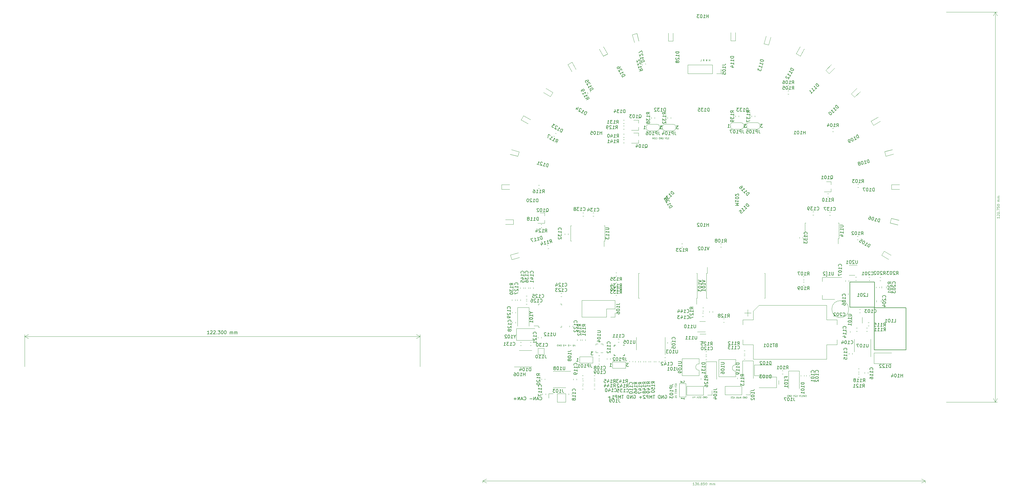
<source format=gbo>
G04 #@! TF.GenerationSoftware,KiCad,Pcbnew,(5.99.0-286-g11f0acefe)*
G04 #@! TF.CreationDate,2019-11-05T18:07:44-05:00*
G04 #@! TF.ProjectId,MotorcycleSpeedo,4d6f746f-7263-4796-936c-655370656564,rev?*
G04 #@! TF.SameCoordinates,Original*
G04 #@! TF.FileFunction,Legend,Bot*
G04 #@! TF.FilePolarity,Positive*
%FSLAX46Y46*%
G04 Gerber Fmt 4.6, Leading zero omitted, Abs format (unit mm)*
G04 Created by KiCad (PCBNEW (5.99.0-286-g11f0acefe)) date 2019-11-05 18:07:44*
%MOMM*%
%LPD*%
G04 APERTURE LIST*
%ADD10C,0.100000*%
%ADD11C,0.120000*%
%ADD12C,0.125000*%
%ADD13C,0.075000*%
%ADD14C,0.150000*%
G04 APERTURE END LIST*
D10*
X211099285Y-201689285D02*
X210670714Y-201689285D01*
X210885000Y-201689285D02*
X210885000Y-200939285D01*
X210813571Y-201046428D01*
X210742142Y-201117857D01*
X210670714Y-201153571D01*
X211349285Y-200939285D02*
X211813571Y-200939285D01*
X211563571Y-201225000D01*
X211670714Y-201225000D01*
X211742142Y-201260714D01*
X211777857Y-201296428D01*
X211813571Y-201367857D01*
X211813571Y-201546428D01*
X211777857Y-201617857D01*
X211742142Y-201653571D01*
X211670714Y-201689285D01*
X211456428Y-201689285D01*
X211385000Y-201653571D01*
X211349285Y-201617857D01*
X212456428Y-200939285D02*
X212313571Y-200939285D01*
X212242142Y-200975000D01*
X212206428Y-201010714D01*
X212135000Y-201117857D01*
X212099285Y-201260714D01*
X212099285Y-201546428D01*
X212135000Y-201617857D01*
X212170714Y-201653571D01*
X212242142Y-201689285D01*
X212385000Y-201689285D01*
X212456428Y-201653571D01*
X212492142Y-201617857D01*
X212527857Y-201546428D01*
X212527857Y-201367857D01*
X212492142Y-201296428D01*
X212456428Y-201260714D01*
X212385000Y-201225000D01*
X212242142Y-201225000D01*
X212170714Y-201260714D01*
X212135000Y-201296428D01*
X212099285Y-201367857D01*
X212849285Y-201617857D02*
X212885000Y-201653571D01*
X212849285Y-201689285D01*
X212813571Y-201653571D01*
X212849285Y-201617857D01*
X212849285Y-201689285D01*
X213313571Y-201260714D02*
X213242142Y-201225000D01*
X213206428Y-201189285D01*
X213170714Y-201117857D01*
X213170714Y-201082142D01*
X213206428Y-201010714D01*
X213242142Y-200975000D01*
X213313571Y-200939285D01*
X213456428Y-200939285D01*
X213527857Y-200975000D01*
X213563571Y-201010714D01*
X213599285Y-201082142D01*
X213599285Y-201117857D01*
X213563571Y-201189285D01*
X213527857Y-201225000D01*
X213456428Y-201260714D01*
X213313571Y-201260714D01*
X213242142Y-201296428D01*
X213206428Y-201332142D01*
X213170714Y-201403571D01*
X213170714Y-201546428D01*
X213206428Y-201617857D01*
X213242142Y-201653571D01*
X213313571Y-201689285D01*
X213456428Y-201689285D01*
X213527857Y-201653571D01*
X213563571Y-201617857D01*
X213599285Y-201546428D01*
X213599285Y-201403571D01*
X213563571Y-201332142D01*
X213527857Y-201296428D01*
X213456428Y-201260714D01*
X214277857Y-200939285D02*
X213920714Y-200939285D01*
X213885000Y-201296428D01*
X213920714Y-201260714D01*
X213992142Y-201225000D01*
X214170714Y-201225000D01*
X214242142Y-201260714D01*
X214277857Y-201296428D01*
X214313571Y-201367857D01*
X214313571Y-201546428D01*
X214277857Y-201617857D01*
X214242142Y-201653571D01*
X214170714Y-201689285D01*
X213992142Y-201689285D01*
X213920714Y-201653571D01*
X213885000Y-201617857D01*
X214777857Y-200939285D02*
X214849285Y-200939285D01*
X214920714Y-200975000D01*
X214956428Y-201010714D01*
X214992142Y-201082142D01*
X215027857Y-201225000D01*
X215027857Y-201403571D01*
X214992142Y-201546428D01*
X214956428Y-201617857D01*
X214920714Y-201653571D01*
X214849285Y-201689285D01*
X214777857Y-201689285D01*
X214706428Y-201653571D01*
X214670714Y-201617857D01*
X214635000Y-201546428D01*
X214599285Y-201403571D01*
X214599285Y-201225000D01*
X214635000Y-201082142D01*
X214670714Y-201010714D01*
X214706428Y-200975000D01*
X214777857Y-200939285D01*
X215920714Y-201689285D02*
X215920714Y-201189285D01*
X215920714Y-201260714D02*
X215956428Y-201225000D01*
X216027857Y-201189285D01*
X216135000Y-201189285D01*
X216206428Y-201225000D01*
X216242142Y-201296428D01*
X216242142Y-201689285D01*
X216242142Y-201296428D02*
X216277857Y-201225000D01*
X216349285Y-201189285D01*
X216456428Y-201189285D01*
X216527857Y-201225000D01*
X216563571Y-201296428D01*
X216563571Y-201689285D01*
X216920714Y-201689285D02*
X216920714Y-201189285D01*
X216920714Y-201260714D02*
X216956428Y-201225000D01*
X217027857Y-201189285D01*
X217135000Y-201189285D01*
X217206428Y-201225000D01*
X217242142Y-201296428D01*
X217242142Y-201689285D01*
X217242142Y-201296428D02*
X217277857Y-201225000D01*
X217349285Y-201189285D01*
X217456428Y-201189285D01*
X217527857Y-201225000D01*
X217563571Y-201296428D01*
X217563571Y-201689285D01*
D11*
X145710000Y-200380000D02*
X282560000Y-200380000D01*
X145710000Y-200380000D02*
X145710000Y-200966421D01*
X282560000Y-200380000D02*
X282560000Y-200966421D01*
X282560000Y-200380000D02*
X281433496Y-200966421D01*
X282560000Y-200380000D02*
X281433496Y-199793579D01*
X145710000Y-200380000D02*
X146836504Y-200966421D01*
X145710000Y-200380000D02*
X146836504Y-199793579D01*
D10*
X305519285Y-118690714D02*
X305519285Y-119119285D01*
X305519285Y-118905000D02*
X304769285Y-118905000D01*
X304876428Y-118976428D01*
X304947857Y-119047857D01*
X304983571Y-119119285D01*
X304840714Y-118405000D02*
X304805000Y-118369285D01*
X304769285Y-118297857D01*
X304769285Y-118119285D01*
X304805000Y-118047857D01*
X304840714Y-118012142D01*
X304912142Y-117976428D01*
X304983571Y-117976428D01*
X305090714Y-118012142D01*
X305519285Y-118440714D01*
X305519285Y-117976428D01*
X304769285Y-117512142D02*
X304769285Y-117440714D01*
X304805000Y-117369285D01*
X304840714Y-117333571D01*
X304912142Y-117297857D01*
X305055000Y-117262142D01*
X305233571Y-117262142D01*
X305376428Y-117297857D01*
X305447857Y-117333571D01*
X305483571Y-117369285D01*
X305519285Y-117440714D01*
X305519285Y-117512142D01*
X305483571Y-117583571D01*
X305447857Y-117619285D01*
X305376428Y-117655000D01*
X305233571Y-117690714D01*
X305055000Y-117690714D01*
X304912142Y-117655000D01*
X304840714Y-117619285D01*
X304805000Y-117583571D01*
X304769285Y-117512142D01*
X305447857Y-116940714D02*
X305483571Y-116905000D01*
X305519285Y-116940714D01*
X305483571Y-116976428D01*
X305447857Y-116940714D01*
X305519285Y-116940714D01*
X304769285Y-116655000D02*
X304769285Y-116155000D01*
X305519285Y-116476428D01*
X304769285Y-115512142D02*
X304769285Y-115869285D01*
X305126428Y-115905000D01*
X305090714Y-115869285D01*
X305055000Y-115797857D01*
X305055000Y-115619285D01*
X305090714Y-115547857D01*
X305126428Y-115512142D01*
X305197857Y-115476428D01*
X305376428Y-115476428D01*
X305447857Y-115512142D01*
X305483571Y-115547857D01*
X305519285Y-115619285D01*
X305519285Y-115797857D01*
X305483571Y-115869285D01*
X305447857Y-115905000D01*
X304769285Y-115012142D02*
X304769285Y-114940714D01*
X304805000Y-114869285D01*
X304840714Y-114833571D01*
X304912142Y-114797857D01*
X305055000Y-114762142D01*
X305233571Y-114762142D01*
X305376428Y-114797857D01*
X305447857Y-114833571D01*
X305483571Y-114869285D01*
X305519285Y-114940714D01*
X305519285Y-115012142D01*
X305483571Y-115083571D01*
X305447857Y-115119285D01*
X305376428Y-115155000D01*
X305233571Y-115190714D01*
X305055000Y-115190714D01*
X304912142Y-115155000D01*
X304840714Y-115119285D01*
X304805000Y-115083571D01*
X304769285Y-115012142D01*
X305519285Y-113869285D02*
X305019285Y-113869285D01*
X305090714Y-113869285D02*
X305055000Y-113833571D01*
X305019285Y-113762142D01*
X305019285Y-113655000D01*
X305055000Y-113583571D01*
X305126428Y-113547857D01*
X305519285Y-113547857D01*
X305126428Y-113547857D02*
X305055000Y-113512142D01*
X305019285Y-113440714D01*
X305019285Y-113333571D01*
X305055000Y-113262142D01*
X305126428Y-113226428D01*
X305519285Y-113226428D01*
X305519285Y-112869285D02*
X305019285Y-112869285D01*
X305090714Y-112869285D02*
X305055000Y-112833571D01*
X305019285Y-112762142D01*
X305019285Y-112655000D01*
X305055000Y-112583571D01*
X305126428Y-112547857D01*
X305519285Y-112547857D01*
X305126428Y-112547857D02*
X305055000Y-112512142D01*
X305019285Y-112440714D01*
X305019285Y-112333571D01*
X305055000Y-112262142D01*
X305126428Y-112226428D01*
X305519285Y-112226428D01*
D11*
X304210000Y-176030000D02*
X304210000Y-55280000D01*
X289060000Y-176030000D02*
X304796421Y-176030000D01*
X289060000Y-55280000D02*
X304796421Y-55280000D01*
X304210000Y-55280000D02*
X304796421Y-56406504D01*
X304210000Y-55280000D02*
X303623579Y-56406504D01*
X304210000Y-176030000D02*
X304796421Y-174903496D01*
X304210000Y-176030000D02*
X303623579Y-174903496D01*
D12*
X215988571Y-70456190D02*
X215988571Y-69956190D01*
X215988571Y-70194285D02*
X215702857Y-70194285D01*
X215702857Y-70456190D02*
X215702857Y-69956190D01*
X215083809Y-70456190D02*
X215083809Y-69956190D01*
X214798095Y-70456190D01*
X214798095Y-69956190D01*
X213893333Y-70456190D02*
X214060000Y-70218095D01*
X214179047Y-70456190D02*
X214179047Y-69956190D01*
X213988571Y-69956190D01*
X213940952Y-69980000D01*
X213917142Y-70003809D01*
X213893333Y-70051428D01*
X213893333Y-70122857D01*
X213917142Y-70170476D01*
X213940952Y-70194285D01*
X213988571Y-70218095D01*
X214179047Y-70218095D01*
X213060000Y-70456190D02*
X213298095Y-70456190D01*
X213298095Y-69956190D01*
X203010000Y-94606190D02*
X203295714Y-94606190D01*
X203152857Y-94606190D02*
X203152857Y-94106190D01*
X203200476Y-94177619D01*
X203248095Y-94225238D01*
X203295714Y-94249047D01*
X202819523Y-94153809D02*
X202795714Y-94130000D01*
X202748095Y-94106190D01*
X202629047Y-94106190D01*
X202581428Y-94130000D01*
X202557619Y-94153809D01*
X202533809Y-94201428D01*
X202533809Y-94249047D01*
X202557619Y-94320476D01*
X202843333Y-94606190D01*
X202533809Y-94606190D01*
X202390952Y-94106190D02*
X202224285Y-94606190D01*
X202057619Y-94106190D01*
X201248095Y-94130000D02*
X201295714Y-94106190D01*
X201367142Y-94106190D01*
X201438571Y-94130000D01*
X201486190Y-94177619D01*
X201510000Y-94225238D01*
X201533809Y-94320476D01*
X201533809Y-94391904D01*
X201510000Y-94487142D01*
X201486190Y-94534761D01*
X201438571Y-94582380D01*
X201367142Y-94606190D01*
X201319523Y-94606190D01*
X201248095Y-94582380D01*
X201224285Y-94558571D01*
X201224285Y-94391904D01*
X201319523Y-94391904D01*
X201010000Y-94606190D02*
X201010000Y-94106190D01*
X200724285Y-94606190D01*
X200724285Y-94106190D01*
X200486190Y-94606190D02*
X200486190Y-94106190D01*
X200367142Y-94106190D01*
X200295714Y-94130000D01*
X200248095Y-94177619D01*
X200224285Y-94225238D01*
X200200476Y-94320476D01*
X200200476Y-94391904D01*
X200224285Y-94487142D01*
X200248095Y-94534761D01*
X200295714Y-94582380D01*
X200367142Y-94606190D01*
X200486190Y-94606190D01*
X199319523Y-94558571D02*
X199343333Y-94582380D01*
X199414761Y-94606190D01*
X199462380Y-94606190D01*
X199533809Y-94582380D01*
X199581428Y-94534761D01*
X199605238Y-94487142D01*
X199629047Y-94391904D01*
X199629047Y-94320476D01*
X199605238Y-94225238D01*
X199581428Y-94177619D01*
X199533809Y-94130000D01*
X199462380Y-94106190D01*
X199414761Y-94106190D01*
X199343333Y-94130000D01*
X199319523Y-94153809D01*
X199010000Y-94106190D02*
X198914761Y-94106190D01*
X198867142Y-94130000D01*
X198819523Y-94177619D01*
X198795714Y-94272857D01*
X198795714Y-94439523D01*
X198819523Y-94534761D01*
X198867142Y-94582380D01*
X198914761Y-94606190D01*
X199010000Y-94606190D01*
X199057619Y-94582380D01*
X199105238Y-94534761D01*
X199129047Y-94439523D01*
X199129047Y-94272857D01*
X199105238Y-94177619D01*
X199057619Y-94130000D01*
X199010000Y-94106190D01*
X198581428Y-94606190D02*
X198581428Y-94106190D01*
X198414761Y-94463333D01*
X198248095Y-94106190D01*
X198248095Y-94606190D01*
X168986190Y-158680000D02*
X168938571Y-158703809D01*
X168867142Y-158703809D01*
X168795714Y-158680000D01*
X168748095Y-158632380D01*
X168724285Y-158584761D01*
X168700476Y-158489523D01*
X168700476Y-158418095D01*
X168724285Y-158322857D01*
X168748095Y-158275238D01*
X168795714Y-158227619D01*
X168867142Y-158203809D01*
X168914761Y-158203809D01*
X168986190Y-158227619D01*
X169010000Y-158251428D01*
X169010000Y-158418095D01*
X168914761Y-158418095D01*
X169224285Y-158203809D02*
X169224285Y-158703809D01*
X169510000Y-158203809D01*
X169510000Y-158703809D01*
X169748095Y-158203809D02*
X169748095Y-158703809D01*
X169867142Y-158703809D01*
X169938571Y-158680000D01*
X169986190Y-158632380D01*
X170010000Y-158584761D01*
X170033809Y-158489523D01*
X170033809Y-158418095D01*
X170010000Y-158322857D01*
X169986190Y-158275238D01*
X169938571Y-158227619D01*
X169867142Y-158203809D01*
X169748095Y-158203809D01*
X170629047Y-158203809D02*
X170629047Y-158703809D01*
X170748095Y-158703809D01*
X170819523Y-158680000D01*
X170867142Y-158632380D01*
X170890952Y-158584761D01*
X170914761Y-158489523D01*
X170914761Y-158418095D01*
X170890952Y-158322857D01*
X170867142Y-158275238D01*
X170819523Y-158227619D01*
X170748095Y-158203809D01*
X170629047Y-158203809D01*
X171129047Y-158394285D02*
X171510000Y-158394285D01*
X171319523Y-158203809D02*
X171319523Y-158584761D01*
X172129047Y-158203809D02*
X172129047Y-158703809D01*
X172248095Y-158703809D01*
X172319523Y-158680000D01*
X172367142Y-158632380D01*
X172390952Y-158584761D01*
X172414761Y-158489523D01*
X172414761Y-158418095D01*
X172390952Y-158322857D01*
X172367142Y-158275238D01*
X172319523Y-158227619D01*
X172248095Y-158203809D01*
X172129047Y-158203809D01*
X172629047Y-158394285D02*
X173010000Y-158394285D01*
X173867142Y-158703809D02*
X173629047Y-158703809D01*
X173605238Y-158465714D01*
X173629047Y-158489523D01*
X173676666Y-158513333D01*
X173795714Y-158513333D01*
X173843333Y-158489523D01*
X173867142Y-158465714D01*
X173890952Y-158418095D01*
X173890952Y-158299047D01*
X173867142Y-158251428D01*
X173843333Y-158227619D01*
X173795714Y-158203809D01*
X173676666Y-158203809D01*
X173629047Y-158227619D01*
X173605238Y-158251428D01*
X174033809Y-158703809D02*
X174200476Y-158203809D01*
X174367142Y-158703809D01*
X245812380Y-174332380D02*
X245740952Y-174356190D01*
X245621904Y-174356190D01*
X245574285Y-174332380D01*
X245550476Y-174308571D01*
X245526666Y-174260952D01*
X245526666Y-174213333D01*
X245550476Y-174165714D01*
X245574285Y-174141904D01*
X245621904Y-174118095D01*
X245717142Y-174094285D01*
X245764761Y-174070476D01*
X245788571Y-174046666D01*
X245812380Y-173999047D01*
X245812380Y-173951428D01*
X245788571Y-173903809D01*
X245764761Y-173880000D01*
X245717142Y-173856190D01*
X245598095Y-173856190D01*
X245526666Y-173880000D01*
X245360000Y-173856190D02*
X245240952Y-174356190D01*
X245145714Y-173999047D01*
X245050476Y-174356190D01*
X244931428Y-173856190D01*
X244479047Y-174356190D02*
X244764761Y-174356190D01*
X244621904Y-174356190D02*
X244621904Y-173856190D01*
X244669523Y-173927619D01*
X244717142Y-173975238D01*
X244764761Y-173999047D01*
X244288571Y-173903809D02*
X244264761Y-173880000D01*
X244217142Y-173856190D01*
X244098095Y-173856190D01*
X244050476Y-173880000D01*
X244026666Y-173903809D01*
X244002857Y-173951428D01*
X244002857Y-173999047D01*
X244026666Y-174070476D01*
X244312380Y-174356190D01*
X244002857Y-174356190D01*
X243860000Y-173856190D02*
X243693333Y-174356190D01*
X243526666Y-173856190D01*
X242717142Y-174356190D02*
X243002857Y-174356190D01*
X242860000Y-174356190D02*
X242860000Y-173856190D01*
X242907619Y-173927619D01*
X242955238Y-173975238D01*
X243002857Y-173999047D01*
X242526666Y-173903809D02*
X242502857Y-173880000D01*
X242455238Y-173856190D01*
X242336190Y-173856190D01*
X242288571Y-173880000D01*
X242264761Y-173903809D01*
X242240952Y-173951428D01*
X242240952Y-173999047D01*
X242264761Y-174070476D01*
X242550476Y-174356190D01*
X242240952Y-174356190D01*
X242098095Y-173856190D02*
X241931428Y-174356190D01*
X241764761Y-173856190D01*
X240955238Y-173880000D02*
X241002857Y-173856190D01*
X241074285Y-173856190D01*
X241145714Y-173880000D01*
X241193333Y-173927619D01*
X241217142Y-173975238D01*
X241240952Y-174070476D01*
X241240952Y-174141904D01*
X241217142Y-174237142D01*
X241193333Y-174284761D01*
X241145714Y-174332380D01*
X241074285Y-174356190D01*
X241026666Y-174356190D01*
X240955238Y-174332380D01*
X240931428Y-174308571D01*
X240931428Y-174141904D01*
X241026666Y-174141904D01*
X240717142Y-174356190D02*
X240717142Y-173856190D01*
X240431428Y-174356190D01*
X240431428Y-173856190D01*
X240193333Y-174356190D02*
X240193333Y-173856190D01*
X240074285Y-173856190D01*
X240002857Y-173880000D01*
X239955238Y-173927619D01*
X239931428Y-173975238D01*
X239907619Y-174070476D01*
X239907619Y-174141904D01*
X239931428Y-174237142D01*
X239955238Y-174284761D01*
X240002857Y-174332380D01*
X240074285Y-174356190D01*
X240193333Y-174356190D01*
X222721904Y-174303809D02*
X222436190Y-174303809D01*
X222579047Y-174303809D02*
X222579047Y-174803809D01*
X222531428Y-174732380D01*
X222483809Y-174684761D01*
X222436190Y-174660952D01*
X222912380Y-174756190D02*
X222936190Y-174780000D01*
X222983809Y-174803809D01*
X223102857Y-174803809D01*
X223150476Y-174780000D01*
X223174285Y-174756190D01*
X223198095Y-174708571D01*
X223198095Y-174660952D01*
X223174285Y-174589523D01*
X222888571Y-174303809D01*
X223198095Y-174303809D01*
X223340952Y-174803809D02*
X223507619Y-174303809D01*
X223674285Y-174803809D01*
X224507619Y-174303809D02*
X224340952Y-174541904D01*
X224221904Y-174303809D02*
X224221904Y-174803809D01*
X224412380Y-174803809D01*
X224460000Y-174780000D01*
X224483809Y-174756190D01*
X224507619Y-174708571D01*
X224507619Y-174637142D01*
X224483809Y-174589523D01*
X224460000Y-174565714D01*
X224412380Y-174541904D01*
X224221904Y-174541904D01*
X224721904Y-174303809D02*
X224721904Y-174803809D01*
X224912380Y-174803809D01*
X224960000Y-174780000D01*
X224983809Y-174756190D01*
X225007619Y-174708571D01*
X225007619Y-174637142D01*
X224983809Y-174589523D01*
X224960000Y-174565714D01*
X224912380Y-174541904D01*
X224721904Y-174541904D01*
X225221904Y-174303809D02*
X225221904Y-174803809D01*
X225388571Y-174446666D01*
X225555238Y-174803809D01*
X225555238Y-174303809D01*
X226436190Y-174780000D02*
X226388571Y-174803809D01*
X226317142Y-174803809D01*
X226245714Y-174780000D01*
X226198095Y-174732380D01*
X226174285Y-174684761D01*
X226150476Y-174589523D01*
X226150476Y-174518095D01*
X226174285Y-174422857D01*
X226198095Y-174375238D01*
X226245714Y-174327619D01*
X226317142Y-174303809D01*
X226364761Y-174303809D01*
X226436190Y-174327619D01*
X226460000Y-174351428D01*
X226460000Y-174518095D01*
X226364761Y-174518095D01*
X226674285Y-174303809D02*
X226674285Y-174803809D01*
X226960000Y-174303809D01*
X226960000Y-174803809D01*
X227198095Y-174303809D02*
X227198095Y-174803809D01*
X227317142Y-174803809D01*
X227388571Y-174780000D01*
X227436190Y-174732380D01*
X227460000Y-174684761D01*
X227483809Y-174589523D01*
X227483809Y-174518095D01*
X227460000Y-174422857D01*
X227436190Y-174375238D01*
X227388571Y-174327619D01*
X227317142Y-174303809D01*
X227198095Y-174303809D01*
X205633809Y-174394285D02*
X205633809Y-174632380D01*
X205395714Y-174656190D01*
X205419523Y-174632380D01*
X205443333Y-174584761D01*
X205443333Y-174465714D01*
X205419523Y-174418095D01*
X205395714Y-174394285D01*
X205348095Y-174370476D01*
X205229047Y-174370476D01*
X205181428Y-174394285D01*
X205157619Y-174418095D01*
X205133809Y-174465714D01*
X205133809Y-174584761D01*
X205157619Y-174632380D01*
X205181428Y-174656190D01*
X205633809Y-174227619D02*
X205133809Y-174060952D01*
X205633809Y-173894285D01*
X205181428Y-173060952D02*
X205157619Y-173084761D01*
X205133809Y-173156190D01*
X205133809Y-173203809D01*
X205157619Y-173275238D01*
X205205238Y-173322857D01*
X205252857Y-173346666D01*
X205348095Y-173370476D01*
X205419523Y-173370476D01*
X205514761Y-173346666D01*
X205562380Y-173322857D01*
X205610000Y-173275238D01*
X205633809Y-173203809D01*
X205633809Y-173156190D01*
X205610000Y-173084761D01*
X205586190Y-173060952D01*
X205633809Y-172751428D02*
X205633809Y-172656190D01*
X205610000Y-172608571D01*
X205562380Y-172560952D01*
X205467142Y-172537142D01*
X205300476Y-172537142D01*
X205205238Y-172560952D01*
X205157619Y-172608571D01*
X205133809Y-172656190D01*
X205133809Y-172751428D01*
X205157619Y-172799047D01*
X205205238Y-172846666D01*
X205300476Y-172870476D01*
X205467142Y-172870476D01*
X205562380Y-172846666D01*
X205610000Y-172799047D01*
X205633809Y-172751428D01*
X205133809Y-172322857D02*
X205633809Y-172322857D01*
X205276666Y-172156190D01*
X205633809Y-171989523D01*
X205133809Y-171989523D01*
X205133809Y-171108571D02*
X205133809Y-171394285D01*
X205133809Y-171251428D02*
X205633809Y-171251428D01*
X205562380Y-171299047D01*
X205514761Y-171346666D01*
X205490952Y-171394285D01*
X205586190Y-170918095D02*
X205610000Y-170894285D01*
X205633809Y-170846666D01*
X205633809Y-170727619D01*
X205610000Y-170680000D01*
X205586190Y-170656190D01*
X205538571Y-170632380D01*
X205490952Y-170632380D01*
X205419523Y-170656190D01*
X205133809Y-170941904D01*
X205133809Y-170632380D01*
X205633809Y-170489523D02*
X205133809Y-170322857D01*
X205633809Y-170156190D01*
D13*
X210550476Y-174753809D02*
X210717142Y-174253809D01*
X210883809Y-174753809D01*
X211050476Y-174444285D02*
X211431428Y-174444285D01*
X211240952Y-174253809D02*
X211240952Y-174634761D01*
X211979047Y-174753809D02*
X212145714Y-174253809D01*
X212312380Y-174753809D01*
X212455238Y-174277619D02*
X212526666Y-174253809D01*
X212645714Y-174253809D01*
X212693333Y-174277619D01*
X212717142Y-174301428D01*
X212740952Y-174349047D01*
X212740952Y-174396666D01*
X212717142Y-174444285D01*
X212693333Y-174468095D01*
X212645714Y-174491904D01*
X212550476Y-174515714D01*
X212502857Y-174539523D01*
X212479047Y-174563333D01*
X212455238Y-174610952D01*
X212455238Y-174658571D01*
X212479047Y-174706190D01*
X212502857Y-174730000D01*
X212550476Y-174753809D01*
X212669523Y-174753809D01*
X212740952Y-174730000D01*
X212931428Y-174277619D02*
X213002857Y-174253809D01*
X213121904Y-174253809D01*
X213169523Y-174277619D01*
X213193333Y-174301428D01*
X213217142Y-174349047D01*
X213217142Y-174396666D01*
X213193333Y-174444285D01*
X213169523Y-174468095D01*
X213121904Y-174491904D01*
X213026666Y-174515714D01*
X212979047Y-174539523D01*
X212955238Y-174563333D01*
X212931428Y-174610952D01*
X212931428Y-174658571D01*
X212955238Y-174706190D01*
X212979047Y-174730000D01*
X213026666Y-174753809D01*
X213145714Y-174753809D01*
X213217142Y-174730000D01*
X214074285Y-174730000D02*
X214026666Y-174753809D01*
X213955238Y-174753809D01*
X213883809Y-174730000D01*
X213836190Y-174682380D01*
X213812380Y-174634761D01*
X213788571Y-174539523D01*
X213788571Y-174468095D01*
X213812380Y-174372857D01*
X213836190Y-174325238D01*
X213883809Y-174277619D01*
X213955238Y-174253809D01*
X214002857Y-174253809D01*
X214074285Y-174277619D01*
X214098095Y-174301428D01*
X214098095Y-174468095D01*
X214002857Y-174468095D01*
X214312380Y-174253809D02*
X214312380Y-174753809D01*
X214598095Y-174253809D01*
X214598095Y-174753809D01*
X214836190Y-174253809D02*
X214836190Y-174753809D01*
X214955238Y-174753809D01*
X215026666Y-174730000D01*
X215074285Y-174682380D01*
X215098095Y-174634761D01*
X215121904Y-174539523D01*
X215121904Y-174468095D01*
X215098095Y-174372857D01*
X215074285Y-174325238D01*
X215026666Y-174277619D01*
X214955238Y-174253809D01*
X214836190Y-174253809D01*
D14*
X202083809Y-173930000D02*
X202179047Y-173882380D01*
X202321904Y-173882380D01*
X202464761Y-173930000D01*
X202560000Y-174025238D01*
X202607619Y-174120476D01*
X202655238Y-174310952D01*
X202655238Y-174453809D01*
X202607619Y-174644285D01*
X202560000Y-174739523D01*
X202464761Y-174834761D01*
X202321904Y-174882380D01*
X202226666Y-174882380D01*
X202083809Y-174834761D01*
X202036190Y-174787142D01*
X202036190Y-174453809D01*
X202226666Y-174453809D01*
X201607619Y-174882380D02*
X201607619Y-173882380D01*
X201036190Y-174882380D01*
X201036190Y-173882380D01*
X200560000Y-174882380D02*
X200560000Y-173882380D01*
X200321904Y-173882380D01*
X200179047Y-173930000D01*
X200083809Y-174025238D01*
X200036190Y-174120476D01*
X199988571Y-174310952D01*
X199988571Y-174453809D01*
X200036190Y-174644285D01*
X200083809Y-174739523D01*
X200179047Y-174834761D01*
X200321904Y-174882380D01*
X200560000Y-174882380D01*
X198940952Y-173882380D02*
X198369523Y-173882380D01*
X198655238Y-174882380D02*
X198655238Y-173882380D01*
X198036190Y-174882380D02*
X198036190Y-173882380D01*
X197702857Y-174596666D01*
X197369523Y-173882380D01*
X197369523Y-174882380D01*
X196893333Y-174882380D02*
X196893333Y-173882380D01*
X196512380Y-173882380D01*
X196417142Y-173930000D01*
X196369523Y-173977619D01*
X196321904Y-174072857D01*
X196321904Y-174215714D01*
X196369523Y-174310952D01*
X196417142Y-174358571D01*
X196512380Y-174406190D01*
X196893333Y-174406190D01*
X195940952Y-173977619D02*
X195893333Y-173930000D01*
X195798095Y-173882380D01*
X195560000Y-173882380D01*
X195464761Y-173930000D01*
X195417142Y-173977619D01*
X195369523Y-174072857D01*
X195369523Y-174168095D01*
X195417142Y-174310952D01*
X195988571Y-174882380D01*
X195369523Y-174882380D01*
X194940952Y-174501428D02*
X194179047Y-174501428D01*
X194560000Y-174882380D02*
X194560000Y-174120476D01*
X192417142Y-173930000D02*
X192512380Y-173882380D01*
X192655238Y-173882380D01*
X192798095Y-173930000D01*
X192893333Y-174025238D01*
X192940952Y-174120476D01*
X192988571Y-174310952D01*
X192988571Y-174453809D01*
X192940952Y-174644285D01*
X192893333Y-174739523D01*
X192798095Y-174834761D01*
X192655238Y-174882380D01*
X192560000Y-174882380D01*
X192417142Y-174834761D01*
X192369523Y-174787142D01*
X192369523Y-174453809D01*
X192560000Y-174453809D01*
X191940952Y-174882380D02*
X191940952Y-173882380D01*
X191369523Y-174882380D01*
X191369523Y-173882380D01*
X190893333Y-174882380D02*
X190893333Y-173882380D01*
X190655238Y-173882380D01*
X190512380Y-173930000D01*
X190417142Y-174025238D01*
X190369523Y-174120476D01*
X190321904Y-174310952D01*
X190321904Y-174453809D01*
X190369523Y-174644285D01*
X190417142Y-174739523D01*
X190512380Y-174834761D01*
X190655238Y-174882380D01*
X190893333Y-174882380D01*
X189274285Y-173882380D02*
X188702857Y-173882380D01*
X188988571Y-174882380D02*
X188988571Y-173882380D01*
X188369523Y-174882380D02*
X188369523Y-173882380D01*
X188036190Y-174596666D01*
X187702857Y-173882380D01*
X187702857Y-174882380D01*
X187226666Y-174882380D02*
X187226666Y-173882380D01*
X186845714Y-173882380D01*
X186750476Y-173930000D01*
X186702857Y-173977619D01*
X186655238Y-174072857D01*
X186655238Y-174215714D01*
X186702857Y-174310952D01*
X186750476Y-174358571D01*
X186845714Y-174406190D01*
X187226666Y-174406190D01*
X185702857Y-174882380D02*
X186274285Y-174882380D01*
X185988571Y-174882380D02*
X185988571Y-173882380D01*
X186083809Y-174025238D01*
X186179047Y-174120476D01*
X186274285Y-174168095D01*
X185274285Y-174501428D02*
X184512380Y-174501428D01*
X184893333Y-174882380D02*
X184893333Y-174120476D01*
X163374285Y-175287142D02*
X163421904Y-175334761D01*
X163564761Y-175382380D01*
X163660000Y-175382380D01*
X163802857Y-175334761D01*
X163898095Y-175239523D01*
X163945714Y-175144285D01*
X163993333Y-174953809D01*
X163993333Y-174810952D01*
X163945714Y-174620476D01*
X163898095Y-174525238D01*
X163802857Y-174430000D01*
X163660000Y-174382380D01*
X163564761Y-174382380D01*
X163421904Y-174430000D01*
X163374285Y-174477619D01*
X162993333Y-175096666D02*
X162517142Y-175096666D01*
X163088571Y-175382380D02*
X162755238Y-174382380D01*
X162421904Y-175382380D01*
X162088571Y-175382380D02*
X162088571Y-174382380D01*
X161517142Y-175382380D01*
X161517142Y-174382380D01*
X161040952Y-175001428D02*
X160279047Y-175001428D01*
X158469523Y-175287142D02*
X158517142Y-175334761D01*
X158660000Y-175382380D01*
X158755238Y-175382380D01*
X158898095Y-175334761D01*
X158993333Y-175239523D01*
X159040952Y-175144285D01*
X159088571Y-174953809D01*
X159088571Y-174810952D01*
X159040952Y-174620476D01*
X158993333Y-174525238D01*
X158898095Y-174430000D01*
X158755238Y-174382380D01*
X158660000Y-174382380D01*
X158517142Y-174430000D01*
X158469523Y-174477619D01*
X158088571Y-175096666D02*
X157612380Y-175096666D01*
X158183809Y-175382380D02*
X157850476Y-174382380D01*
X157517142Y-175382380D01*
X157183809Y-175382380D02*
X157183809Y-174382380D01*
X156612380Y-175382380D01*
X156612380Y-174382380D01*
X156136190Y-175001428D02*
X155374285Y-175001428D01*
X155755238Y-175382380D02*
X155755238Y-174620476D01*
X61162380Y-154912380D02*
X60590952Y-154912380D01*
X60876666Y-154912380D02*
X60876666Y-153912380D01*
X60781428Y-154055238D01*
X60686190Y-154150476D01*
X60590952Y-154198095D01*
X61543333Y-154007619D02*
X61590952Y-153960000D01*
X61686190Y-153912380D01*
X61924285Y-153912380D01*
X62019523Y-153960000D01*
X62067142Y-154007619D01*
X62114761Y-154102857D01*
X62114761Y-154198095D01*
X62067142Y-154340952D01*
X61495714Y-154912380D01*
X62114761Y-154912380D01*
X62495714Y-154007619D02*
X62543333Y-153960000D01*
X62638571Y-153912380D01*
X62876666Y-153912380D01*
X62971904Y-153960000D01*
X63019523Y-154007619D01*
X63067142Y-154102857D01*
X63067142Y-154198095D01*
X63019523Y-154340952D01*
X62448095Y-154912380D01*
X63067142Y-154912380D01*
X63495714Y-154817142D02*
X63543333Y-154864761D01*
X63495714Y-154912380D01*
X63448095Y-154864761D01*
X63495714Y-154817142D01*
X63495714Y-154912380D01*
X63876666Y-153912380D02*
X64495714Y-153912380D01*
X64162380Y-154293333D01*
X64305238Y-154293333D01*
X64400476Y-154340952D01*
X64448095Y-154388571D01*
X64495714Y-154483809D01*
X64495714Y-154721904D01*
X64448095Y-154817142D01*
X64400476Y-154864761D01*
X64305238Y-154912380D01*
X64019523Y-154912380D01*
X63924285Y-154864761D01*
X63876666Y-154817142D01*
X65114761Y-153912380D02*
X65209999Y-153912380D01*
X65305238Y-153960000D01*
X65352857Y-154007619D01*
X65400476Y-154102857D01*
X65448095Y-154293333D01*
X65448095Y-154531428D01*
X65400476Y-154721904D01*
X65352857Y-154817142D01*
X65305238Y-154864761D01*
X65209999Y-154912380D01*
X65114761Y-154912380D01*
X65019523Y-154864761D01*
X64971904Y-154817142D01*
X64924285Y-154721904D01*
X64876666Y-154531428D01*
X64876666Y-154293333D01*
X64924285Y-154102857D01*
X64971904Y-154007619D01*
X65019523Y-153960000D01*
X65114761Y-153912380D01*
X66067142Y-153912380D02*
X66162380Y-153912380D01*
X66257619Y-153960000D01*
X66305238Y-154007619D01*
X66352857Y-154102857D01*
X66400476Y-154293333D01*
X66400476Y-154531428D01*
X66352857Y-154721904D01*
X66305238Y-154817142D01*
X66257619Y-154864761D01*
X66162380Y-154912380D01*
X66067142Y-154912380D01*
X65971904Y-154864761D01*
X65924285Y-154817142D01*
X65876666Y-154721904D01*
X65829047Y-154531428D01*
X65829047Y-154293333D01*
X65876666Y-154102857D01*
X65924285Y-154007619D01*
X65971904Y-153960000D01*
X66067142Y-153912380D01*
X67590952Y-154912380D02*
X67590952Y-154245714D01*
X67590952Y-154340952D02*
X67638571Y-154293333D01*
X67733809Y-154245714D01*
X67876666Y-154245714D01*
X67971904Y-154293333D01*
X68019523Y-154388571D01*
X68019523Y-154912380D01*
X68019523Y-154388571D02*
X68067142Y-154293333D01*
X68162380Y-154245714D01*
X68305238Y-154245714D01*
X68400476Y-154293333D01*
X68448095Y-154388571D01*
X68448095Y-154912380D01*
X68924285Y-154912380D02*
X68924285Y-154245714D01*
X68924285Y-154340952D02*
X68971904Y-154293333D01*
X69067142Y-154245714D01*
X69210000Y-154245714D01*
X69305238Y-154293333D01*
X69352857Y-154388571D01*
X69352857Y-154912380D01*
X69352857Y-154388571D02*
X69400476Y-154293333D01*
X69495714Y-154245714D01*
X69638571Y-154245714D01*
X69733809Y-154293333D01*
X69781428Y-154388571D01*
X69781428Y-154912380D01*
D11*
X4060000Y-155730000D02*
X126360000Y-155730000D01*
X4060000Y-165030000D02*
X4060000Y-155143579D01*
X126360000Y-165030000D02*
X126360000Y-155143579D01*
X126360000Y-155730000D02*
X125233496Y-155143579D01*
X126360000Y-155730000D02*
X125233496Y-156316421D01*
X4060000Y-155730000D02*
X5186504Y-155143579D01*
X4060000Y-155730000D02*
X5186504Y-156316421D01*
X174950000Y-156617221D02*
X174950000Y-156942779D01*
X175970000Y-156617221D02*
X175970000Y-156942779D01*
X176450000Y-156667221D02*
X176450000Y-156992779D01*
X177470000Y-156667221D02*
X177470000Y-156992779D01*
X162810000Y-161280000D02*
X164710000Y-161280000D01*
X164710000Y-161280000D02*
X164710000Y-159380000D01*
X164710000Y-159380000D02*
X162810000Y-159380000D01*
X162810000Y-159380000D02*
X162810000Y-161280000D01*
X256750000Y-137390000D02*
X250740000Y-137390000D01*
X254500000Y-144210000D02*
X250740000Y-144210000D01*
X250740000Y-137390000D02*
X250740000Y-138650000D01*
X250740000Y-144210000D02*
X250740000Y-142950000D01*
X166170000Y-173395000D02*
X166170000Y-174725000D01*
X167500000Y-173395000D02*
X166170000Y-173395000D01*
X168770000Y-173395000D02*
X168770000Y-176055000D01*
X168770000Y-176055000D02*
X171370000Y-176055000D01*
X168770000Y-173395000D02*
X171370000Y-173395000D01*
X171370000Y-173395000D02*
X171370000Y-176055000D01*
X158310000Y-140537221D02*
X158310000Y-140862779D01*
X157290000Y-140537221D02*
X157290000Y-140862779D01*
X195500000Y-163640279D02*
X195500000Y-163314721D01*
X194480000Y-163640279D02*
X194480000Y-163314721D01*
X193900000Y-163640279D02*
X193900000Y-163314721D01*
X192880000Y-163640279D02*
X192880000Y-163314721D01*
X214250000Y-157243000D02*
X212850000Y-157243000D01*
X212850000Y-154923000D02*
X214750000Y-154923000D01*
X214030779Y-146810000D02*
X213705221Y-146810000D01*
X214030779Y-147830000D02*
X213705221Y-147830000D01*
X213967279Y-148461000D02*
X213641721Y-148461000D01*
X213967279Y-149481000D02*
X213641721Y-149481000D01*
X211815000Y-143860000D02*
X211815000Y-145675000D01*
X212060000Y-143860000D02*
X211815000Y-143860000D01*
X212060000Y-140000000D02*
X212060000Y-143860000D01*
X212060000Y-136140000D02*
X211815000Y-136140000D01*
X212060000Y-140000000D02*
X212060000Y-136140000D01*
X193940000Y-143860000D02*
X194185000Y-143860000D01*
X193940000Y-140000000D02*
X193940000Y-143860000D01*
X193940000Y-136140000D02*
X194185000Y-136140000D01*
X193940000Y-140000000D02*
X193940000Y-136140000D01*
X215185000Y-136140000D02*
X215185000Y-134325000D01*
X214940000Y-136140000D02*
X215185000Y-136140000D01*
X214940000Y-140000000D02*
X214940000Y-136140000D01*
X214940000Y-143860000D02*
X215185000Y-143860000D01*
X214940000Y-140000000D02*
X214940000Y-143860000D01*
X233060000Y-136140000D02*
X232815000Y-136140000D01*
X233060000Y-140000000D02*
X233060000Y-136140000D01*
X233060000Y-143860000D02*
X232815000Y-143860000D01*
X233060000Y-140000000D02*
X233060000Y-143860000D01*
X214577500Y-154264000D02*
X212127500Y-154264000D01*
X212777500Y-151044000D02*
X214577500Y-151044000D01*
X202075000Y-157877500D02*
X202075000Y-161327500D01*
X202075000Y-157877500D02*
X202075000Y-155927500D01*
X193205000Y-157877500D02*
X193205000Y-159827500D01*
X193205000Y-157877500D02*
X193205000Y-155927500D01*
X199230000Y-163652779D02*
X199230000Y-163327221D01*
X200250000Y-163652779D02*
X200250000Y-163327221D01*
X197667500Y-163640279D02*
X197667500Y-163314721D01*
X198687500Y-163640279D02*
X198687500Y-163314721D01*
X196080000Y-163640279D02*
X196080000Y-163314721D01*
X197100000Y-163640279D02*
X197100000Y-163314721D01*
X193870000Y-92700000D02*
X192410000Y-92700000D01*
X193870000Y-95860000D02*
X191710000Y-95860000D01*
X193870000Y-95860000D02*
X193870000Y-94930000D01*
X193870000Y-92700000D02*
X193870000Y-93630000D01*
X193870000Y-88700000D02*
X192410000Y-88700000D01*
X193870000Y-91860000D02*
X191710000Y-91860000D01*
X193870000Y-91860000D02*
X193870000Y-90930000D01*
X193870000Y-88700000D02*
X193870000Y-89630000D01*
X164870000Y-117450000D02*
X163410000Y-117450000D01*
X164870000Y-120610000D02*
X162710000Y-120610000D01*
X164870000Y-120610000D02*
X164870000Y-119680000D01*
X164870000Y-117450000D02*
X164870000Y-118380000D01*
X253460000Y-107780000D02*
X252000000Y-107780000D01*
X253460000Y-110940000D02*
X251300000Y-110940000D01*
X253460000Y-110940000D02*
X253460000Y-110010000D01*
X253460000Y-107780000D02*
X253460000Y-108710000D01*
D14*
X266800000Y-159850000D02*
X276600000Y-159850000D01*
X266800000Y-146850000D02*
X266800000Y-159850000D01*
X276600000Y-146850000D02*
X266800000Y-146850000D01*
X276600000Y-159850000D02*
X276600000Y-146850000D01*
D11*
X202302779Y-163237500D02*
X201977221Y-163237500D01*
X202302779Y-162217500D02*
X201977221Y-162217500D01*
X161849999Y-156850001D02*
X156099999Y-156850001D01*
X156099999Y-156850001D02*
X156099999Y-153250001D01*
X156099999Y-153250001D02*
X161849999Y-153250001D01*
X156450000Y-152500000D02*
X156450000Y-146750000D01*
X156450000Y-146750000D02*
X160050000Y-146750000D01*
X160050000Y-146750000D02*
X160050000Y-152500000D01*
X260780000Y-136710000D02*
X259020000Y-136710000D01*
X259020000Y-133640000D02*
X261450000Y-133640000D01*
X245390000Y-122983640D02*
X245390000Y-120598640D01*
X245390000Y-120598640D02*
X245645000Y-120598640D01*
X245390000Y-122983640D02*
X245390000Y-125368640D01*
X245390000Y-125368640D02*
X245645000Y-125368640D01*
X255910000Y-122983640D02*
X255910000Y-120598640D01*
X255910000Y-120598640D02*
X255655000Y-120598640D01*
X255910000Y-122983640D02*
X255910000Y-125368640D01*
X255910000Y-125368640D02*
X255655000Y-125368640D01*
X255655000Y-125368640D02*
X255655000Y-127033640D01*
X172940000Y-123783640D02*
X172940000Y-121398640D01*
X172940000Y-121398640D02*
X173195000Y-121398640D01*
X172940000Y-123783640D02*
X172940000Y-126168640D01*
X172940000Y-126168640D02*
X173195000Y-126168640D01*
X183460000Y-123783640D02*
X183460000Y-121398640D01*
X183460000Y-121398640D02*
X183205000Y-121398640D01*
X183460000Y-123783640D02*
X183460000Y-126168640D01*
X183460000Y-126168640D02*
X183205000Y-126168640D01*
X183205000Y-126168640D02*
X183205000Y-127833640D01*
X169660000Y-145590000D02*
X170110000Y-145590000D01*
X170110000Y-145590000D02*
X170110000Y-146040000D01*
X163340000Y-145590000D02*
X162890000Y-145590000D01*
X162890000Y-145590000D02*
X162890000Y-146040000D01*
X169660000Y-152810000D02*
X170110000Y-152810000D01*
X170110000Y-152810000D02*
X170110000Y-152360000D01*
X163340000Y-152810000D02*
X162890000Y-152810000D01*
X162890000Y-152810000D02*
X162890000Y-152360000D01*
X162890000Y-152360000D02*
X161600000Y-152360000D01*
X212589999Y-164169998D02*
G75*
G03X212589999Y-166169998I0J-1000000D01*
G01*
X212589999Y-166169998D02*
X212589999Y-167819998D01*
X212589999Y-167819998D02*
X207389999Y-167819998D01*
X207389999Y-167819998D02*
X207389999Y-162519998D01*
X207389999Y-162519998D02*
X212589999Y-162519998D01*
X212589999Y-162519998D02*
X212589999Y-164169998D01*
X169450000Y-171560000D02*
X167500000Y-171560000D01*
X169450000Y-171560000D02*
X171400000Y-171560000D01*
X169450000Y-166440000D02*
X167500000Y-166440000D01*
X169450000Y-166440000D02*
X172900000Y-166440000D01*
X260590000Y-158500000D02*
X260590000Y-156550000D01*
X260590000Y-158500000D02*
X260590000Y-160450000D01*
X265710000Y-158500000D02*
X265710000Y-156550000D01*
X265710000Y-158500000D02*
X265710000Y-161950000D01*
X223930000Y-164469999D02*
G75*
G03X223930000Y-166469999I0J-1000000D01*
G01*
X223930000Y-166469999D02*
X223930000Y-168119999D01*
X223930000Y-168119999D02*
X218730000Y-168119999D01*
X218730000Y-168119999D02*
X218730000Y-162819999D01*
X218730000Y-162819999D02*
X223930000Y-162819999D01*
X223930000Y-162819999D02*
X223930000Y-164469999D01*
D14*
X189560000Y-161620000D02*
X189560000Y-161220000D01*
X189560000Y-161620000D02*
X189160000Y-161620000D01*
X186360000Y-161620000D02*
X186360000Y-161220000D01*
X186360000Y-161620000D02*
X186760000Y-161620000D01*
X186360000Y-158420000D02*
X186360000Y-158820000D01*
X186360000Y-158420000D02*
X186760000Y-158420000D01*
X189560000Y-158420000D02*
X189160000Y-158420000D01*
D10*
X180699999Y-160675001D02*
X180699999Y-160195001D01*
X180699999Y-158455001D02*
X180699999Y-157975001D01*
X180699999Y-157975001D02*
X181339999Y-157975001D01*
X180699999Y-160675001D02*
X181339999Y-160675001D01*
X182259999Y-157975001D02*
X182899999Y-157975001D01*
X182899999Y-158455001D02*
X182899999Y-157975001D01*
X182259999Y-160675001D02*
X182899999Y-160675001D01*
D11*
X263110000Y-149750000D02*
X263110000Y-151550000D01*
X259890000Y-151550000D02*
X259890000Y-149100000D01*
X268487221Y-138460000D02*
X268812779Y-138460000D01*
X268487221Y-137440000D02*
X268812779Y-137440000D01*
X265137221Y-138360000D02*
X265462779Y-138360000D01*
X265137221Y-137340000D02*
X265462779Y-137340000D01*
X268410000Y-140662779D02*
X268410000Y-140337221D01*
X267390000Y-140662779D02*
X267390000Y-140337221D01*
X176812779Y-167840000D02*
X176487221Y-167840000D01*
X176812779Y-168860000D02*
X176487221Y-168860000D01*
X176537221Y-170410000D02*
X176862779Y-170410000D01*
X176537221Y-169390000D02*
X176862779Y-169390000D01*
X180412779Y-167840000D02*
X180087221Y-167840000D01*
X180412779Y-168860000D02*
X180087221Y-168860000D01*
X180087221Y-170410000D02*
X180412779Y-170410000D01*
X180087221Y-169390000D02*
X180412779Y-169390000D01*
X189197221Y-95790000D02*
X189522779Y-95790000D01*
X189197221Y-94770000D02*
X189522779Y-94770000D01*
X189522779Y-93020000D02*
X189197221Y-93020000D01*
X189522779Y-94040000D02*
X189197221Y-94040000D01*
X223850000Y-87367221D02*
X223850000Y-87692779D01*
X224870000Y-87367221D02*
X224870000Y-87692779D01*
X197850000Y-87867221D02*
X197850000Y-88192779D01*
X198870000Y-87867221D02*
X198870000Y-88192779D01*
X228850000Y-87367221D02*
X228850000Y-87692779D01*
X229870000Y-87367221D02*
X229870000Y-87692779D01*
X187162779Y-141990000D02*
X186837221Y-141990000D01*
X187162779Y-143010000D02*
X186837221Y-143010000D01*
X186837221Y-137010000D02*
X187162779Y-137010000D01*
X186837221Y-135990000D02*
X187162779Y-135990000D01*
X186837221Y-139010000D02*
X187162779Y-139010000D01*
X186837221Y-137990000D02*
X187162779Y-137990000D01*
X186837221Y-141010000D02*
X187162779Y-141010000D01*
X186837221Y-139990000D02*
X187162779Y-139990000D01*
X202850000Y-87867221D02*
X202850000Y-88192779D01*
X203870000Y-87867221D02*
X203870000Y-88192779D01*
X189197221Y-89790000D02*
X189522779Y-89790000D01*
X189197221Y-88770000D02*
X189522779Y-88770000D01*
X155810000Y-144612779D02*
X155810000Y-144287221D01*
X154790000Y-144612779D02*
X154790000Y-144287221D01*
X189197221Y-91540000D02*
X189522779Y-91540000D01*
X189197221Y-90520000D02*
X189522779Y-90520000D01*
X220444279Y-150239000D02*
X220118721Y-150239000D01*
X220444279Y-151259000D02*
X220118721Y-151259000D01*
X215790000Y-147937221D02*
X215790000Y-148262779D01*
X216810000Y-147937221D02*
X216810000Y-148262779D01*
X214219999Y-168992777D02*
X214219999Y-168667219D01*
X213199999Y-168992777D02*
X213199999Y-168667219D01*
X215012779Y-160319999D02*
X214687221Y-160319999D01*
X215012779Y-161339999D02*
X214687221Y-161339999D01*
X163697221Y-122040000D02*
X164022779Y-122040000D01*
X163697221Y-121020000D02*
X164022779Y-121020000D01*
X207197221Y-128040000D02*
X207522779Y-128040000D01*
X207197221Y-127020000D02*
X207522779Y-127020000D01*
X195040248Y-71428405D02*
X195124508Y-71742870D01*
X196025492Y-71164410D02*
X196109752Y-71478875D01*
X261837218Y-168309998D02*
X262162776Y-168309998D01*
X261837218Y-167289998D02*
X262162776Y-167289998D01*
X163915000Y-168787221D02*
X163915000Y-169112779D01*
X164935000Y-168787221D02*
X164935000Y-169112779D01*
X178051938Y-80217669D02*
X178214717Y-80499611D01*
X178935283Y-79707669D02*
X179098062Y-79989611D01*
X262162779Y-165690000D02*
X261837221Y-165690000D01*
X262162779Y-166710000D02*
X261837221Y-166710000D01*
X167629029Y-93638923D02*
X167910971Y-93801702D01*
X168139029Y-92755578D02*
X168420971Y-92918357D01*
X162887221Y-109863640D02*
X163212779Y-109863640D01*
X162887221Y-108843640D02*
X163212779Y-108843640D01*
X264887221Y-152410000D02*
X265212779Y-152410000D01*
X264887221Y-151390000D02*
X265212779Y-151390000D01*
X165849765Y-128513392D02*
X166164230Y-128429132D01*
X165585770Y-127528148D02*
X165900235Y-127443888D01*
X225460000Y-168842778D02*
X225460000Y-168517220D01*
X224440000Y-168842778D02*
X224440000Y-168517220D01*
X226812779Y-160069999D02*
X226487221Y-160069999D01*
X226812779Y-161089999D02*
X226487221Y-161089999D01*
X264662779Y-153090000D02*
X264337221Y-153090000D01*
X264662779Y-154110000D02*
X264337221Y-154110000D01*
X252337221Y-112530000D02*
X252662779Y-112530000D01*
X252337221Y-111510000D02*
X252662779Y-111510000D01*
X244787221Y-139860000D02*
X245112779Y-139860000D01*
X244787221Y-138840000D02*
X245112779Y-138840000D01*
X219522779Y-127020000D02*
X219197221Y-127020000D01*
X219522779Y-128040000D02*
X219197221Y-128040000D01*
X245112779Y-137190000D02*
X244787221Y-137190000D01*
X245112779Y-138210000D02*
X244787221Y-138210000D01*
X240392779Y-77970000D02*
X240067221Y-77970000D01*
X240392779Y-78990000D02*
X240067221Y-78990000D01*
X240402779Y-79700000D02*
X240077221Y-79700000D01*
X240402779Y-80720000D02*
X240077221Y-80720000D01*
X254182779Y-91260000D02*
X253857221Y-91260000D01*
X254182779Y-92280000D02*
X253857221Y-92280000D01*
X261982779Y-108560000D02*
X261657221Y-108560000D01*
X261982779Y-109580000D02*
X261657221Y-109580000D01*
X261772779Y-124710000D02*
X261447221Y-124710000D01*
X261772779Y-125730000D02*
X261447221Y-125730000D01*
X238612779Y-166265000D02*
X238287221Y-166265000D01*
X238612779Y-167285000D02*
X238287221Y-167285000D01*
D14*
X266850000Y-138950000D02*
X266850000Y-146650000D01*
X266850000Y-146650000D02*
X259250000Y-146650000D01*
X259250000Y-146650000D02*
X259250000Y-138850000D01*
X259250000Y-138850000D02*
X266850000Y-138850000D01*
D11*
X222310000Y-90230000D02*
X222310000Y-90830000D01*
X225760000Y-89530000D02*
X222960000Y-89530000D01*
X226410000Y-90830000D02*
X226410000Y-90230000D01*
X222960000Y-91530000D02*
X225760000Y-91530000D01*
X225710000Y-91530000D02*
G75*
G03X226410000Y-90830000I0J700000D01*
G01*
X226410000Y-90230000D02*
G75*
G03X225710000Y-89530000I-700000J0D01*
G01*
X223010000Y-89530000D02*
G75*
G03X222310000Y-90230000I0J-700000D01*
G01*
X222310000Y-90830000D02*
G75*
G03X223010000Y-91530000I700000J0D01*
G01*
X196310000Y-90730000D02*
X196310000Y-91330000D01*
X199760000Y-90030000D02*
X196960000Y-90030000D01*
X200410000Y-91330000D02*
X200410000Y-90730000D01*
X196960000Y-92030000D02*
X199760000Y-92030000D01*
X199710000Y-92030000D02*
G75*
G03X200410000Y-91330000I0J700000D01*
G01*
X200410000Y-90730000D02*
G75*
G03X199710000Y-90030000I-700000J0D01*
G01*
X197010000Y-90030000D02*
G75*
G03X196310000Y-90730000I0J-700000D01*
G01*
X196310000Y-91330000D02*
G75*
G03X197010000Y-92030000I700000J0D01*
G01*
X227310000Y-90230000D02*
X227310000Y-90830000D01*
X230760000Y-89530000D02*
X227960000Y-89530000D01*
X231410000Y-90830000D02*
X231410000Y-90230000D01*
X227960000Y-91530000D02*
X230760000Y-91530000D01*
X230710000Y-91530000D02*
G75*
G03X231410000Y-90830000I0J700000D01*
G01*
X231410000Y-90230000D02*
G75*
G03X230710000Y-89530000I-700000J0D01*
G01*
X228010000Y-89530000D02*
G75*
G03X227310000Y-90230000I0J-700000D01*
G01*
X227310000Y-90830000D02*
G75*
G03X228010000Y-91530000I700000J0D01*
G01*
X201310000Y-90730000D02*
X201310000Y-91330000D01*
X204760000Y-90030000D02*
X201960000Y-90030000D01*
X205410000Y-91330000D02*
X205410000Y-90730000D01*
X201960000Y-92030000D02*
X204760000Y-92030000D01*
X204710000Y-92030000D02*
G75*
G03X205410000Y-91330000I0J700000D01*
G01*
X205410000Y-90730000D02*
G75*
G03X204710000Y-90030000I-700000J0D01*
G01*
X202010000Y-90030000D02*
G75*
G03X201310000Y-90730000I0J-700000D01*
G01*
X201310000Y-91330000D02*
G75*
G03X202010000Y-92030000I700000J0D01*
G01*
X206559999Y-174379998D02*
X208559999Y-174379998D01*
X206559999Y-170279998D02*
X206559999Y-174379998D01*
X208559999Y-170279998D02*
X206559999Y-170279998D01*
X208559999Y-174379998D02*
X208559999Y-170279998D01*
X185850000Y-163550000D02*
X185850000Y-165550000D01*
X189950000Y-163550000D02*
X185850000Y-163550000D01*
X189950000Y-165550000D02*
X189950000Y-163550000D01*
X185850000Y-165550000D02*
X189950000Y-165550000D01*
X175700000Y-161950000D02*
X175700000Y-163950000D01*
X179800000Y-161950000D02*
X175700000Y-161950000D01*
X179800000Y-163950000D02*
X179800000Y-161950000D01*
X175700000Y-163950000D02*
X179800000Y-163950000D01*
X176350000Y-149710000D02*
X176350000Y-144510000D01*
X184030000Y-149710000D02*
X176350000Y-149710000D01*
X186630000Y-144510000D02*
X176350000Y-144510000D01*
X184030000Y-149710000D02*
X184030000Y-147110000D01*
X184030000Y-147110000D02*
X186630000Y-147110000D01*
X186630000Y-147110000D02*
X186630000Y-144510000D01*
X185300000Y-149710000D02*
X186630000Y-149710000D01*
X186630000Y-149710000D02*
X186630000Y-148380000D01*
X209120000Y-74313640D02*
X209120000Y-71653640D01*
X216800000Y-74313640D02*
X209120000Y-74313640D01*
X216800000Y-71653640D02*
X209120000Y-71653640D01*
X216800000Y-74313640D02*
X216800000Y-71653640D01*
X218070000Y-74313640D02*
X219400000Y-74313640D01*
X219400000Y-74313640D02*
X219400000Y-72983640D01*
X208840000Y-173809999D02*
X208840000Y-171149999D01*
X213980000Y-173809999D02*
X208840000Y-173809999D01*
X213980000Y-171149999D02*
X208840000Y-171149999D01*
X213980000Y-173809999D02*
X213980000Y-171149999D01*
X215250000Y-173809999D02*
X216580000Y-173809999D01*
X216580000Y-173809999D02*
X216580000Y-172479999D01*
X220690000Y-173759999D02*
X220690000Y-171099999D01*
X225830000Y-173759999D02*
X220690000Y-173759999D01*
X225830000Y-171099999D02*
X220690000Y-171099999D01*
X225830000Y-173759999D02*
X225830000Y-171099999D01*
X227100000Y-173759999D02*
X228430000Y-173759999D01*
X228430000Y-173759999D02*
X228430000Y-172429999D01*
X239035000Y-170502064D02*
X239035000Y-169297936D01*
X237215000Y-170502064D02*
X237215000Y-169297936D01*
X214759999Y-163479998D02*
X218059999Y-163479998D01*
X218059999Y-163479998D02*
X218059999Y-168879998D01*
X214759999Y-163479998D02*
X214759999Y-168879998D01*
X204585000Y-61778640D02*
X204585000Y-64238640D01*
X204585000Y-64238640D02*
X203115000Y-64238640D01*
X203115000Y-64238640D02*
X203115000Y-61778640D01*
X192592543Y-64666613D02*
X191955848Y-62290435D01*
X191955848Y-62290435D02*
X193375759Y-61909971D01*
X193375759Y-61909971D02*
X194012454Y-64286149D01*
X183064944Y-66071883D02*
X184294944Y-68202305D01*
X184294944Y-68202305D02*
X183021886Y-68937305D01*
X183021886Y-68937305D02*
X181791886Y-66806883D01*
X173277815Y-73688960D02*
X172047815Y-71558538D01*
X172047815Y-71558538D02*
X173320873Y-70823538D01*
X173320873Y-70823538D02*
X174550873Y-72953960D01*
X165250136Y-78940025D02*
X167380558Y-80170025D01*
X167380558Y-80170025D02*
X166645558Y-81443083D01*
X166645558Y-81443083D02*
X164515136Y-80213083D01*
X159696962Y-89865169D02*
X157566540Y-88635169D01*
X157566540Y-88635169D02*
X158301540Y-87362111D01*
X158301540Y-87362111D02*
X160431962Y-88592111D01*
X266750000Y-164050000D02*
X266750000Y-160750000D01*
X266750000Y-160750000D02*
X272150000Y-160750000D01*
X266750000Y-164050000D02*
X272150000Y-164050000D01*
X154601624Y-97892025D02*
X156977802Y-98528720D01*
X156977802Y-98528720D02*
X156597338Y-99948631D01*
X156597338Y-99948631D02*
X154221160Y-99311936D01*
X154002759Y-110177025D02*
X151542759Y-110177025D01*
X151542759Y-110177025D02*
X151542759Y-108707025D01*
X151542759Y-108707025D02*
X154002759Y-108707025D01*
X226100000Y-163279999D02*
X229400000Y-163279999D01*
X229400000Y-163279999D02*
X229400000Y-168679999D01*
X226100000Y-163279999D02*
X226100000Y-168679999D01*
X152717340Y-119518470D02*
X155177340Y-119518470D01*
X155177340Y-119518470D02*
X155177340Y-120988470D01*
X155177340Y-120988470D02*
X152717340Y-120988470D01*
X157076588Y-131256163D02*
X154700410Y-131892858D01*
X154700410Y-131892858D02*
X154319946Y-130472947D01*
X154319946Y-130472947D02*
X156696124Y-129836252D01*
X223875000Y-61680000D02*
X223875000Y-64140000D01*
X223875000Y-64140000D02*
X222405000Y-64140000D01*
X222405000Y-64140000D02*
X222405000Y-61680000D01*
X234777011Y-63107491D02*
X234140316Y-65483669D01*
X234140316Y-65483669D02*
X232720405Y-65103205D01*
X232720405Y-65103205D02*
X233357100Y-62727027D01*
X245156529Y-66754680D02*
X243926529Y-68885102D01*
X243926529Y-68885102D02*
X242653471Y-68150102D01*
X242653471Y-68150102D02*
X243883471Y-66019680D01*
X254571065Y-72584038D02*
X252831582Y-74323521D01*
X252831582Y-74323521D02*
X251792135Y-73284074D01*
X251792135Y-73284074D02*
X253531618Y-71544591D01*
X262465409Y-79894038D02*
X260725926Y-81633521D01*
X260725926Y-81633521D02*
X259686479Y-80594074D01*
X259686479Y-80594074D02*
X261425962Y-78854591D01*
X268680320Y-89073049D02*
X266549898Y-90303049D01*
X266549898Y-90303049D02*
X265814898Y-89029991D01*
X265814898Y-89029991D02*
X267945320Y-87799991D01*
X272752973Y-99272900D02*
X270376795Y-99909595D01*
X270376795Y-99909595D02*
X269996331Y-98489684D01*
X269996331Y-98489684D02*
X272372509Y-97852989D01*
X274597241Y-110177025D02*
X272137241Y-110177025D01*
X272137241Y-110177025D02*
X272137241Y-108707025D01*
X272137241Y-108707025D02*
X274597241Y-108707025D01*
X274065169Y-121170481D02*
X271688991Y-120533786D01*
X271688991Y-120533786D02*
X272069455Y-119113875D01*
X272069455Y-119113875D02*
X274445633Y-119750570D01*
X271211705Y-131789792D02*
X269081283Y-130559792D01*
X269081283Y-130559792D02*
X269816283Y-129286734D01*
X269816283Y-129286734D02*
X271946705Y-130516734D01*
X158900000Y-159990000D02*
X160850000Y-159990000D01*
X158900000Y-159990000D02*
X156950000Y-159990000D01*
X158900000Y-165110000D02*
X160850000Y-165110000D01*
X158900000Y-165110000D02*
X155450000Y-165110000D01*
X229750000Y-167800000D02*
X229750000Y-164500000D01*
X229750000Y-164500000D02*
X235150000Y-164500000D01*
X229750000Y-167800000D02*
X235150000Y-167800000D01*
X236550000Y-168250000D02*
X236550000Y-171550000D01*
X236550000Y-171550000D02*
X231150000Y-171550000D01*
X236550000Y-168250000D02*
X231150000Y-168250000D01*
X240300000Y-166350000D02*
X243600000Y-166350000D01*
X243600000Y-166350000D02*
X243600000Y-171750000D01*
X240300000Y-166350000D02*
X240300000Y-171750000D01*
X267490000Y-144491422D02*
X267490000Y-145008578D01*
X268910000Y-144491422D02*
X268910000Y-145008578D01*
X269090000Y-140241422D02*
X269090000Y-140758578D01*
X270510000Y-140241422D02*
X270510000Y-140758578D01*
X258920000Y-147250000D02*
G75*
G03X258920000Y-147250000I-2620000J0D01*
G01*
X260937221Y-138360000D02*
X261262779Y-138360000D01*
X260937221Y-137340000D02*
X261262779Y-137340000D01*
X160390000Y-140537221D02*
X160390000Y-140862779D01*
X161410000Y-140537221D02*
X161410000Y-140862779D01*
X176807009Y-170971972D02*
X176481451Y-170971972D01*
X176807009Y-171991972D02*
X176481451Y-171991972D01*
X248112779Y-117073640D02*
X247787221Y-117073640D01*
X248112779Y-118093640D02*
X247787221Y-118093640D01*
X176649721Y-118443640D02*
X176975279Y-118443640D01*
X176649721Y-117423640D02*
X176975279Y-117423640D01*
X253212779Y-117173640D02*
X252887221Y-117173640D01*
X253212779Y-118193640D02*
X252887221Y-118193640D01*
X158840000Y-140537221D02*
X158840000Y-140862779D01*
X159860000Y-140537221D02*
X159860000Y-140862779D01*
X180412779Y-170940000D02*
X180087221Y-170940000D01*
X180412779Y-171960000D02*
X180087221Y-171960000D01*
X180062779Y-117423640D02*
X179737221Y-117423640D01*
X180062779Y-118443640D02*
X179737221Y-118443640D01*
X244710000Y-125296419D02*
X244710000Y-124970861D01*
X243690000Y-125296419D02*
X243690000Y-124970861D01*
X172120000Y-124192779D02*
X172120000Y-123867221D01*
X171100000Y-124192779D02*
X171100000Y-123867221D01*
X157337221Y-158460001D02*
X157662779Y-158460001D01*
X157337221Y-157440001D02*
X157662779Y-157440001D01*
X160712780Y-157440000D02*
X160387222Y-157440000D01*
X160712780Y-158460000D02*
X160387222Y-158460000D01*
X154890000Y-148137221D02*
X154890000Y-148462779D01*
X155910000Y-148137221D02*
X155910000Y-148462779D01*
X155910000Y-151562779D02*
X155910000Y-151237221D01*
X154890000Y-151562779D02*
X154890000Y-151237221D01*
X157410000Y-144612779D02*
X157410000Y-144287221D01*
X156390000Y-144612779D02*
X156390000Y-144287221D01*
X159412779Y-144690000D02*
X159087221Y-144690000D01*
X159412779Y-145710000D02*
X159087221Y-145710000D01*
X159412779Y-143140000D02*
X159087221Y-143140000D01*
X159412779Y-144160000D02*
X159087221Y-144160000D01*
X170175279Y-140640000D02*
X169849721Y-140640000D01*
X170175279Y-141660000D02*
X169849721Y-141660000D01*
X170162779Y-142290000D02*
X169837221Y-142290000D01*
X170162779Y-143310000D02*
X169837221Y-143310000D01*
X173560000Y-152712779D02*
X173560000Y-152387221D01*
X172540000Y-152712779D02*
X172540000Y-152387221D01*
X162790000Y-155887221D02*
X162790000Y-156212779D01*
X163810000Y-155887221D02*
X163810000Y-156212779D01*
X214674723Y-162939998D02*
X215000281Y-162939998D01*
X214674723Y-161919998D02*
X215000281Y-161919998D01*
X174810000Y-169162779D02*
X174810000Y-168837221D01*
X173790000Y-169162779D02*
X173790000Y-168837221D01*
X173310000Y-173762779D02*
X173310000Y-173437221D01*
X172290000Y-173762779D02*
X172290000Y-173437221D01*
X165185000Y-173762779D02*
X165185000Y-173437221D01*
X164165000Y-173762779D02*
X164165000Y-173437221D01*
X263840002Y-166787221D02*
X263840002Y-167112779D01*
X264860002Y-166787221D02*
X264860002Y-167112779D01*
X260010000Y-161212779D02*
X260010000Y-160887221D01*
X258990000Y-161212779D02*
X258990000Y-160887221D01*
X259310000Y-154412779D02*
X259310000Y-154087221D01*
X258290000Y-154412779D02*
X258290000Y-154087221D01*
X226487221Y-162689999D02*
X226812779Y-162689999D01*
X226487221Y-161669999D02*
X226812779Y-161669999D01*
X185210000Y-162825278D02*
X185210000Y-162499720D01*
X184190000Y-162825278D02*
X184190000Y-162499720D01*
X187860279Y-156460000D02*
X187534721Y-156460000D01*
X187860279Y-157480000D02*
X187534721Y-157480000D01*
X191140000Y-163287221D02*
X191140000Y-163612779D01*
X192160000Y-163287221D02*
X192160000Y-163612779D01*
X181537221Y-164260000D02*
X181862779Y-164260000D01*
X181537221Y-163240000D02*
X181862779Y-163240000D01*
X181537221Y-162660000D02*
X181862779Y-162660000D01*
X181537221Y-161640000D02*
X181862779Y-161640000D01*
X257890000Y-138337221D02*
X257890000Y-138662779D01*
X258910000Y-138337221D02*
X258910000Y-138662779D01*
X258760000Y-142762779D02*
X258760000Y-142437221D01*
X257740000Y-142762779D02*
X257740000Y-142437221D01*
X202917500Y-157464721D02*
X202917500Y-157790279D01*
X203937500Y-157464721D02*
X203937500Y-157790279D01*
X261512779Y-153090000D02*
X261187221Y-153090000D01*
X261512779Y-154110000D02*
X261187221Y-154110000D01*
X262187221Y-148360000D02*
X262512779Y-148360000D01*
X262187221Y-147340000D02*
X262512779Y-147340000D01*
X245790000Y-167687221D02*
X245790000Y-168012779D01*
X246810000Y-167687221D02*
X246810000Y-168012779D01*
X244140000Y-167687221D02*
X244140000Y-168012779D01*
X245160000Y-167687221D02*
X245160000Y-168012779D01*
X252050000Y-150550000D02*
X255250000Y-150550000D01*
X255250000Y-150550000D02*
X255250000Y-152100000D01*
X252050000Y-146050000D02*
X252050000Y-150550000D01*
X252050000Y-146050000D02*
X231150000Y-146050000D01*
X229350000Y-147850000D02*
X229350000Y-150550000D01*
X231150000Y-146050000D02*
X229350000Y-147850000D01*
X229350000Y-150550000D02*
X226150000Y-150550000D01*
X226150000Y-150550000D02*
X226150000Y-152100000D01*
X229350000Y-158250000D02*
X226150000Y-158250000D01*
X226150000Y-158250000D02*
X226150000Y-156700000D01*
X252050000Y-158250000D02*
X255250000Y-158250000D01*
X255250000Y-158250000D02*
X255250000Y-156700000D01*
X229350000Y-162750000D02*
X252050000Y-162750000D01*
X229350000Y-162750000D02*
X229350000Y-158250000D01*
X252050000Y-162750000D02*
X252050000Y-158250000D01*
X227700000Y-149400000D02*
X227700000Y-147400000D01*
X228700000Y-148400000D02*
X226700000Y-148400000D01*
D14*
X176112380Y-152510952D02*
X175636190Y-152177619D01*
X176112380Y-151939523D02*
X175112380Y-151939523D01*
X175112380Y-152320476D01*
X175160000Y-152415714D01*
X175207619Y-152463333D01*
X175302857Y-152510952D01*
X175445714Y-152510952D01*
X175540952Y-152463333D01*
X175588571Y-152415714D01*
X175636190Y-152320476D01*
X175636190Y-151939523D01*
X176112380Y-153463333D02*
X176112380Y-152891904D01*
X176112380Y-153177619D02*
X175112380Y-153177619D01*
X175255238Y-153082380D01*
X175350476Y-152987142D01*
X175398095Y-152891904D01*
X175112380Y-154368095D02*
X175112380Y-153891904D01*
X175588571Y-153844285D01*
X175540952Y-153891904D01*
X175493333Y-153987142D01*
X175493333Y-154225238D01*
X175540952Y-154320476D01*
X175588571Y-154368095D01*
X175683809Y-154415714D01*
X175921904Y-154415714D01*
X176017142Y-154368095D01*
X176064761Y-154320476D01*
X176112380Y-154225238D01*
X176112380Y-153987142D01*
X176064761Y-153891904D01*
X176017142Y-153844285D01*
X175207619Y-154796666D02*
X175160000Y-154844285D01*
X175112380Y-154939523D01*
X175112380Y-155177619D01*
X175160000Y-155272857D01*
X175207619Y-155320476D01*
X175302857Y-155368095D01*
X175398095Y-155368095D01*
X175540952Y-155320476D01*
X176112380Y-154749047D01*
X176112380Y-155368095D01*
X177512380Y-152560952D02*
X177036190Y-152227619D01*
X177512380Y-151989523D02*
X176512380Y-151989523D01*
X176512380Y-152370476D01*
X176560000Y-152465714D01*
X176607619Y-152513333D01*
X176702857Y-152560952D01*
X176845714Y-152560952D01*
X176940952Y-152513333D01*
X176988571Y-152465714D01*
X177036190Y-152370476D01*
X177036190Y-151989523D01*
X177512380Y-153513333D02*
X177512380Y-152941904D01*
X177512380Y-153227619D02*
X176512380Y-153227619D01*
X176655238Y-153132380D01*
X176750476Y-153037142D01*
X176798095Y-152941904D01*
X176512380Y-154418095D02*
X176512380Y-153941904D01*
X176988571Y-153894285D01*
X176940952Y-153941904D01*
X176893333Y-154037142D01*
X176893333Y-154275238D01*
X176940952Y-154370476D01*
X176988571Y-154418095D01*
X177083809Y-154465714D01*
X177321904Y-154465714D01*
X177417142Y-154418095D01*
X177464761Y-154370476D01*
X177512380Y-154275238D01*
X177512380Y-154037142D01*
X177464761Y-153941904D01*
X177417142Y-153894285D01*
X177512380Y-155418095D02*
X177512380Y-154846666D01*
X177512380Y-155132380D02*
X176512380Y-155132380D01*
X176655238Y-155037142D01*
X176750476Y-154941904D01*
X176798095Y-154846666D01*
X165045714Y-161430380D02*
X165045714Y-162144666D01*
X165093333Y-162287523D01*
X165188571Y-162382761D01*
X165331428Y-162430380D01*
X165426666Y-162430380D01*
X164045714Y-162430380D02*
X164617142Y-162430380D01*
X164331428Y-162430380D02*
X164331428Y-161430380D01*
X164426666Y-161573238D01*
X164521904Y-161668476D01*
X164617142Y-161716095D01*
X163093333Y-162430380D02*
X163664761Y-162430380D01*
X163379047Y-162430380D02*
X163379047Y-161430380D01*
X163474285Y-161573238D01*
X163569523Y-161668476D01*
X163664761Y-161716095D01*
X162474285Y-161430380D02*
X162379047Y-161430380D01*
X162283809Y-161478000D01*
X162236190Y-161525619D01*
X162188571Y-161620857D01*
X162140952Y-161811333D01*
X162140952Y-162049428D01*
X162188571Y-162239904D01*
X162236190Y-162335142D01*
X162283809Y-162382761D01*
X162379047Y-162430380D01*
X162474285Y-162430380D01*
X162569523Y-162382761D01*
X162617142Y-162335142D01*
X162664761Y-162239904D01*
X162712380Y-162049428D01*
X162712380Y-161811333D01*
X162664761Y-161620857D01*
X162617142Y-161525619D01*
X162569523Y-161478000D01*
X162474285Y-161430380D01*
X227750476Y-85982380D02*
X227750476Y-84982380D01*
X227512380Y-84982380D01*
X227369523Y-85030000D01*
X227274285Y-85125238D01*
X227226666Y-85220476D01*
X227179047Y-85410952D01*
X227179047Y-85553809D01*
X227226666Y-85744285D01*
X227274285Y-85839523D01*
X227369523Y-85934761D01*
X227512380Y-85982380D01*
X227750476Y-85982380D01*
X226226666Y-85982380D02*
X226798095Y-85982380D01*
X226512380Y-85982380D02*
X226512380Y-84982380D01*
X226607619Y-85125238D01*
X226702857Y-85220476D01*
X226798095Y-85268095D01*
X225893333Y-84982380D02*
X225274285Y-84982380D01*
X225607619Y-85363333D01*
X225464761Y-85363333D01*
X225369523Y-85410952D01*
X225321904Y-85458571D01*
X225274285Y-85553809D01*
X225274285Y-85791904D01*
X225321904Y-85887142D01*
X225369523Y-85934761D01*
X225464761Y-85982380D01*
X225750476Y-85982380D01*
X225845714Y-85934761D01*
X225893333Y-85887142D01*
X224940952Y-84982380D02*
X224321904Y-84982380D01*
X224655238Y-85363333D01*
X224512380Y-85363333D01*
X224417142Y-85410952D01*
X224369523Y-85458571D01*
X224321904Y-85553809D01*
X224321904Y-85791904D01*
X224369523Y-85887142D01*
X224417142Y-85934761D01*
X224512380Y-85982380D01*
X224798095Y-85982380D01*
X224893333Y-85934761D01*
X224940952Y-85887142D01*
X215750476Y-85982380D02*
X215750476Y-84982380D01*
X215512380Y-84982380D01*
X215369523Y-85030000D01*
X215274285Y-85125238D01*
X215226666Y-85220476D01*
X215179047Y-85410952D01*
X215179047Y-85553809D01*
X215226666Y-85744285D01*
X215274285Y-85839523D01*
X215369523Y-85934761D01*
X215512380Y-85982380D01*
X215750476Y-85982380D01*
X214226666Y-85982380D02*
X214798095Y-85982380D01*
X214512380Y-85982380D02*
X214512380Y-84982380D01*
X214607619Y-85125238D01*
X214702857Y-85220476D01*
X214798095Y-85268095D01*
X213893333Y-84982380D02*
X213274285Y-84982380D01*
X213607619Y-85363333D01*
X213464761Y-85363333D01*
X213369523Y-85410952D01*
X213321904Y-85458571D01*
X213274285Y-85553809D01*
X213274285Y-85791904D01*
X213321904Y-85887142D01*
X213369523Y-85934761D01*
X213464761Y-85982380D01*
X213750476Y-85982380D01*
X213845714Y-85934761D01*
X213893333Y-85887142D01*
X212369523Y-84982380D02*
X212845714Y-84982380D01*
X212893333Y-85458571D01*
X212845714Y-85410952D01*
X212750476Y-85363333D01*
X212512380Y-85363333D01*
X212417142Y-85410952D01*
X212369523Y-85458571D01*
X212321904Y-85553809D01*
X212321904Y-85791904D01*
X212369523Y-85887142D01*
X212417142Y-85934761D01*
X212512380Y-85982380D01*
X212750476Y-85982380D01*
X212845714Y-85934761D01*
X212893333Y-85887142D01*
X202250476Y-85982380D02*
X202250476Y-84982380D01*
X202012380Y-84982380D01*
X201869523Y-85030000D01*
X201774285Y-85125238D01*
X201726666Y-85220476D01*
X201679047Y-85410952D01*
X201679047Y-85553809D01*
X201726666Y-85744285D01*
X201774285Y-85839523D01*
X201869523Y-85934761D01*
X202012380Y-85982380D01*
X202250476Y-85982380D01*
X200726666Y-85982380D02*
X201298095Y-85982380D01*
X201012380Y-85982380D02*
X201012380Y-84982380D01*
X201107619Y-85125238D01*
X201202857Y-85220476D01*
X201298095Y-85268095D01*
X200393333Y-84982380D02*
X199774285Y-84982380D01*
X200107619Y-85363333D01*
X199964761Y-85363333D01*
X199869523Y-85410952D01*
X199821904Y-85458571D01*
X199774285Y-85553809D01*
X199774285Y-85791904D01*
X199821904Y-85887142D01*
X199869523Y-85934761D01*
X199964761Y-85982380D01*
X200250476Y-85982380D01*
X200345714Y-85934761D01*
X200393333Y-85887142D01*
X199393333Y-85077619D02*
X199345714Y-85030000D01*
X199250476Y-84982380D01*
X199012380Y-84982380D01*
X198917142Y-85030000D01*
X198869523Y-85077619D01*
X198821904Y-85172857D01*
X198821904Y-85268095D01*
X198869523Y-85410952D01*
X199440952Y-85982380D01*
X198821904Y-85982380D01*
X189750476Y-86482380D02*
X189750476Y-85482380D01*
X189512380Y-85482380D01*
X189369523Y-85530000D01*
X189274285Y-85625238D01*
X189226666Y-85720476D01*
X189179047Y-85910952D01*
X189179047Y-86053809D01*
X189226666Y-86244285D01*
X189274285Y-86339523D01*
X189369523Y-86434761D01*
X189512380Y-86482380D01*
X189750476Y-86482380D01*
X188226666Y-86482380D02*
X188798095Y-86482380D01*
X188512380Y-86482380D02*
X188512380Y-85482380D01*
X188607619Y-85625238D01*
X188702857Y-85720476D01*
X188798095Y-85768095D01*
X187893333Y-85482380D02*
X187274285Y-85482380D01*
X187607619Y-85863333D01*
X187464761Y-85863333D01*
X187369523Y-85910952D01*
X187321904Y-85958571D01*
X187274285Y-86053809D01*
X187274285Y-86291904D01*
X187321904Y-86387142D01*
X187369523Y-86434761D01*
X187464761Y-86482380D01*
X187750476Y-86482380D01*
X187845714Y-86434761D01*
X187893333Y-86387142D01*
X186417142Y-85815714D02*
X186417142Y-86482380D01*
X186655238Y-85434761D02*
X186893333Y-86149047D01*
X186274285Y-86149047D01*
X205745714Y-165182380D02*
X205745714Y-165896666D01*
X205793333Y-166039523D01*
X205888571Y-166134761D01*
X206031428Y-166182380D01*
X206126666Y-166182380D01*
X204745714Y-166182380D02*
X205317142Y-166182380D01*
X205031428Y-166182380D02*
X205031428Y-165182380D01*
X205126666Y-165325238D01*
X205221904Y-165420476D01*
X205317142Y-165468095D01*
X204126666Y-165182380D02*
X204031428Y-165182380D01*
X203936190Y-165230000D01*
X203888571Y-165277619D01*
X203840952Y-165372857D01*
X203793333Y-165563333D01*
X203793333Y-165801428D01*
X203840952Y-165991904D01*
X203888571Y-166087142D01*
X203936190Y-166134761D01*
X204031428Y-166182380D01*
X204126666Y-166182380D01*
X204221904Y-166134761D01*
X204269523Y-166087142D01*
X204317142Y-165991904D01*
X204364761Y-165801428D01*
X204364761Y-165563333D01*
X204317142Y-165372857D01*
X204269523Y-165277619D01*
X204221904Y-165230000D01*
X204126666Y-165182380D01*
X202840952Y-166182380D02*
X203412380Y-166182380D01*
X203126666Y-166182380D02*
X203126666Y-165182380D01*
X203221904Y-165325238D01*
X203317142Y-165420476D01*
X203412380Y-165468095D01*
X254221428Y-135752380D02*
X254221428Y-136561904D01*
X254173809Y-136657142D01*
X254126190Y-136704761D01*
X254030952Y-136752380D01*
X253840476Y-136752380D01*
X253745238Y-136704761D01*
X253697619Y-136657142D01*
X253650000Y-136561904D01*
X253650000Y-135752380D01*
X252650000Y-136752380D02*
X253221428Y-136752380D01*
X252935714Y-136752380D02*
X252935714Y-135752380D01*
X253030952Y-135895238D01*
X253126190Y-135990476D01*
X253221428Y-136038095D01*
X251935714Y-137085714D02*
X252173809Y-137085714D01*
X252173809Y-135657142D01*
X251935714Y-135657142D01*
X251602380Y-135847619D02*
X251554761Y-135800000D01*
X251459523Y-135752380D01*
X251221428Y-135752380D01*
X251126190Y-135800000D01*
X251078571Y-135847619D01*
X251030952Y-135942857D01*
X251030952Y-136038095D01*
X251078571Y-136180952D01*
X251650000Y-136752380D01*
X251030952Y-136752380D01*
X170395714Y-172032380D02*
X170395714Y-172746666D01*
X170443333Y-172889523D01*
X170538571Y-172984761D01*
X170681428Y-173032380D01*
X170776666Y-173032380D01*
X169395714Y-173032380D02*
X169967142Y-173032380D01*
X169681428Y-173032380D02*
X169681428Y-172032380D01*
X169776666Y-172175238D01*
X169871904Y-172270476D01*
X169967142Y-172318095D01*
X168776666Y-172032380D02*
X168681428Y-172032380D01*
X168586190Y-172080000D01*
X168538571Y-172127619D01*
X168490952Y-172222857D01*
X168443333Y-172413333D01*
X168443333Y-172651428D01*
X168490952Y-172841904D01*
X168538571Y-172937142D01*
X168586190Y-172984761D01*
X168681428Y-173032380D01*
X168776666Y-173032380D01*
X168871904Y-172984761D01*
X168919523Y-172937142D01*
X168967142Y-172841904D01*
X169014761Y-172651428D01*
X169014761Y-172413333D01*
X168967142Y-172222857D01*
X168919523Y-172127619D01*
X168871904Y-172080000D01*
X168776666Y-172032380D01*
X168110000Y-172032380D02*
X167490952Y-172032380D01*
X167824285Y-172413333D01*
X167681428Y-172413333D01*
X167586190Y-172460952D01*
X167538571Y-172508571D01*
X167490952Y-172603809D01*
X167490952Y-172841904D01*
X167538571Y-172937142D01*
X167586190Y-172984761D01*
X167681428Y-173032380D01*
X167967142Y-173032380D01*
X168062380Y-172984761D01*
X168110000Y-172937142D01*
X158864285Y-167902380D02*
X158864285Y-166902380D01*
X158864285Y-167378571D02*
X158292857Y-167378571D01*
X158292857Y-167902380D02*
X158292857Y-166902380D01*
X157292857Y-167902380D02*
X157864285Y-167902380D01*
X157578571Y-167902380D02*
X157578571Y-166902380D01*
X157673809Y-167045238D01*
X157769047Y-167140476D01*
X157864285Y-167188095D01*
X156673809Y-166902380D02*
X156578571Y-166902380D01*
X156483333Y-166950000D01*
X156435714Y-166997619D01*
X156388095Y-167092857D01*
X156340476Y-167283333D01*
X156340476Y-167521428D01*
X156388095Y-167711904D01*
X156435714Y-167807142D01*
X156483333Y-167854761D01*
X156578571Y-167902380D01*
X156673809Y-167902380D01*
X156769047Y-167854761D01*
X156816666Y-167807142D01*
X156864285Y-167711904D01*
X156911904Y-167521428D01*
X156911904Y-167283333D01*
X156864285Y-167092857D01*
X156816666Y-166997619D01*
X156769047Y-166950000D01*
X156673809Y-166902380D01*
X155483333Y-166902380D02*
X155673809Y-166902380D01*
X155769047Y-166950000D01*
X155816666Y-166997619D01*
X155911904Y-167140476D01*
X155959523Y-167330952D01*
X155959523Y-167711904D01*
X155911904Y-167807142D01*
X155864285Y-167854761D01*
X155769047Y-167902380D01*
X155578571Y-167902380D01*
X155483333Y-167854761D01*
X155435714Y-167807142D01*
X155388095Y-167711904D01*
X155388095Y-167473809D01*
X155435714Y-167378571D01*
X155483333Y-167330952D01*
X155578571Y-167283333D01*
X155769047Y-167283333D01*
X155864285Y-167330952D01*
X155911904Y-167378571D01*
X155959523Y-167473809D01*
X182574285Y-93182380D02*
X182574285Y-92182380D01*
X182574285Y-92658571D02*
X182002857Y-92658571D01*
X182002857Y-93182380D02*
X182002857Y-92182380D01*
X181002857Y-93182380D02*
X181574285Y-93182380D01*
X181288571Y-93182380D02*
X181288571Y-92182380D01*
X181383809Y-92325238D01*
X181479047Y-92420476D01*
X181574285Y-92468095D01*
X180383809Y-92182380D02*
X180288571Y-92182380D01*
X180193333Y-92230000D01*
X180145714Y-92277619D01*
X180098095Y-92372857D01*
X180050476Y-92563333D01*
X180050476Y-92801428D01*
X180098095Y-92991904D01*
X180145714Y-93087142D01*
X180193333Y-93134761D01*
X180288571Y-93182380D01*
X180383809Y-93182380D01*
X180479047Y-93134761D01*
X180526666Y-93087142D01*
X180574285Y-92991904D01*
X180621904Y-92801428D01*
X180621904Y-92563333D01*
X180574285Y-92372857D01*
X180526666Y-92277619D01*
X180479047Y-92230000D01*
X180383809Y-92182380D01*
X179145714Y-92182380D02*
X179621904Y-92182380D01*
X179669523Y-92658571D01*
X179621904Y-92610952D01*
X179526666Y-92563333D01*
X179288571Y-92563333D01*
X179193333Y-92610952D01*
X179145714Y-92658571D01*
X179098095Y-92753809D01*
X179098095Y-92991904D01*
X179145714Y-93087142D01*
X179193333Y-93134761D01*
X179288571Y-93182380D01*
X179526666Y-93182380D01*
X179621904Y-93134761D01*
X179669523Y-93087142D01*
X275574285Y-168282380D02*
X275574285Y-167282380D01*
X275574285Y-167758571D02*
X275002857Y-167758571D01*
X275002857Y-168282380D02*
X275002857Y-167282380D01*
X274002857Y-168282380D02*
X274574285Y-168282380D01*
X274288571Y-168282380D02*
X274288571Y-167282380D01*
X274383809Y-167425238D01*
X274479047Y-167520476D01*
X274574285Y-167568095D01*
X273383809Y-167282380D02*
X273288571Y-167282380D01*
X273193333Y-167330000D01*
X273145714Y-167377619D01*
X273098095Y-167472857D01*
X273050476Y-167663333D01*
X273050476Y-167901428D01*
X273098095Y-168091904D01*
X273145714Y-168187142D01*
X273193333Y-168234761D01*
X273288571Y-168282380D01*
X273383809Y-168282380D01*
X273479047Y-168234761D01*
X273526666Y-168187142D01*
X273574285Y-168091904D01*
X273621904Y-167901428D01*
X273621904Y-167663333D01*
X273574285Y-167472857D01*
X273526666Y-167377619D01*
X273479047Y-167330000D01*
X273383809Y-167282380D01*
X272193333Y-167615714D02*
X272193333Y-168282380D01*
X272431428Y-167234761D02*
X272669523Y-167949047D01*
X272050476Y-167949047D01*
X215534285Y-57082380D02*
X215534285Y-56082380D01*
X215534285Y-56558571D02*
X214962857Y-56558571D01*
X214962857Y-57082380D02*
X214962857Y-56082380D01*
X213962857Y-57082380D02*
X214534285Y-57082380D01*
X214248571Y-57082380D02*
X214248571Y-56082380D01*
X214343809Y-56225238D01*
X214439047Y-56320476D01*
X214534285Y-56368095D01*
X213343809Y-56082380D02*
X213248571Y-56082380D01*
X213153333Y-56130000D01*
X213105714Y-56177619D01*
X213058095Y-56272857D01*
X213010476Y-56463333D01*
X213010476Y-56701428D01*
X213058095Y-56891904D01*
X213105714Y-56987142D01*
X213153333Y-57034761D01*
X213248571Y-57082380D01*
X213343809Y-57082380D01*
X213439047Y-57034761D01*
X213486666Y-56987142D01*
X213534285Y-56891904D01*
X213581904Y-56701428D01*
X213581904Y-56463333D01*
X213534285Y-56272857D01*
X213486666Y-56177619D01*
X213439047Y-56130000D01*
X213343809Y-56082380D01*
X212677142Y-56082380D02*
X212058095Y-56082380D01*
X212391428Y-56463333D01*
X212248571Y-56463333D01*
X212153333Y-56510952D01*
X212105714Y-56558571D01*
X212058095Y-56653809D01*
X212058095Y-56891904D01*
X212105714Y-56987142D01*
X212153333Y-57034761D01*
X212248571Y-57082380D01*
X212534285Y-57082380D01*
X212629523Y-57034761D01*
X212677142Y-56987142D01*
X215564285Y-121636020D02*
X215564285Y-120636020D01*
X215564285Y-121112211D02*
X214992857Y-121112211D01*
X214992857Y-121636020D02*
X214992857Y-120636020D01*
X213992857Y-121636020D02*
X214564285Y-121636020D01*
X214278571Y-121636020D02*
X214278571Y-120636020D01*
X214373809Y-120778878D01*
X214469047Y-120874116D01*
X214564285Y-120921735D01*
X213373809Y-120636020D02*
X213278571Y-120636020D01*
X213183333Y-120683640D01*
X213135714Y-120731259D01*
X213088095Y-120826497D01*
X213040476Y-121016973D01*
X213040476Y-121255068D01*
X213088095Y-121445544D01*
X213135714Y-121540782D01*
X213183333Y-121588401D01*
X213278571Y-121636020D01*
X213373809Y-121636020D01*
X213469047Y-121588401D01*
X213516666Y-121540782D01*
X213564285Y-121445544D01*
X213611904Y-121255068D01*
X213611904Y-121016973D01*
X213564285Y-120826497D01*
X213516666Y-120731259D01*
X213469047Y-120683640D01*
X213373809Y-120636020D01*
X212659523Y-120731259D02*
X212611904Y-120683640D01*
X212516666Y-120636020D01*
X212278571Y-120636020D01*
X212183333Y-120683640D01*
X212135714Y-120731259D01*
X212088095Y-120826497D01*
X212088095Y-120921735D01*
X212135714Y-121064592D01*
X212707142Y-121636020D01*
X212088095Y-121636020D01*
X245474285Y-93082380D02*
X245474285Y-92082380D01*
X245474285Y-92558571D02*
X244902857Y-92558571D01*
X244902857Y-93082380D02*
X244902857Y-92082380D01*
X243902857Y-93082380D02*
X244474285Y-93082380D01*
X244188571Y-93082380D02*
X244188571Y-92082380D01*
X244283809Y-92225238D01*
X244379047Y-92320476D01*
X244474285Y-92368095D01*
X243283809Y-92082380D02*
X243188571Y-92082380D01*
X243093333Y-92130000D01*
X243045714Y-92177619D01*
X242998095Y-92272857D01*
X242950476Y-92463333D01*
X242950476Y-92701428D01*
X242998095Y-92891904D01*
X243045714Y-92987142D01*
X243093333Y-93034761D01*
X243188571Y-93082380D01*
X243283809Y-93082380D01*
X243379047Y-93034761D01*
X243426666Y-92987142D01*
X243474285Y-92891904D01*
X243521904Y-92701428D01*
X243521904Y-92463333D01*
X243474285Y-92272857D01*
X243426666Y-92177619D01*
X243379047Y-92130000D01*
X243283809Y-92082380D01*
X241998095Y-93082380D02*
X242569523Y-93082380D01*
X242283809Y-93082380D02*
X242283809Y-92082380D01*
X242379047Y-92225238D01*
X242474285Y-92320476D01*
X242569523Y-92368095D01*
X158417142Y-136110952D02*
X158464761Y-136063333D01*
X158512380Y-135920476D01*
X158512380Y-135825238D01*
X158464761Y-135682380D01*
X158369523Y-135587142D01*
X158274285Y-135539523D01*
X158083809Y-135491904D01*
X157940952Y-135491904D01*
X157750476Y-135539523D01*
X157655238Y-135587142D01*
X157560000Y-135682380D01*
X157512380Y-135825238D01*
X157512380Y-135920476D01*
X157560000Y-136063333D01*
X157607619Y-136110952D01*
X158512380Y-137063333D02*
X158512380Y-136491904D01*
X158512380Y-136777619D02*
X157512380Y-136777619D01*
X157655238Y-136682380D01*
X157750476Y-136587142D01*
X157798095Y-136491904D01*
X157845714Y-137920476D02*
X158512380Y-137920476D01*
X157464761Y-137682380D02*
X158179047Y-137444285D01*
X158179047Y-138063333D01*
X157512380Y-138920476D02*
X157512380Y-138444285D01*
X157988571Y-138396666D01*
X157940952Y-138444285D01*
X157893333Y-138539523D01*
X157893333Y-138777619D01*
X157940952Y-138872857D01*
X157988571Y-138920476D01*
X158083809Y-138968095D01*
X158321904Y-138968095D01*
X158417142Y-138920476D01*
X158464761Y-138872857D01*
X158512380Y-138777619D01*
X158512380Y-138539523D01*
X158464761Y-138444285D01*
X158417142Y-138396666D01*
X187845714Y-175082380D02*
X187845714Y-175796666D01*
X187893333Y-175939523D01*
X187988571Y-176034761D01*
X188131428Y-176082380D01*
X188226666Y-176082380D01*
X186845714Y-176082380D02*
X187417142Y-176082380D01*
X187131428Y-176082380D02*
X187131428Y-175082380D01*
X187226666Y-175225238D01*
X187321904Y-175320476D01*
X187417142Y-175368095D01*
X186226666Y-175082380D02*
X186131428Y-175082380D01*
X186036190Y-175130000D01*
X185988571Y-175177619D01*
X185940952Y-175272857D01*
X185893333Y-175463333D01*
X185893333Y-175701428D01*
X185940952Y-175891904D01*
X185988571Y-175987142D01*
X186036190Y-176034761D01*
X186131428Y-176082380D01*
X186226666Y-176082380D01*
X186321904Y-176034761D01*
X186369523Y-175987142D01*
X186417142Y-175891904D01*
X186464761Y-175701428D01*
X186464761Y-175463333D01*
X186417142Y-175272857D01*
X186369523Y-175177619D01*
X186321904Y-175130000D01*
X186226666Y-175082380D01*
X185417142Y-176082380D02*
X185226666Y-176082380D01*
X185131428Y-176034761D01*
X185083809Y-175987142D01*
X184988571Y-175844285D01*
X184940952Y-175653809D01*
X184940952Y-175272857D01*
X184988571Y-175177619D01*
X185036190Y-175130000D01*
X185131428Y-175082380D01*
X185321904Y-175082380D01*
X185417142Y-175130000D01*
X185464761Y-175177619D01*
X185512380Y-175272857D01*
X185512380Y-175510952D01*
X185464761Y-175606190D01*
X185417142Y-175653809D01*
X185321904Y-175701428D01*
X185131428Y-175701428D01*
X185036190Y-175653809D01*
X184988571Y-175606190D01*
X184940952Y-175510952D01*
X194862380Y-170460952D02*
X194386190Y-170127619D01*
X194862380Y-169889523D02*
X193862380Y-169889523D01*
X193862380Y-170270476D01*
X193910000Y-170365714D01*
X193957619Y-170413333D01*
X194052857Y-170460952D01*
X194195714Y-170460952D01*
X194290952Y-170413333D01*
X194338571Y-170365714D01*
X194386190Y-170270476D01*
X194386190Y-169889523D01*
X194862380Y-171413333D02*
X194862380Y-170841904D01*
X194862380Y-171127619D02*
X193862380Y-171127619D01*
X194005238Y-171032380D01*
X194100476Y-170937142D01*
X194148095Y-170841904D01*
X194195714Y-172270476D02*
X194862380Y-172270476D01*
X193814761Y-172032380D02*
X194529047Y-171794285D01*
X194529047Y-172413333D01*
X193862380Y-172699047D02*
X193862380Y-173365714D01*
X194862380Y-172937142D01*
X193462380Y-170460952D02*
X192986190Y-170127619D01*
X193462380Y-169889523D02*
X192462380Y-169889523D01*
X192462380Y-170270476D01*
X192510000Y-170365714D01*
X192557619Y-170413333D01*
X192652857Y-170460952D01*
X192795714Y-170460952D01*
X192890952Y-170413333D01*
X192938571Y-170365714D01*
X192986190Y-170270476D01*
X192986190Y-169889523D01*
X193462380Y-171413333D02*
X193462380Y-170841904D01*
X193462380Y-171127619D02*
X192462380Y-171127619D01*
X192605238Y-171032380D01*
X192700476Y-170937142D01*
X192748095Y-170841904D01*
X192795714Y-172270476D02*
X193462380Y-172270476D01*
X192414761Y-172032380D02*
X193129047Y-171794285D01*
X193129047Y-172413333D01*
X192462380Y-173222857D02*
X192462380Y-173032380D01*
X192510000Y-172937142D01*
X192557619Y-172889523D01*
X192700476Y-172794285D01*
X192890952Y-172746666D01*
X193271904Y-172746666D01*
X193367142Y-172794285D01*
X193414761Y-172841904D01*
X193462380Y-172937142D01*
X193462380Y-173127619D01*
X193414761Y-173222857D01*
X193367142Y-173270476D01*
X193271904Y-173318095D01*
X193033809Y-173318095D01*
X192938571Y-173270476D01*
X192890952Y-173222857D01*
X192843333Y-173127619D01*
X192843333Y-172937142D01*
X192890952Y-172841904D01*
X192938571Y-172794285D01*
X193033809Y-172746666D01*
X172062380Y-160344285D02*
X172776666Y-160344285D01*
X172919523Y-160296666D01*
X173014761Y-160201428D01*
X173062380Y-160058571D01*
X173062380Y-159963333D01*
X173062380Y-161344285D02*
X173062380Y-160772857D01*
X173062380Y-161058571D02*
X172062380Y-161058571D01*
X172205238Y-160963333D01*
X172300476Y-160868095D01*
X172348095Y-160772857D01*
X172062380Y-161963333D02*
X172062380Y-162058571D01*
X172110000Y-162153809D01*
X172157619Y-162201428D01*
X172252857Y-162249047D01*
X172443333Y-162296666D01*
X172681428Y-162296666D01*
X172871904Y-162249047D01*
X172967142Y-162201428D01*
X173014761Y-162153809D01*
X173062380Y-162058571D01*
X173062380Y-161963333D01*
X173014761Y-161868095D01*
X172967142Y-161820476D01*
X172871904Y-161772857D01*
X172681428Y-161725238D01*
X172443333Y-161725238D01*
X172252857Y-161772857D01*
X172157619Y-161820476D01*
X172110000Y-161868095D01*
X172062380Y-161963333D01*
X172490952Y-162868095D02*
X172443333Y-162772857D01*
X172395714Y-162725238D01*
X172300476Y-162677619D01*
X172252857Y-162677619D01*
X172157619Y-162725238D01*
X172110000Y-162772857D01*
X172062380Y-162868095D01*
X172062380Y-163058571D01*
X172110000Y-163153809D01*
X172157619Y-163201428D01*
X172252857Y-163249047D01*
X172300476Y-163249047D01*
X172395714Y-163201428D01*
X172443333Y-163153809D01*
X172490952Y-163058571D01*
X172490952Y-162868095D01*
X172538571Y-162772857D01*
X172586190Y-162725238D01*
X172681428Y-162677619D01*
X172871904Y-162677619D01*
X172967142Y-162725238D01*
X173014761Y-162772857D01*
X173062380Y-162868095D01*
X173062380Y-163058571D01*
X173014761Y-163153809D01*
X172967142Y-163201428D01*
X172871904Y-163249047D01*
X172681428Y-163249047D01*
X172586190Y-163201428D01*
X172538571Y-163153809D01*
X172490952Y-163058571D01*
X211924285Y-155582380D02*
X211924285Y-156391904D01*
X211876666Y-156487142D01*
X211829047Y-156534761D01*
X211733809Y-156582380D01*
X211543333Y-156582380D01*
X211448095Y-156534761D01*
X211400476Y-156487142D01*
X211352857Y-156391904D01*
X211352857Y-155582380D01*
X210352857Y-156582380D02*
X210924285Y-156582380D01*
X210638571Y-156582380D02*
X210638571Y-155582380D01*
X210733809Y-155725238D01*
X210829047Y-155820476D01*
X210924285Y-155868095D01*
X209400476Y-156582380D02*
X209971904Y-156582380D01*
X209686190Y-156582380D02*
X209686190Y-155582380D01*
X209781428Y-155725238D01*
X209876666Y-155820476D01*
X209971904Y-155868095D01*
X208448095Y-156582380D02*
X209019523Y-156582380D01*
X208733809Y-156582380D02*
X208733809Y-155582380D01*
X208829047Y-155725238D01*
X208924285Y-155820476D01*
X209019523Y-155868095D01*
X208879047Y-148237142D02*
X208926666Y-148284761D01*
X209069523Y-148332380D01*
X209164761Y-148332380D01*
X209307619Y-148284761D01*
X209402857Y-148189523D01*
X209450476Y-148094285D01*
X209498095Y-147903809D01*
X209498095Y-147760952D01*
X209450476Y-147570476D01*
X209402857Y-147475238D01*
X209307619Y-147380000D01*
X209164761Y-147332380D01*
X209069523Y-147332380D01*
X208926666Y-147380000D01*
X208879047Y-147427619D01*
X207926666Y-148332380D02*
X208498095Y-148332380D01*
X208212380Y-148332380D02*
X208212380Y-147332380D01*
X208307619Y-147475238D01*
X208402857Y-147570476D01*
X208498095Y-147618095D01*
X207069523Y-147665714D02*
X207069523Y-148332380D01*
X207307619Y-147284761D02*
X207545714Y-147999047D01*
X206926666Y-147999047D01*
X206117142Y-147665714D02*
X206117142Y-148332380D01*
X206355238Y-147284761D02*
X206593333Y-147999047D01*
X205974285Y-147999047D01*
X208879047Y-150137142D02*
X208926666Y-150184761D01*
X209069523Y-150232380D01*
X209164761Y-150232380D01*
X209307619Y-150184761D01*
X209402857Y-150089523D01*
X209450476Y-149994285D01*
X209498095Y-149803809D01*
X209498095Y-149660952D01*
X209450476Y-149470476D01*
X209402857Y-149375238D01*
X209307619Y-149280000D01*
X209164761Y-149232380D01*
X209069523Y-149232380D01*
X208926666Y-149280000D01*
X208879047Y-149327619D01*
X207926666Y-150232380D02*
X208498095Y-150232380D01*
X208212380Y-150232380D02*
X208212380Y-149232380D01*
X208307619Y-149375238D01*
X208402857Y-149470476D01*
X208498095Y-149518095D01*
X207069523Y-149565714D02*
X207069523Y-150232380D01*
X207307619Y-149184761D02*
X207545714Y-149899047D01*
X206926666Y-149899047D01*
X206640952Y-149232380D02*
X206021904Y-149232380D01*
X206355238Y-149613333D01*
X206212380Y-149613333D01*
X206117142Y-149660952D01*
X206069523Y-149708571D01*
X206021904Y-149803809D01*
X206021904Y-150041904D01*
X206069523Y-150137142D01*
X206117142Y-150184761D01*
X206212380Y-150232380D01*
X206498095Y-150232380D01*
X206593333Y-150184761D01*
X206640952Y-150137142D01*
X212352380Y-138238095D02*
X213352380Y-138571428D01*
X212352380Y-138904761D01*
X213352380Y-139761904D02*
X213352380Y-139190476D01*
X213352380Y-139476190D02*
X212352380Y-139476190D01*
X212495238Y-139380952D01*
X212590476Y-139285714D01*
X212638095Y-139190476D01*
X212352380Y-140380952D02*
X212352380Y-140476190D01*
X212400000Y-140571428D01*
X212447619Y-140619047D01*
X212542857Y-140666666D01*
X212733333Y-140714285D01*
X212971428Y-140714285D01*
X213161904Y-140666666D01*
X213257142Y-140619047D01*
X213304761Y-140571428D01*
X213352380Y-140476190D01*
X213352380Y-140380952D01*
X213304761Y-140285714D01*
X213257142Y-140238095D01*
X213161904Y-140190476D01*
X212971428Y-140142857D01*
X212733333Y-140142857D01*
X212542857Y-140190476D01*
X212447619Y-140238095D01*
X212400000Y-140285714D01*
X212352380Y-140380952D01*
X212352380Y-141047619D02*
X212352380Y-141666666D01*
X212733333Y-141333333D01*
X212733333Y-141476190D01*
X212780952Y-141571428D01*
X212828571Y-141619047D01*
X212923809Y-141666666D01*
X213161904Y-141666666D01*
X213257142Y-141619047D01*
X213304761Y-141571428D01*
X213352380Y-141476190D01*
X213352380Y-141190476D01*
X213304761Y-141095238D01*
X213257142Y-141047619D01*
X215761904Y-127952380D02*
X215428571Y-128952380D01*
X215095238Y-127952380D01*
X214238095Y-128952380D02*
X214809523Y-128952380D01*
X214523809Y-128952380D02*
X214523809Y-127952380D01*
X214619047Y-128095238D01*
X214714285Y-128190476D01*
X214809523Y-128238095D01*
X213619047Y-127952380D02*
X213523809Y-127952380D01*
X213428571Y-128000000D01*
X213380952Y-128047619D01*
X213333333Y-128142857D01*
X213285714Y-128333333D01*
X213285714Y-128571428D01*
X213333333Y-128761904D01*
X213380952Y-128857142D01*
X213428571Y-128904761D01*
X213523809Y-128952380D01*
X213619047Y-128952380D01*
X213714285Y-128904761D01*
X213761904Y-128857142D01*
X213809523Y-128761904D01*
X213857142Y-128571428D01*
X213857142Y-128333333D01*
X213809523Y-128142857D01*
X213761904Y-128047619D01*
X213714285Y-128000000D01*
X213619047Y-127952380D01*
X212904761Y-128047619D02*
X212857142Y-128000000D01*
X212761904Y-127952380D01*
X212523809Y-127952380D01*
X212428571Y-128000000D01*
X212380952Y-128047619D01*
X212333333Y-128142857D01*
X212333333Y-128238095D01*
X212380952Y-128380952D01*
X212952380Y-128952380D01*
X212333333Y-128952380D01*
X213552380Y-138238095D02*
X214552380Y-138571428D01*
X213552380Y-138904761D01*
X214552380Y-139761904D02*
X214552380Y-139190476D01*
X214552380Y-139476190D02*
X213552380Y-139476190D01*
X213695238Y-139380952D01*
X213790476Y-139285714D01*
X213838095Y-139190476D01*
X213552380Y-140380952D02*
X213552380Y-140476190D01*
X213600000Y-140571428D01*
X213647619Y-140619047D01*
X213742857Y-140666666D01*
X213933333Y-140714285D01*
X214171428Y-140714285D01*
X214361904Y-140666666D01*
X214457142Y-140619047D01*
X214504761Y-140571428D01*
X214552380Y-140476190D01*
X214552380Y-140380952D01*
X214504761Y-140285714D01*
X214457142Y-140238095D01*
X214361904Y-140190476D01*
X214171428Y-140142857D01*
X213933333Y-140142857D01*
X213742857Y-140190476D01*
X213647619Y-140238095D01*
X213600000Y-140285714D01*
X213552380Y-140380952D01*
X214552380Y-141666666D02*
X214552380Y-141095238D01*
X214552380Y-141380952D02*
X213552380Y-141380952D01*
X213695238Y-141285714D01*
X213790476Y-141190476D01*
X213838095Y-141095238D01*
X211574285Y-152082380D02*
X211574285Y-152891904D01*
X211526666Y-152987142D01*
X211479047Y-153034761D01*
X211383809Y-153082380D01*
X211193333Y-153082380D01*
X211098095Y-153034761D01*
X211050476Y-152987142D01*
X211002857Y-152891904D01*
X211002857Y-152082380D01*
X210002857Y-153082380D02*
X210574285Y-153082380D01*
X210288571Y-153082380D02*
X210288571Y-152082380D01*
X210383809Y-152225238D01*
X210479047Y-152320476D01*
X210574285Y-152368095D01*
X209050476Y-153082380D02*
X209621904Y-153082380D01*
X209336190Y-153082380D02*
X209336190Y-152082380D01*
X209431428Y-152225238D01*
X209526666Y-152320476D01*
X209621904Y-152368095D01*
X208431428Y-152082380D02*
X208336190Y-152082380D01*
X208240952Y-152130000D01*
X208193333Y-152177619D01*
X208145714Y-152272857D01*
X208098095Y-152463333D01*
X208098095Y-152701428D01*
X208145714Y-152891904D01*
X208193333Y-152987142D01*
X208240952Y-153034761D01*
X208336190Y-153082380D01*
X208431428Y-153082380D01*
X208526666Y-153034761D01*
X208574285Y-152987142D01*
X208621904Y-152891904D01*
X208669523Y-152701428D01*
X208669523Y-152463333D01*
X208621904Y-152272857D01*
X208574285Y-152177619D01*
X208526666Y-152130000D01*
X208431428Y-152082380D01*
X205974285Y-159882380D02*
X205974285Y-160691904D01*
X205926666Y-160787142D01*
X205879047Y-160834761D01*
X205783809Y-160882380D01*
X205593333Y-160882380D01*
X205498095Y-160834761D01*
X205450476Y-160787142D01*
X205402857Y-160691904D01*
X205402857Y-159882380D01*
X204402857Y-160882380D02*
X204974285Y-160882380D01*
X204688571Y-160882380D02*
X204688571Y-159882380D01*
X204783809Y-160025238D01*
X204879047Y-160120476D01*
X204974285Y-160168095D01*
X203783809Y-159882380D02*
X203688571Y-159882380D01*
X203593333Y-159930000D01*
X203545714Y-159977619D01*
X203498095Y-160072857D01*
X203450476Y-160263333D01*
X203450476Y-160501428D01*
X203498095Y-160691904D01*
X203545714Y-160787142D01*
X203593333Y-160834761D01*
X203688571Y-160882380D01*
X203783809Y-160882380D01*
X203879047Y-160834761D01*
X203926666Y-160787142D01*
X203974285Y-160691904D01*
X204021904Y-160501428D01*
X204021904Y-160263333D01*
X203974285Y-160072857D01*
X203926666Y-159977619D01*
X203879047Y-159930000D01*
X203783809Y-159882380D01*
X203117142Y-159882380D02*
X202498095Y-159882380D01*
X202831428Y-160263333D01*
X202688571Y-160263333D01*
X202593333Y-160310952D01*
X202545714Y-160358571D01*
X202498095Y-160453809D01*
X202498095Y-160691904D01*
X202545714Y-160787142D01*
X202593333Y-160834761D01*
X202688571Y-160882380D01*
X202974285Y-160882380D01*
X203069523Y-160834761D01*
X203117142Y-160787142D01*
X198862380Y-170210952D02*
X198386190Y-169877619D01*
X198862380Y-169639523D02*
X197862380Y-169639523D01*
X197862380Y-170020476D01*
X197910000Y-170115714D01*
X197957619Y-170163333D01*
X198052857Y-170210952D01*
X198195714Y-170210952D01*
X198290952Y-170163333D01*
X198338571Y-170115714D01*
X198386190Y-170020476D01*
X198386190Y-169639523D01*
X198862380Y-171163333D02*
X198862380Y-170591904D01*
X198862380Y-170877619D02*
X197862380Y-170877619D01*
X198005238Y-170782380D01*
X198100476Y-170687142D01*
X198148095Y-170591904D01*
X197862380Y-172068095D02*
X197862380Y-171591904D01*
X198338571Y-171544285D01*
X198290952Y-171591904D01*
X198243333Y-171687142D01*
X198243333Y-171925238D01*
X198290952Y-172020476D01*
X198338571Y-172068095D01*
X198433809Y-172115714D01*
X198671904Y-172115714D01*
X198767142Y-172068095D01*
X198814761Y-172020476D01*
X198862380Y-171925238D01*
X198862380Y-171687142D01*
X198814761Y-171591904D01*
X198767142Y-171544285D01*
X197862380Y-172734761D02*
X197862380Y-172830000D01*
X197910000Y-172925238D01*
X197957619Y-172972857D01*
X198052857Y-173020476D01*
X198243333Y-173068095D01*
X198481428Y-173068095D01*
X198671904Y-173020476D01*
X198767142Y-172972857D01*
X198814761Y-172925238D01*
X198862380Y-172830000D01*
X198862380Y-172734761D01*
X198814761Y-172639523D01*
X198767142Y-172591904D01*
X198671904Y-172544285D01*
X198481428Y-172496666D01*
X198243333Y-172496666D01*
X198052857Y-172544285D01*
X197957619Y-172591904D01*
X197910000Y-172639523D01*
X197862380Y-172734761D01*
X197462380Y-170360952D02*
X196986190Y-170027619D01*
X197462380Y-169789523D02*
X196462380Y-169789523D01*
X196462380Y-170170476D01*
X196510000Y-170265714D01*
X196557619Y-170313333D01*
X196652857Y-170360952D01*
X196795714Y-170360952D01*
X196890952Y-170313333D01*
X196938571Y-170265714D01*
X196986190Y-170170476D01*
X196986190Y-169789523D01*
X197462380Y-171313333D02*
X197462380Y-170741904D01*
X197462380Y-171027619D02*
X196462380Y-171027619D01*
X196605238Y-170932380D01*
X196700476Y-170837142D01*
X196748095Y-170741904D01*
X196795714Y-172170476D02*
X197462380Y-172170476D01*
X196414761Y-171932380D02*
X197129047Y-171694285D01*
X197129047Y-172313333D01*
X197462380Y-172741904D02*
X197462380Y-172932380D01*
X197414761Y-173027619D01*
X197367142Y-173075238D01*
X197224285Y-173170476D01*
X197033809Y-173218095D01*
X196652857Y-173218095D01*
X196557619Y-173170476D01*
X196510000Y-173122857D01*
X196462380Y-173027619D01*
X196462380Y-172837142D01*
X196510000Y-172741904D01*
X196557619Y-172694285D01*
X196652857Y-172646666D01*
X196890952Y-172646666D01*
X196986190Y-172694285D01*
X197033809Y-172741904D01*
X197081428Y-172837142D01*
X197081428Y-173027619D01*
X197033809Y-173122857D01*
X196986190Y-173170476D01*
X196890952Y-173218095D01*
X196212380Y-170410952D02*
X195736190Y-170077619D01*
X196212380Y-169839523D02*
X195212380Y-169839523D01*
X195212380Y-170220476D01*
X195260000Y-170315714D01*
X195307619Y-170363333D01*
X195402857Y-170410952D01*
X195545714Y-170410952D01*
X195640952Y-170363333D01*
X195688571Y-170315714D01*
X195736190Y-170220476D01*
X195736190Y-169839523D01*
X196212380Y-171363333D02*
X196212380Y-170791904D01*
X196212380Y-171077619D02*
X195212380Y-171077619D01*
X195355238Y-170982380D01*
X195450476Y-170887142D01*
X195498095Y-170791904D01*
X195545714Y-172220476D02*
X196212380Y-172220476D01*
X195164761Y-171982380D02*
X195879047Y-171744285D01*
X195879047Y-172363333D01*
X195640952Y-172887142D02*
X195593333Y-172791904D01*
X195545714Y-172744285D01*
X195450476Y-172696666D01*
X195402857Y-172696666D01*
X195307619Y-172744285D01*
X195260000Y-172791904D01*
X195212380Y-172887142D01*
X195212380Y-173077619D01*
X195260000Y-173172857D01*
X195307619Y-173220476D01*
X195402857Y-173268095D01*
X195450476Y-173268095D01*
X195545714Y-173220476D01*
X195593333Y-173172857D01*
X195640952Y-173077619D01*
X195640952Y-172887142D01*
X195688571Y-172791904D01*
X195736190Y-172744285D01*
X195831428Y-172696666D01*
X196021904Y-172696666D01*
X196117142Y-172744285D01*
X196164761Y-172791904D01*
X196212380Y-172887142D01*
X196212380Y-173077619D01*
X196164761Y-173172857D01*
X196117142Y-173220476D01*
X196021904Y-173268095D01*
X195831428Y-173268095D01*
X195736190Y-173220476D01*
X195688571Y-173172857D01*
X195640952Y-173077619D01*
X195907619Y-97327619D02*
X196002857Y-97280000D01*
X196098095Y-97184761D01*
X196240952Y-97041904D01*
X196336190Y-96994285D01*
X196431428Y-96994285D01*
X196383809Y-97232380D02*
X196479047Y-97184761D01*
X196574285Y-97089523D01*
X196621904Y-96899047D01*
X196621904Y-96565714D01*
X196574285Y-96375238D01*
X196479047Y-96280000D01*
X196383809Y-96232380D01*
X196193333Y-96232380D01*
X196098095Y-96280000D01*
X196002857Y-96375238D01*
X195955238Y-96565714D01*
X195955238Y-96899047D01*
X196002857Y-97089523D01*
X196098095Y-97184761D01*
X196193333Y-97232380D01*
X196383809Y-97232380D01*
X195002857Y-97232380D02*
X195574285Y-97232380D01*
X195288571Y-97232380D02*
X195288571Y-96232380D01*
X195383809Y-96375238D01*
X195479047Y-96470476D01*
X195574285Y-96518095D01*
X194383809Y-96232380D02*
X194288571Y-96232380D01*
X194193333Y-96280000D01*
X194145714Y-96327619D01*
X194098095Y-96422857D01*
X194050476Y-96613333D01*
X194050476Y-96851428D01*
X194098095Y-97041904D01*
X194145714Y-97137142D01*
X194193333Y-97184761D01*
X194288571Y-97232380D01*
X194383809Y-97232380D01*
X194479047Y-97184761D01*
X194526666Y-97137142D01*
X194574285Y-97041904D01*
X194621904Y-96851428D01*
X194621904Y-96613333D01*
X194574285Y-96422857D01*
X194526666Y-96327619D01*
X194479047Y-96280000D01*
X194383809Y-96232380D01*
X193193333Y-96565714D02*
X193193333Y-97232380D01*
X193431428Y-96184761D02*
X193669523Y-96899047D01*
X193050476Y-96899047D01*
X194007619Y-88127619D02*
X194102857Y-88080000D01*
X194198095Y-87984761D01*
X194340952Y-87841904D01*
X194436190Y-87794285D01*
X194531428Y-87794285D01*
X194483809Y-88032380D02*
X194579047Y-87984761D01*
X194674285Y-87889523D01*
X194721904Y-87699047D01*
X194721904Y-87365714D01*
X194674285Y-87175238D01*
X194579047Y-87080000D01*
X194483809Y-87032380D01*
X194293333Y-87032380D01*
X194198095Y-87080000D01*
X194102857Y-87175238D01*
X194055238Y-87365714D01*
X194055238Y-87699047D01*
X194102857Y-87889523D01*
X194198095Y-87984761D01*
X194293333Y-88032380D01*
X194483809Y-88032380D01*
X193102857Y-88032380D02*
X193674285Y-88032380D01*
X193388571Y-88032380D02*
X193388571Y-87032380D01*
X193483809Y-87175238D01*
X193579047Y-87270476D01*
X193674285Y-87318095D01*
X192483809Y-87032380D02*
X192388571Y-87032380D01*
X192293333Y-87080000D01*
X192245714Y-87127619D01*
X192198095Y-87222857D01*
X192150476Y-87413333D01*
X192150476Y-87651428D01*
X192198095Y-87841904D01*
X192245714Y-87937142D01*
X192293333Y-87984761D01*
X192388571Y-88032380D01*
X192483809Y-88032380D01*
X192579047Y-87984761D01*
X192626666Y-87937142D01*
X192674285Y-87841904D01*
X192721904Y-87651428D01*
X192721904Y-87413333D01*
X192674285Y-87222857D01*
X192626666Y-87127619D01*
X192579047Y-87080000D01*
X192483809Y-87032380D01*
X191817142Y-87032380D02*
X191198095Y-87032380D01*
X191531428Y-87413333D01*
X191388571Y-87413333D01*
X191293333Y-87460952D01*
X191245714Y-87508571D01*
X191198095Y-87603809D01*
X191198095Y-87841904D01*
X191245714Y-87937142D01*
X191293333Y-87984761D01*
X191388571Y-88032380D01*
X191674285Y-88032380D01*
X191769523Y-87984761D01*
X191817142Y-87937142D01*
X165307619Y-117177619D02*
X165402857Y-117130000D01*
X165498095Y-117034761D01*
X165640952Y-116891904D01*
X165736190Y-116844285D01*
X165831428Y-116844285D01*
X165783809Y-117082380D02*
X165879047Y-117034761D01*
X165974285Y-116939523D01*
X166021904Y-116749047D01*
X166021904Y-116415714D01*
X165974285Y-116225238D01*
X165879047Y-116130000D01*
X165783809Y-116082380D01*
X165593333Y-116082380D01*
X165498095Y-116130000D01*
X165402857Y-116225238D01*
X165355238Y-116415714D01*
X165355238Y-116749047D01*
X165402857Y-116939523D01*
X165498095Y-117034761D01*
X165593333Y-117082380D01*
X165783809Y-117082380D01*
X164402857Y-117082380D02*
X164974285Y-117082380D01*
X164688571Y-117082380D02*
X164688571Y-116082380D01*
X164783809Y-116225238D01*
X164879047Y-116320476D01*
X164974285Y-116368095D01*
X163783809Y-116082380D02*
X163688571Y-116082380D01*
X163593333Y-116130000D01*
X163545714Y-116177619D01*
X163498095Y-116272857D01*
X163450476Y-116463333D01*
X163450476Y-116701428D01*
X163498095Y-116891904D01*
X163545714Y-116987142D01*
X163593333Y-117034761D01*
X163688571Y-117082380D01*
X163783809Y-117082380D01*
X163879047Y-117034761D01*
X163926666Y-116987142D01*
X163974285Y-116891904D01*
X164021904Y-116701428D01*
X164021904Y-116463333D01*
X163974285Y-116272857D01*
X163926666Y-116177619D01*
X163879047Y-116130000D01*
X163783809Y-116082380D01*
X163069523Y-116177619D02*
X163021904Y-116130000D01*
X162926666Y-116082380D01*
X162688571Y-116082380D01*
X162593333Y-116130000D01*
X162545714Y-116177619D01*
X162498095Y-116272857D01*
X162498095Y-116368095D01*
X162545714Y-116510952D01*
X163117142Y-117082380D01*
X162498095Y-117082380D01*
X253257619Y-107027619D02*
X253352857Y-106980000D01*
X253448095Y-106884761D01*
X253590952Y-106741904D01*
X253686190Y-106694285D01*
X253781428Y-106694285D01*
X253733809Y-106932380D02*
X253829047Y-106884761D01*
X253924285Y-106789523D01*
X253971904Y-106599047D01*
X253971904Y-106265714D01*
X253924285Y-106075238D01*
X253829047Y-105980000D01*
X253733809Y-105932380D01*
X253543333Y-105932380D01*
X253448095Y-105980000D01*
X253352857Y-106075238D01*
X253305238Y-106265714D01*
X253305238Y-106599047D01*
X253352857Y-106789523D01*
X253448095Y-106884761D01*
X253543333Y-106932380D01*
X253733809Y-106932380D01*
X252352857Y-106932380D02*
X252924285Y-106932380D01*
X252638571Y-106932380D02*
X252638571Y-105932380D01*
X252733809Y-106075238D01*
X252829047Y-106170476D01*
X252924285Y-106218095D01*
X251733809Y-105932380D02*
X251638571Y-105932380D01*
X251543333Y-105980000D01*
X251495714Y-106027619D01*
X251448095Y-106122857D01*
X251400476Y-106313333D01*
X251400476Y-106551428D01*
X251448095Y-106741904D01*
X251495714Y-106837142D01*
X251543333Y-106884761D01*
X251638571Y-106932380D01*
X251733809Y-106932380D01*
X251829047Y-106884761D01*
X251876666Y-106837142D01*
X251924285Y-106741904D01*
X251971904Y-106551428D01*
X251971904Y-106313333D01*
X251924285Y-106122857D01*
X251876666Y-106027619D01*
X251829047Y-105980000D01*
X251733809Y-105932380D01*
X250448095Y-106932380D02*
X251019523Y-106932380D01*
X250733809Y-106932380D02*
X250733809Y-105932380D01*
X250829047Y-106075238D01*
X250924285Y-106170476D01*
X251019523Y-106218095D01*
X272919047Y-151302380D02*
X273395238Y-151302380D01*
X273395238Y-150302380D01*
X272061904Y-151302380D02*
X272633333Y-151302380D01*
X272347619Y-151302380D02*
X272347619Y-150302380D01*
X272442857Y-150445238D01*
X272538095Y-150540476D01*
X272633333Y-150588095D01*
X271442857Y-150302380D02*
X271347619Y-150302380D01*
X271252380Y-150350000D01*
X271204761Y-150397619D01*
X271157142Y-150492857D01*
X271109523Y-150683333D01*
X271109523Y-150921428D01*
X271157142Y-151111904D01*
X271204761Y-151207142D01*
X271252380Y-151254761D01*
X271347619Y-151302380D01*
X271442857Y-151302380D01*
X271538095Y-151254761D01*
X271585714Y-151207142D01*
X271633333Y-151111904D01*
X271680952Y-150921428D01*
X271680952Y-150683333D01*
X271633333Y-150492857D01*
X271585714Y-150397619D01*
X271538095Y-150350000D01*
X271442857Y-150302380D01*
X270157142Y-151302380D02*
X270728571Y-151302380D01*
X270442857Y-151302380D02*
X270442857Y-150302380D01*
X270538095Y-150445238D01*
X270633333Y-150540476D01*
X270728571Y-150588095D01*
X203779047Y-164537142D02*
X203826666Y-164584761D01*
X203969523Y-164632380D01*
X204064761Y-164632380D01*
X204207619Y-164584761D01*
X204302857Y-164489523D01*
X204350476Y-164394285D01*
X204398095Y-164203809D01*
X204398095Y-164060952D01*
X204350476Y-163870476D01*
X204302857Y-163775238D01*
X204207619Y-163680000D01*
X204064761Y-163632380D01*
X203969523Y-163632380D01*
X203826666Y-163680000D01*
X203779047Y-163727619D01*
X202826666Y-164632380D02*
X203398095Y-164632380D01*
X203112380Y-164632380D02*
X203112380Y-163632380D01*
X203207619Y-163775238D01*
X203302857Y-163870476D01*
X203398095Y-163918095D01*
X201969523Y-163965714D02*
X201969523Y-164632380D01*
X202207619Y-163584761D02*
X202445714Y-164299047D01*
X201826666Y-164299047D01*
X201493333Y-163727619D02*
X201445714Y-163680000D01*
X201350476Y-163632380D01*
X201112380Y-163632380D01*
X201017142Y-163680000D01*
X200969523Y-163727619D01*
X200921904Y-163822857D01*
X200921904Y-163918095D01*
X200969523Y-164060952D01*
X201540952Y-164632380D01*
X200921904Y-164632380D01*
X241895714Y-174632380D02*
X241895714Y-175346666D01*
X241943333Y-175489523D01*
X242038571Y-175584761D01*
X242181428Y-175632380D01*
X242276666Y-175632380D01*
X240895714Y-175632380D02*
X241467142Y-175632380D01*
X241181428Y-175632380D02*
X241181428Y-174632380D01*
X241276666Y-174775238D01*
X241371904Y-174870476D01*
X241467142Y-174918095D01*
X240276666Y-174632380D02*
X240181428Y-174632380D01*
X240086190Y-174680000D01*
X240038571Y-174727619D01*
X239990952Y-174822857D01*
X239943333Y-175013333D01*
X239943333Y-175251428D01*
X239990952Y-175441904D01*
X240038571Y-175537142D01*
X240086190Y-175584761D01*
X240181428Y-175632380D01*
X240276666Y-175632380D01*
X240371904Y-175584761D01*
X240419523Y-175537142D01*
X240467142Y-175441904D01*
X240514761Y-175251428D01*
X240514761Y-175013333D01*
X240467142Y-174822857D01*
X240419523Y-174727619D01*
X240371904Y-174680000D01*
X240276666Y-174632380D01*
X239610000Y-174632380D02*
X238943333Y-174632380D01*
X239371904Y-175632380D01*
X155638571Y-155756190D02*
X155638571Y-156232380D01*
X155971904Y-155232380D02*
X155638571Y-155756190D01*
X155305238Y-155232380D01*
X154448095Y-156232380D02*
X155019523Y-156232380D01*
X154733809Y-156232380D02*
X154733809Y-155232380D01*
X154829047Y-155375238D01*
X154924285Y-155470476D01*
X155019523Y-155518095D01*
X153829047Y-155232380D02*
X153733809Y-155232380D01*
X153638571Y-155280000D01*
X153590952Y-155327619D01*
X153543333Y-155422857D01*
X153495714Y-155613333D01*
X153495714Y-155851428D01*
X153543333Y-156041904D01*
X153590952Y-156137142D01*
X153638571Y-156184761D01*
X153733809Y-156232380D01*
X153829047Y-156232380D01*
X153924285Y-156184761D01*
X153971904Y-156137142D01*
X154019523Y-156041904D01*
X154067142Y-155851428D01*
X154067142Y-155613333D01*
X154019523Y-155422857D01*
X153971904Y-155327619D01*
X153924285Y-155280000D01*
X153829047Y-155232380D01*
X153114761Y-155327619D02*
X153067142Y-155280000D01*
X152971904Y-155232380D01*
X152733809Y-155232380D01*
X152638571Y-155280000D01*
X152590952Y-155327619D01*
X152543333Y-155422857D01*
X152543333Y-155518095D01*
X152590952Y-155660952D01*
X153162380Y-156232380D01*
X152543333Y-156232380D01*
X160736190Y-148301428D02*
X161212380Y-148301428D01*
X160212380Y-147968095D02*
X160736190Y-148301428D01*
X160212380Y-148634761D01*
X161212380Y-149491904D02*
X161212380Y-148920476D01*
X161212380Y-149206190D02*
X160212380Y-149206190D01*
X160355238Y-149110952D01*
X160450476Y-149015714D01*
X160498095Y-148920476D01*
X160212380Y-150110952D02*
X160212380Y-150206190D01*
X160260000Y-150301428D01*
X160307619Y-150349047D01*
X160402857Y-150396666D01*
X160593333Y-150444285D01*
X160831428Y-150444285D01*
X161021904Y-150396666D01*
X161117142Y-150349047D01*
X161164761Y-150301428D01*
X161212380Y-150206190D01*
X161212380Y-150110952D01*
X161164761Y-150015714D01*
X161117142Y-149968095D01*
X161021904Y-149920476D01*
X160831428Y-149872857D01*
X160593333Y-149872857D01*
X160402857Y-149920476D01*
X160307619Y-149968095D01*
X160260000Y-150015714D01*
X160212380Y-150110952D01*
X161212380Y-151396666D02*
X161212380Y-150825238D01*
X161212380Y-151110952D02*
X160212380Y-151110952D01*
X160355238Y-151015714D01*
X160450476Y-150920476D01*
X160498095Y-150825238D01*
X261614285Y-132152380D02*
X261614285Y-132961904D01*
X261566666Y-133057142D01*
X261519047Y-133104761D01*
X261423809Y-133152380D01*
X261233333Y-133152380D01*
X261138095Y-133104761D01*
X261090476Y-133057142D01*
X261042857Y-132961904D01*
X261042857Y-132152380D01*
X260614285Y-132247619D02*
X260566666Y-132200000D01*
X260471428Y-132152380D01*
X260233333Y-132152380D01*
X260138095Y-132200000D01*
X260090476Y-132247619D01*
X260042857Y-132342857D01*
X260042857Y-132438095D01*
X260090476Y-132580952D01*
X260661904Y-133152380D01*
X260042857Y-133152380D01*
X259423809Y-132152380D02*
X259328571Y-132152380D01*
X259233333Y-132200000D01*
X259185714Y-132247619D01*
X259138095Y-132342857D01*
X259090476Y-132533333D01*
X259090476Y-132771428D01*
X259138095Y-132961904D01*
X259185714Y-133057142D01*
X259233333Y-133104761D01*
X259328571Y-133152380D01*
X259423809Y-133152380D01*
X259519047Y-133104761D01*
X259566666Y-133057142D01*
X259614285Y-132961904D01*
X259661904Y-132771428D01*
X259661904Y-132533333D01*
X259614285Y-132342857D01*
X259566666Y-132247619D01*
X259519047Y-132200000D01*
X259423809Y-132152380D01*
X258138095Y-133152380D02*
X258709523Y-133152380D01*
X258423809Y-133152380D02*
X258423809Y-132152380D01*
X258519047Y-132295238D01*
X258614285Y-132390476D01*
X258709523Y-132438095D01*
X256202380Y-121269354D02*
X257011904Y-121269354D01*
X257107142Y-121316973D01*
X257154761Y-121364592D01*
X257202380Y-121459830D01*
X257202380Y-121650306D01*
X257154761Y-121745544D01*
X257107142Y-121793163D01*
X257011904Y-121840782D01*
X256202380Y-121840782D01*
X257202380Y-122840782D02*
X257202380Y-122269354D01*
X257202380Y-122555068D02*
X256202380Y-122555068D01*
X256345238Y-122459830D01*
X256440476Y-122364592D01*
X256488095Y-122269354D01*
X257202380Y-123793163D02*
X257202380Y-123221735D01*
X257202380Y-123507449D02*
X256202380Y-123507449D01*
X256345238Y-123412211D01*
X256440476Y-123316973D01*
X256488095Y-123221735D01*
X256535714Y-124650306D02*
X257202380Y-124650306D01*
X256154761Y-124412211D02*
X256869047Y-124174116D01*
X256869047Y-124793163D01*
X183752380Y-122069354D02*
X184561904Y-122069354D01*
X184657142Y-122116973D01*
X184704761Y-122164592D01*
X184752380Y-122259830D01*
X184752380Y-122450306D01*
X184704761Y-122545544D01*
X184657142Y-122593163D01*
X184561904Y-122640782D01*
X183752380Y-122640782D01*
X184752380Y-123640782D02*
X184752380Y-123069354D01*
X184752380Y-123355068D02*
X183752380Y-123355068D01*
X183895238Y-123259830D01*
X183990476Y-123164592D01*
X184038095Y-123069354D01*
X184752380Y-124593163D02*
X184752380Y-124021735D01*
X184752380Y-124307449D02*
X183752380Y-124307449D01*
X183895238Y-124212211D01*
X183990476Y-124116973D01*
X184038095Y-124021735D01*
X183752380Y-124926497D02*
X183752380Y-125545544D01*
X184133333Y-125212211D01*
X184133333Y-125355068D01*
X184180952Y-125450306D01*
X184228571Y-125497925D01*
X184323809Y-125545544D01*
X184561904Y-125545544D01*
X184657142Y-125497925D01*
X184704761Y-125450306D01*
X184752380Y-125355068D01*
X184752380Y-125069354D01*
X184704761Y-124974116D01*
X184657142Y-124926497D01*
X168214285Y-154502380D02*
X168214285Y-155311904D01*
X168166666Y-155407142D01*
X168119047Y-155454761D01*
X168023809Y-155502380D01*
X167833333Y-155502380D01*
X167738095Y-155454761D01*
X167690476Y-155407142D01*
X167642857Y-155311904D01*
X167642857Y-154502380D01*
X166642857Y-155502380D02*
X167214285Y-155502380D01*
X166928571Y-155502380D02*
X166928571Y-154502380D01*
X167023809Y-154645238D01*
X167119047Y-154740476D01*
X167214285Y-154788095D01*
X165690476Y-155502380D02*
X166261904Y-155502380D01*
X165976190Y-155502380D02*
X165976190Y-154502380D01*
X166071428Y-154645238D01*
X166166666Y-154740476D01*
X166261904Y-154788095D01*
X165309523Y-154597619D02*
X165261904Y-154550000D01*
X165166666Y-154502380D01*
X164928571Y-154502380D01*
X164833333Y-154550000D01*
X164785714Y-154597619D01*
X164738095Y-154692857D01*
X164738095Y-154788095D01*
X164785714Y-154930952D01*
X165357142Y-155502380D01*
X164738095Y-155502380D01*
X206212380Y-163515714D02*
X207021904Y-163515714D01*
X207117142Y-163563333D01*
X207164761Y-163610952D01*
X207212380Y-163706190D01*
X207212380Y-163896666D01*
X207164761Y-163991904D01*
X207117142Y-164039523D01*
X207021904Y-164087142D01*
X206212380Y-164087142D01*
X207212380Y-165087142D02*
X207212380Y-164515714D01*
X207212380Y-164801428D02*
X206212380Y-164801428D01*
X206355238Y-164706190D01*
X206450476Y-164610952D01*
X206498095Y-164515714D01*
X206212380Y-165706190D02*
X206212380Y-165801428D01*
X206260000Y-165896666D01*
X206307619Y-165944285D01*
X206402857Y-165991904D01*
X206593333Y-166039523D01*
X206831428Y-166039523D01*
X207021904Y-165991904D01*
X207117142Y-165944285D01*
X207164761Y-165896666D01*
X207212380Y-165801428D01*
X207212380Y-165706190D01*
X207164761Y-165610952D01*
X207117142Y-165563333D01*
X207021904Y-165515714D01*
X206831428Y-165468095D01*
X206593333Y-165468095D01*
X206402857Y-165515714D01*
X206307619Y-165563333D01*
X206260000Y-165610952D01*
X206212380Y-165706190D01*
X207212380Y-166515714D02*
X207212380Y-166706190D01*
X207164761Y-166801428D01*
X207117142Y-166849047D01*
X206974285Y-166944285D01*
X206783809Y-166991904D01*
X206402857Y-166991904D01*
X206307619Y-166944285D01*
X206260000Y-166896666D01*
X206212380Y-166801428D01*
X206212380Y-166610952D01*
X206260000Y-166515714D01*
X206307619Y-166468095D01*
X206402857Y-166420476D01*
X206640952Y-166420476D01*
X206736190Y-166468095D01*
X206783809Y-166515714D01*
X206831428Y-166610952D01*
X206831428Y-166801428D01*
X206783809Y-166896666D01*
X206736190Y-166944285D01*
X206640952Y-166991904D01*
X171164285Y-165052380D02*
X171164285Y-165861904D01*
X171116666Y-165957142D01*
X171069047Y-166004761D01*
X170973809Y-166052380D01*
X170783333Y-166052380D01*
X170688095Y-166004761D01*
X170640476Y-165957142D01*
X170592857Y-165861904D01*
X170592857Y-165052380D01*
X169592857Y-166052380D02*
X170164285Y-166052380D01*
X169878571Y-166052380D02*
X169878571Y-165052380D01*
X169973809Y-165195238D01*
X170069047Y-165290476D01*
X170164285Y-165338095D01*
X168973809Y-165052380D02*
X168878571Y-165052380D01*
X168783333Y-165100000D01*
X168735714Y-165147619D01*
X168688095Y-165242857D01*
X168640476Y-165433333D01*
X168640476Y-165671428D01*
X168688095Y-165861904D01*
X168735714Y-165957142D01*
X168783333Y-166004761D01*
X168878571Y-166052380D01*
X168973809Y-166052380D01*
X169069047Y-166004761D01*
X169116666Y-165957142D01*
X169164285Y-165861904D01*
X169211904Y-165671428D01*
X169211904Y-165433333D01*
X169164285Y-165242857D01*
X169116666Y-165147619D01*
X169069047Y-165100000D01*
X168973809Y-165052380D01*
X168069047Y-165480952D02*
X168164285Y-165433333D01*
X168211904Y-165385714D01*
X168259523Y-165290476D01*
X168259523Y-165242857D01*
X168211904Y-165147619D01*
X168164285Y-165100000D01*
X168069047Y-165052380D01*
X167878571Y-165052380D01*
X167783333Y-165100000D01*
X167735714Y-165147619D01*
X167688095Y-165242857D01*
X167688095Y-165290476D01*
X167735714Y-165385714D01*
X167783333Y-165433333D01*
X167878571Y-165480952D01*
X168069047Y-165480952D01*
X168164285Y-165528571D01*
X168211904Y-165576190D01*
X168259523Y-165671428D01*
X168259523Y-165861904D01*
X168211904Y-165957142D01*
X168164285Y-166004761D01*
X168069047Y-166052380D01*
X167878571Y-166052380D01*
X167783333Y-166004761D01*
X167735714Y-165957142D01*
X167688095Y-165861904D01*
X167688095Y-165671428D01*
X167735714Y-165576190D01*
X167783333Y-165528571D01*
X167878571Y-165480952D01*
X264924285Y-158032380D02*
X264924285Y-158841904D01*
X264876666Y-158937142D01*
X264829047Y-158984761D01*
X264733809Y-159032380D01*
X264543333Y-159032380D01*
X264448095Y-158984761D01*
X264400476Y-158937142D01*
X264352857Y-158841904D01*
X264352857Y-158032380D01*
X263352857Y-159032380D02*
X263924285Y-159032380D01*
X263638571Y-159032380D02*
X263638571Y-158032380D01*
X263733809Y-158175238D01*
X263829047Y-158270476D01*
X263924285Y-158318095D01*
X262733809Y-158032380D02*
X262638571Y-158032380D01*
X262543333Y-158080000D01*
X262495714Y-158127619D01*
X262448095Y-158222857D01*
X262400476Y-158413333D01*
X262400476Y-158651428D01*
X262448095Y-158841904D01*
X262495714Y-158937142D01*
X262543333Y-158984761D01*
X262638571Y-159032380D01*
X262733809Y-159032380D01*
X262829047Y-158984761D01*
X262876666Y-158937142D01*
X262924285Y-158841904D01*
X262971904Y-158651428D01*
X262971904Y-158413333D01*
X262924285Y-158222857D01*
X262876666Y-158127619D01*
X262829047Y-158080000D01*
X262733809Y-158032380D01*
X262067142Y-158032380D02*
X261400476Y-158032380D01*
X261829047Y-159032380D01*
X219412380Y-163765714D02*
X220221904Y-163765714D01*
X220317142Y-163813333D01*
X220364761Y-163860952D01*
X220412380Y-163956190D01*
X220412380Y-164146666D01*
X220364761Y-164241904D01*
X220317142Y-164289523D01*
X220221904Y-164337142D01*
X219412380Y-164337142D01*
X220412380Y-165337142D02*
X220412380Y-164765714D01*
X220412380Y-165051428D02*
X219412380Y-165051428D01*
X219555238Y-164956190D01*
X219650476Y-164860952D01*
X219698095Y-164765714D01*
X219412380Y-165956190D02*
X219412380Y-166051428D01*
X219460000Y-166146666D01*
X219507619Y-166194285D01*
X219602857Y-166241904D01*
X219793333Y-166289523D01*
X220031428Y-166289523D01*
X220221904Y-166241904D01*
X220317142Y-166194285D01*
X220364761Y-166146666D01*
X220412380Y-166051428D01*
X220412380Y-165956190D01*
X220364761Y-165860952D01*
X220317142Y-165813333D01*
X220221904Y-165765714D01*
X220031428Y-165718095D01*
X219793333Y-165718095D01*
X219602857Y-165765714D01*
X219507619Y-165813333D01*
X219460000Y-165860952D01*
X219412380Y-165956190D01*
X219412380Y-167146666D02*
X219412380Y-166956190D01*
X219460000Y-166860952D01*
X219507619Y-166813333D01*
X219650476Y-166718095D01*
X219840952Y-166670476D01*
X220221904Y-166670476D01*
X220317142Y-166718095D01*
X220364761Y-166765714D01*
X220412380Y-166860952D01*
X220412380Y-167051428D01*
X220364761Y-167146666D01*
X220317142Y-167194285D01*
X220221904Y-167241904D01*
X219983809Y-167241904D01*
X219888571Y-167194285D01*
X219840952Y-167146666D01*
X219793333Y-167051428D01*
X219793333Y-166860952D01*
X219840952Y-166765714D01*
X219888571Y-166718095D01*
X219983809Y-166670476D01*
X192824285Y-156882380D02*
X192824285Y-157691904D01*
X192776666Y-157787142D01*
X192729047Y-157834761D01*
X192633809Y-157882380D01*
X192443333Y-157882380D01*
X192348095Y-157834761D01*
X192300476Y-157787142D01*
X192252857Y-157691904D01*
X192252857Y-156882380D01*
X191252857Y-157882380D02*
X191824285Y-157882380D01*
X191538571Y-157882380D02*
X191538571Y-156882380D01*
X191633809Y-157025238D01*
X191729047Y-157120476D01*
X191824285Y-157168095D01*
X190633809Y-156882380D02*
X190538571Y-156882380D01*
X190443333Y-156930000D01*
X190395714Y-156977619D01*
X190348095Y-157072857D01*
X190300476Y-157263333D01*
X190300476Y-157501428D01*
X190348095Y-157691904D01*
X190395714Y-157787142D01*
X190443333Y-157834761D01*
X190538571Y-157882380D01*
X190633809Y-157882380D01*
X190729047Y-157834761D01*
X190776666Y-157787142D01*
X190824285Y-157691904D01*
X190871904Y-157501428D01*
X190871904Y-157263333D01*
X190824285Y-157072857D01*
X190776666Y-156977619D01*
X190729047Y-156930000D01*
X190633809Y-156882380D01*
X189395714Y-156882380D02*
X189871904Y-156882380D01*
X189919523Y-157358571D01*
X189871904Y-157310952D01*
X189776666Y-157263333D01*
X189538571Y-157263333D01*
X189443333Y-157310952D01*
X189395714Y-157358571D01*
X189348095Y-157453809D01*
X189348095Y-157691904D01*
X189395714Y-157787142D01*
X189443333Y-157834761D01*
X189538571Y-157882380D01*
X189776666Y-157882380D01*
X189871904Y-157834761D01*
X189919523Y-157787142D01*
X181162380Y-153965714D02*
X181971904Y-153965714D01*
X182067142Y-154013333D01*
X182114761Y-154060952D01*
X182162380Y-154156190D01*
X182162380Y-154346666D01*
X182114761Y-154441904D01*
X182067142Y-154489523D01*
X181971904Y-154537142D01*
X181162380Y-154537142D01*
X182162380Y-155537142D02*
X182162380Y-154965714D01*
X182162380Y-155251428D02*
X181162380Y-155251428D01*
X181305238Y-155156190D01*
X181400476Y-155060952D01*
X181448095Y-154965714D01*
X181162380Y-156156190D02*
X181162380Y-156251428D01*
X181210000Y-156346666D01*
X181257619Y-156394285D01*
X181352857Y-156441904D01*
X181543333Y-156489523D01*
X181781428Y-156489523D01*
X181971904Y-156441904D01*
X182067142Y-156394285D01*
X182114761Y-156346666D01*
X182162380Y-156251428D01*
X182162380Y-156156190D01*
X182114761Y-156060952D01*
X182067142Y-156013333D01*
X181971904Y-155965714D01*
X181781428Y-155918095D01*
X181543333Y-155918095D01*
X181352857Y-155965714D01*
X181257619Y-156013333D01*
X181210000Y-156060952D01*
X181162380Y-156156190D01*
X181495714Y-157346666D02*
X182162380Y-157346666D01*
X181114761Y-157108571D02*
X181829047Y-156870476D01*
X181829047Y-157489523D01*
X258712380Y-148815714D02*
X259521904Y-148815714D01*
X259617142Y-148863333D01*
X259664761Y-148910952D01*
X259712380Y-149006190D01*
X259712380Y-149196666D01*
X259664761Y-149291904D01*
X259617142Y-149339523D01*
X259521904Y-149387142D01*
X258712380Y-149387142D01*
X259712380Y-150387142D02*
X259712380Y-149815714D01*
X259712380Y-150101428D02*
X258712380Y-150101428D01*
X258855238Y-150006190D01*
X258950476Y-149910952D01*
X258998095Y-149815714D01*
X258712380Y-151006190D02*
X258712380Y-151101428D01*
X258760000Y-151196666D01*
X258807619Y-151244285D01*
X258902857Y-151291904D01*
X259093333Y-151339523D01*
X259331428Y-151339523D01*
X259521904Y-151291904D01*
X259617142Y-151244285D01*
X259664761Y-151196666D01*
X259712380Y-151101428D01*
X259712380Y-151006190D01*
X259664761Y-150910952D01*
X259617142Y-150863333D01*
X259521904Y-150815714D01*
X259331428Y-150768095D01*
X259093333Y-150768095D01*
X258902857Y-150815714D01*
X258807619Y-150863333D01*
X258760000Y-150910952D01*
X258712380Y-151006190D01*
X259712380Y-152291904D02*
X259712380Y-151720476D01*
X259712380Y-152006190D02*
X258712380Y-152006190D01*
X258855238Y-151910952D01*
X258950476Y-151815714D01*
X258998095Y-151720476D01*
X273579047Y-136532380D02*
X273912380Y-136056190D01*
X274150476Y-136532380D02*
X274150476Y-135532380D01*
X273769523Y-135532380D01*
X273674285Y-135580000D01*
X273626666Y-135627619D01*
X273579047Y-135722857D01*
X273579047Y-135865714D01*
X273626666Y-135960952D01*
X273674285Y-136008571D01*
X273769523Y-136056190D01*
X274150476Y-136056190D01*
X273198095Y-135627619D02*
X273150476Y-135580000D01*
X273055238Y-135532380D01*
X272817142Y-135532380D01*
X272721904Y-135580000D01*
X272674285Y-135627619D01*
X272626666Y-135722857D01*
X272626666Y-135818095D01*
X272674285Y-135960952D01*
X273245714Y-136532380D01*
X272626666Y-136532380D01*
X272007619Y-135532380D02*
X271912380Y-135532380D01*
X271817142Y-135580000D01*
X271769523Y-135627619D01*
X271721904Y-135722857D01*
X271674285Y-135913333D01*
X271674285Y-136151428D01*
X271721904Y-136341904D01*
X271769523Y-136437142D01*
X271817142Y-136484761D01*
X271912380Y-136532380D01*
X272007619Y-136532380D01*
X272102857Y-136484761D01*
X272150476Y-136437142D01*
X272198095Y-136341904D01*
X272245714Y-136151428D01*
X272245714Y-135913333D01*
X272198095Y-135722857D01*
X272150476Y-135627619D01*
X272102857Y-135580000D01*
X272007619Y-135532380D01*
X271340952Y-135532380D02*
X270721904Y-135532380D01*
X271055238Y-135913333D01*
X270912380Y-135913333D01*
X270817142Y-135960952D01*
X270769523Y-136008571D01*
X270721904Y-136103809D01*
X270721904Y-136341904D01*
X270769523Y-136437142D01*
X270817142Y-136484761D01*
X270912380Y-136532380D01*
X271198095Y-136532380D01*
X271293333Y-136484761D01*
X271340952Y-136437142D01*
X269579047Y-136532380D02*
X269912380Y-136056190D01*
X270150476Y-136532380D02*
X270150476Y-135532380D01*
X269769523Y-135532380D01*
X269674285Y-135580000D01*
X269626666Y-135627619D01*
X269579047Y-135722857D01*
X269579047Y-135865714D01*
X269626666Y-135960952D01*
X269674285Y-136008571D01*
X269769523Y-136056190D01*
X270150476Y-136056190D01*
X269198095Y-135627619D02*
X269150476Y-135580000D01*
X269055238Y-135532380D01*
X268817142Y-135532380D01*
X268721904Y-135580000D01*
X268674285Y-135627619D01*
X268626666Y-135722857D01*
X268626666Y-135818095D01*
X268674285Y-135960952D01*
X269245714Y-136532380D01*
X268626666Y-136532380D01*
X268007619Y-135532380D02*
X267912380Y-135532380D01*
X267817142Y-135580000D01*
X267769523Y-135627619D01*
X267721904Y-135722857D01*
X267674285Y-135913333D01*
X267674285Y-136151428D01*
X267721904Y-136341904D01*
X267769523Y-136437142D01*
X267817142Y-136484761D01*
X267912380Y-136532380D01*
X268007619Y-136532380D01*
X268102857Y-136484761D01*
X268150476Y-136437142D01*
X268198095Y-136341904D01*
X268245714Y-136151428D01*
X268245714Y-135913333D01*
X268198095Y-135722857D01*
X268150476Y-135627619D01*
X268102857Y-135580000D01*
X268007619Y-135532380D01*
X267293333Y-135627619D02*
X267245714Y-135580000D01*
X267150476Y-135532380D01*
X266912380Y-135532380D01*
X266817142Y-135580000D01*
X266769523Y-135627619D01*
X266721904Y-135722857D01*
X266721904Y-135818095D01*
X266769523Y-135960952D01*
X267340952Y-136532380D01*
X266721904Y-136532380D01*
X272062380Y-139410952D02*
X271586190Y-139077619D01*
X272062380Y-138839523D02*
X271062380Y-138839523D01*
X271062380Y-139220476D01*
X271110000Y-139315714D01*
X271157619Y-139363333D01*
X271252857Y-139410952D01*
X271395714Y-139410952D01*
X271490952Y-139363333D01*
X271538571Y-139315714D01*
X271586190Y-139220476D01*
X271586190Y-138839523D01*
X271157619Y-139791904D02*
X271110000Y-139839523D01*
X271062380Y-139934761D01*
X271062380Y-140172857D01*
X271110000Y-140268095D01*
X271157619Y-140315714D01*
X271252857Y-140363333D01*
X271348095Y-140363333D01*
X271490952Y-140315714D01*
X272062380Y-139744285D01*
X272062380Y-140363333D01*
X271062380Y-140982380D02*
X271062380Y-141077619D01*
X271110000Y-141172857D01*
X271157619Y-141220476D01*
X271252857Y-141268095D01*
X271443333Y-141315714D01*
X271681428Y-141315714D01*
X271871904Y-141268095D01*
X271967142Y-141220476D01*
X272014761Y-141172857D01*
X272062380Y-141077619D01*
X272062380Y-140982380D01*
X272014761Y-140887142D01*
X271967142Y-140839523D01*
X271871904Y-140791904D01*
X271681428Y-140744285D01*
X271443333Y-140744285D01*
X271252857Y-140791904D01*
X271157619Y-140839523D01*
X271110000Y-140887142D01*
X271062380Y-140982380D01*
X272062380Y-142268095D02*
X272062380Y-141696666D01*
X272062380Y-141982380D02*
X271062380Y-141982380D01*
X271205238Y-141887142D01*
X271300476Y-141791904D01*
X271348095Y-141696666D01*
X186129047Y-169982380D02*
X186462380Y-169506190D01*
X186700476Y-169982380D02*
X186700476Y-168982380D01*
X186319523Y-168982380D01*
X186224285Y-169030000D01*
X186176666Y-169077619D01*
X186129047Y-169172857D01*
X186129047Y-169315714D01*
X186176666Y-169410952D01*
X186224285Y-169458571D01*
X186319523Y-169506190D01*
X186700476Y-169506190D01*
X185176666Y-169982380D02*
X185748095Y-169982380D01*
X185462380Y-169982380D02*
X185462380Y-168982380D01*
X185557619Y-169125238D01*
X185652857Y-169220476D01*
X185748095Y-169268095D01*
X184319523Y-169315714D02*
X184319523Y-169982380D01*
X184557619Y-168934761D02*
X184795714Y-169649047D01*
X184176666Y-169649047D01*
X183319523Y-168982380D02*
X183795714Y-168982380D01*
X183843333Y-169458571D01*
X183795714Y-169410952D01*
X183700476Y-169363333D01*
X183462380Y-169363333D01*
X183367142Y-169410952D01*
X183319523Y-169458571D01*
X183271904Y-169553809D01*
X183271904Y-169791904D01*
X183319523Y-169887142D01*
X183367142Y-169934761D01*
X183462380Y-169982380D01*
X183700476Y-169982380D01*
X183795714Y-169934761D01*
X183843333Y-169887142D01*
X186129047Y-171382380D02*
X186462380Y-170906190D01*
X186700476Y-171382380D02*
X186700476Y-170382380D01*
X186319523Y-170382380D01*
X186224285Y-170430000D01*
X186176666Y-170477619D01*
X186129047Y-170572857D01*
X186129047Y-170715714D01*
X186176666Y-170810952D01*
X186224285Y-170858571D01*
X186319523Y-170906190D01*
X186700476Y-170906190D01*
X185176666Y-171382380D02*
X185748095Y-171382380D01*
X185462380Y-171382380D02*
X185462380Y-170382380D01*
X185557619Y-170525238D01*
X185652857Y-170620476D01*
X185748095Y-170668095D01*
X184319523Y-170715714D02*
X184319523Y-171382380D01*
X184557619Y-170334761D02*
X184795714Y-171049047D01*
X184176666Y-171049047D01*
X183367142Y-170715714D02*
X183367142Y-171382380D01*
X183605238Y-170334761D02*
X183843333Y-171049047D01*
X183224285Y-171049047D01*
X189929047Y-170032380D02*
X190262380Y-169556190D01*
X190500476Y-170032380D02*
X190500476Y-169032380D01*
X190119523Y-169032380D01*
X190024285Y-169080000D01*
X189976666Y-169127619D01*
X189929047Y-169222857D01*
X189929047Y-169365714D01*
X189976666Y-169460952D01*
X190024285Y-169508571D01*
X190119523Y-169556190D01*
X190500476Y-169556190D01*
X188976666Y-170032380D02*
X189548095Y-170032380D01*
X189262380Y-170032380D02*
X189262380Y-169032380D01*
X189357619Y-169175238D01*
X189452857Y-169270476D01*
X189548095Y-169318095D01*
X188119523Y-169365714D02*
X188119523Y-170032380D01*
X188357619Y-168984761D02*
X188595714Y-169699047D01*
X187976666Y-169699047D01*
X187690952Y-169032380D02*
X187071904Y-169032380D01*
X187405238Y-169413333D01*
X187262380Y-169413333D01*
X187167142Y-169460952D01*
X187119523Y-169508571D01*
X187071904Y-169603809D01*
X187071904Y-169841904D01*
X187119523Y-169937142D01*
X187167142Y-169984761D01*
X187262380Y-170032380D01*
X187548095Y-170032380D01*
X187643333Y-169984761D01*
X187690952Y-169937142D01*
X190129047Y-171432380D02*
X190462380Y-170956190D01*
X190700476Y-171432380D02*
X190700476Y-170432380D01*
X190319523Y-170432380D01*
X190224285Y-170480000D01*
X190176666Y-170527619D01*
X190129047Y-170622857D01*
X190129047Y-170765714D01*
X190176666Y-170860952D01*
X190224285Y-170908571D01*
X190319523Y-170956190D01*
X190700476Y-170956190D01*
X189176666Y-171432380D02*
X189748095Y-171432380D01*
X189462380Y-171432380D02*
X189462380Y-170432380D01*
X189557619Y-170575238D01*
X189652857Y-170670476D01*
X189748095Y-170718095D01*
X188319523Y-170765714D02*
X188319523Y-171432380D01*
X188557619Y-170384761D02*
X188795714Y-171099047D01*
X188176666Y-171099047D01*
X187843333Y-170527619D02*
X187795714Y-170480000D01*
X187700476Y-170432380D01*
X187462380Y-170432380D01*
X187367142Y-170480000D01*
X187319523Y-170527619D01*
X187271904Y-170622857D01*
X187271904Y-170718095D01*
X187319523Y-170860952D01*
X187890952Y-171432380D01*
X187271904Y-171432380D01*
X187179047Y-95782380D02*
X187512380Y-95306190D01*
X187750476Y-95782380D02*
X187750476Y-94782380D01*
X187369523Y-94782380D01*
X187274285Y-94830000D01*
X187226666Y-94877619D01*
X187179047Y-94972857D01*
X187179047Y-95115714D01*
X187226666Y-95210952D01*
X187274285Y-95258571D01*
X187369523Y-95306190D01*
X187750476Y-95306190D01*
X186226666Y-95782380D02*
X186798095Y-95782380D01*
X186512380Y-95782380D02*
X186512380Y-94782380D01*
X186607619Y-94925238D01*
X186702857Y-95020476D01*
X186798095Y-95068095D01*
X185369523Y-95115714D02*
X185369523Y-95782380D01*
X185607619Y-94734761D02*
X185845714Y-95449047D01*
X185226666Y-95449047D01*
X184321904Y-95782380D02*
X184893333Y-95782380D01*
X184607619Y-95782380D02*
X184607619Y-94782380D01*
X184702857Y-94925238D01*
X184798095Y-95020476D01*
X184893333Y-95068095D01*
X187179047Y-94082380D02*
X187512380Y-93606190D01*
X187750476Y-94082380D02*
X187750476Y-93082380D01*
X187369523Y-93082380D01*
X187274285Y-93130000D01*
X187226666Y-93177619D01*
X187179047Y-93272857D01*
X187179047Y-93415714D01*
X187226666Y-93510952D01*
X187274285Y-93558571D01*
X187369523Y-93606190D01*
X187750476Y-93606190D01*
X186226666Y-94082380D02*
X186798095Y-94082380D01*
X186512380Y-94082380D02*
X186512380Y-93082380D01*
X186607619Y-93225238D01*
X186702857Y-93320476D01*
X186798095Y-93368095D01*
X185369523Y-93415714D02*
X185369523Y-94082380D01*
X185607619Y-93034761D02*
X185845714Y-93749047D01*
X185226666Y-93749047D01*
X184655238Y-93082380D02*
X184560000Y-93082380D01*
X184464761Y-93130000D01*
X184417142Y-93177619D01*
X184369523Y-93272857D01*
X184321904Y-93463333D01*
X184321904Y-93701428D01*
X184369523Y-93891904D01*
X184417142Y-93987142D01*
X184464761Y-94034761D01*
X184560000Y-94082380D01*
X184655238Y-94082380D01*
X184750476Y-94034761D01*
X184798095Y-93987142D01*
X184845714Y-93891904D01*
X184893333Y-93701428D01*
X184893333Y-93463333D01*
X184845714Y-93272857D01*
X184798095Y-93177619D01*
X184750476Y-93130000D01*
X184655238Y-93082380D01*
X223382380Y-86410952D02*
X222906190Y-86077619D01*
X223382380Y-85839523D02*
X222382380Y-85839523D01*
X222382380Y-86220476D01*
X222430000Y-86315714D01*
X222477619Y-86363333D01*
X222572857Y-86410952D01*
X222715714Y-86410952D01*
X222810952Y-86363333D01*
X222858571Y-86315714D01*
X222906190Y-86220476D01*
X222906190Y-85839523D01*
X223382380Y-87363333D02*
X223382380Y-86791904D01*
X223382380Y-87077619D02*
X222382380Y-87077619D01*
X222525238Y-86982380D01*
X222620476Y-86887142D01*
X222668095Y-86791904D01*
X222382380Y-87696666D02*
X222382380Y-88315714D01*
X222763333Y-87982380D01*
X222763333Y-88125238D01*
X222810952Y-88220476D01*
X222858571Y-88268095D01*
X222953809Y-88315714D01*
X223191904Y-88315714D01*
X223287142Y-88268095D01*
X223334761Y-88220476D01*
X223382380Y-88125238D01*
X223382380Y-87839523D01*
X223334761Y-87744285D01*
X223287142Y-87696666D01*
X223382380Y-88791904D02*
X223382380Y-88982380D01*
X223334761Y-89077619D01*
X223287142Y-89125238D01*
X223144285Y-89220476D01*
X222953809Y-89268095D01*
X222572857Y-89268095D01*
X222477619Y-89220476D01*
X222430000Y-89172857D01*
X222382380Y-89077619D01*
X222382380Y-88887142D01*
X222430000Y-88791904D01*
X222477619Y-88744285D01*
X222572857Y-88696666D01*
X222810952Y-88696666D01*
X222906190Y-88744285D01*
X222953809Y-88791904D01*
X223001428Y-88887142D01*
X223001428Y-89077619D01*
X222953809Y-89172857D01*
X222906190Y-89220476D01*
X222810952Y-89268095D01*
X197382380Y-86910952D02*
X196906190Y-86577619D01*
X197382380Y-86339523D02*
X196382380Y-86339523D01*
X196382380Y-86720476D01*
X196430000Y-86815714D01*
X196477619Y-86863333D01*
X196572857Y-86910952D01*
X196715714Y-86910952D01*
X196810952Y-86863333D01*
X196858571Y-86815714D01*
X196906190Y-86720476D01*
X196906190Y-86339523D01*
X197382380Y-87863333D02*
X197382380Y-87291904D01*
X197382380Y-87577619D02*
X196382380Y-87577619D01*
X196525238Y-87482380D01*
X196620476Y-87387142D01*
X196668095Y-87291904D01*
X196382380Y-88196666D02*
X196382380Y-88815714D01*
X196763333Y-88482380D01*
X196763333Y-88625238D01*
X196810952Y-88720476D01*
X196858571Y-88768095D01*
X196953809Y-88815714D01*
X197191904Y-88815714D01*
X197287142Y-88768095D01*
X197334761Y-88720476D01*
X197382380Y-88625238D01*
X197382380Y-88339523D01*
X197334761Y-88244285D01*
X197287142Y-88196666D01*
X196810952Y-89387142D02*
X196763333Y-89291904D01*
X196715714Y-89244285D01*
X196620476Y-89196666D01*
X196572857Y-89196666D01*
X196477619Y-89244285D01*
X196430000Y-89291904D01*
X196382380Y-89387142D01*
X196382380Y-89577619D01*
X196430000Y-89672857D01*
X196477619Y-89720476D01*
X196572857Y-89768095D01*
X196620476Y-89768095D01*
X196715714Y-89720476D01*
X196763333Y-89672857D01*
X196810952Y-89577619D01*
X196810952Y-89387142D01*
X196858571Y-89291904D01*
X196906190Y-89244285D01*
X197001428Y-89196666D01*
X197191904Y-89196666D01*
X197287142Y-89244285D01*
X197334761Y-89291904D01*
X197382380Y-89387142D01*
X197382380Y-89577619D01*
X197334761Y-89672857D01*
X197287142Y-89720476D01*
X197191904Y-89768095D01*
X197001428Y-89768095D01*
X196906190Y-89720476D01*
X196858571Y-89672857D01*
X196810952Y-89577619D01*
X228382380Y-86410952D02*
X227906190Y-86077619D01*
X228382380Y-85839523D02*
X227382380Y-85839523D01*
X227382380Y-86220476D01*
X227430000Y-86315714D01*
X227477619Y-86363333D01*
X227572857Y-86410952D01*
X227715714Y-86410952D01*
X227810952Y-86363333D01*
X227858571Y-86315714D01*
X227906190Y-86220476D01*
X227906190Y-85839523D01*
X228382380Y-87363333D02*
X228382380Y-86791904D01*
X228382380Y-87077619D02*
X227382380Y-87077619D01*
X227525238Y-86982380D01*
X227620476Y-86887142D01*
X227668095Y-86791904D01*
X227382380Y-87696666D02*
X227382380Y-88315714D01*
X227763333Y-87982380D01*
X227763333Y-88125238D01*
X227810952Y-88220476D01*
X227858571Y-88268095D01*
X227953809Y-88315714D01*
X228191904Y-88315714D01*
X228287142Y-88268095D01*
X228334761Y-88220476D01*
X228382380Y-88125238D01*
X228382380Y-87839523D01*
X228334761Y-87744285D01*
X228287142Y-87696666D01*
X227382380Y-88649047D02*
X227382380Y-89315714D01*
X228382380Y-88887142D01*
X188119047Y-141522380D02*
X188452380Y-141046190D01*
X188690476Y-141522380D02*
X188690476Y-140522380D01*
X188309523Y-140522380D01*
X188214285Y-140570000D01*
X188166666Y-140617619D01*
X188119047Y-140712857D01*
X188119047Y-140855714D01*
X188166666Y-140950952D01*
X188214285Y-140998571D01*
X188309523Y-141046190D01*
X188690476Y-141046190D01*
X187166666Y-141522380D02*
X187738095Y-141522380D01*
X187452380Y-141522380D02*
X187452380Y-140522380D01*
X187547619Y-140665238D01*
X187642857Y-140760476D01*
X187738095Y-140808095D01*
X186833333Y-140522380D02*
X186214285Y-140522380D01*
X186547619Y-140903333D01*
X186404761Y-140903333D01*
X186309523Y-140950952D01*
X186261904Y-140998571D01*
X186214285Y-141093809D01*
X186214285Y-141331904D01*
X186261904Y-141427142D01*
X186309523Y-141474761D01*
X186404761Y-141522380D01*
X186690476Y-141522380D01*
X186785714Y-141474761D01*
X186833333Y-141427142D01*
X185357142Y-140522380D02*
X185547619Y-140522380D01*
X185642857Y-140570000D01*
X185690476Y-140617619D01*
X185785714Y-140760476D01*
X185833333Y-140950952D01*
X185833333Y-141331904D01*
X185785714Y-141427142D01*
X185738095Y-141474761D01*
X185642857Y-141522380D01*
X185452380Y-141522380D01*
X185357142Y-141474761D01*
X185309523Y-141427142D01*
X185261904Y-141331904D01*
X185261904Y-141093809D01*
X185309523Y-140998571D01*
X185357142Y-140950952D01*
X185452380Y-140903333D01*
X185642857Y-140903333D01*
X185738095Y-140950952D01*
X185785714Y-140998571D01*
X185833333Y-141093809D01*
X188119047Y-138382380D02*
X188452380Y-137906190D01*
X188690476Y-138382380D02*
X188690476Y-137382380D01*
X188309523Y-137382380D01*
X188214285Y-137430000D01*
X188166666Y-137477619D01*
X188119047Y-137572857D01*
X188119047Y-137715714D01*
X188166666Y-137810952D01*
X188214285Y-137858571D01*
X188309523Y-137906190D01*
X188690476Y-137906190D01*
X187166666Y-138382380D02*
X187738095Y-138382380D01*
X187452380Y-138382380D02*
X187452380Y-137382380D01*
X187547619Y-137525238D01*
X187642857Y-137620476D01*
X187738095Y-137668095D01*
X186833333Y-137382380D02*
X186214285Y-137382380D01*
X186547619Y-137763333D01*
X186404761Y-137763333D01*
X186309523Y-137810952D01*
X186261904Y-137858571D01*
X186214285Y-137953809D01*
X186214285Y-138191904D01*
X186261904Y-138287142D01*
X186309523Y-138334761D01*
X186404761Y-138382380D01*
X186690476Y-138382380D01*
X186785714Y-138334761D01*
X186833333Y-138287142D01*
X185309523Y-137382380D02*
X185785714Y-137382380D01*
X185833333Y-137858571D01*
X185785714Y-137810952D01*
X185690476Y-137763333D01*
X185452380Y-137763333D01*
X185357142Y-137810952D01*
X185309523Y-137858571D01*
X185261904Y-137953809D01*
X185261904Y-138191904D01*
X185309523Y-138287142D01*
X185357142Y-138334761D01*
X185452380Y-138382380D01*
X185690476Y-138382380D01*
X185785714Y-138334761D01*
X185833333Y-138287142D01*
X188119047Y-140382380D02*
X188452380Y-139906190D01*
X188690476Y-140382380D02*
X188690476Y-139382380D01*
X188309523Y-139382380D01*
X188214285Y-139430000D01*
X188166666Y-139477619D01*
X188119047Y-139572857D01*
X188119047Y-139715714D01*
X188166666Y-139810952D01*
X188214285Y-139858571D01*
X188309523Y-139906190D01*
X188690476Y-139906190D01*
X187166666Y-140382380D02*
X187738095Y-140382380D01*
X187452380Y-140382380D02*
X187452380Y-139382380D01*
X187547619Y-139525238D01*
X187642857Y-139620476D01*
X187738095Y-139668095D01*
X186833333Y-139382380D02*
X186214285Y-139382380D01*
X186547619Y-139763333D01*
X186404761Y-139763333D01*
X186309523Y-139810952D01*
X186261904Y-139858571D01*
X186214285Y-139953809D01*
X186214285Y-140191904D01*
X186261904Y-140287142D01*
X186309523Y-140334761D01*
X186404761Y-140382380D01*
X186690476Y-140382380D01*
X186785714Y-140334761D01*
X186833333Y-140287142D01*
X185357142Y-139715714D02*
X185357142Y-140382380D01*
X185595238Y-139334761D02*
X185833333Y-140049047D01*
X185214285Y-140049047D01*
X188119047Y-142382380D02*
X188452380Y-141906190D01*
X188690476Y-142382380D02*
X188690476Y-141382380D01*
X188309523Y-141382380D01*
X188214285Y-141430000D01*
X188166666Y-141477619D01*
X188119047Y-141572857D01*
X188119047Y-141715714D01*
X188166666Y-141810952D01*
X188214285Y-141858571D01*
X188309523Y-141906190D01*
X188690476Y-141906190D01*
X187166666Y-142382380D02*
X187738095Y-142382380D01*
X187452380Y-142382380D02*
X187452380Y-141382380D01*
X187547619Y-141525238D01*
X187642857Y-141620476D01*
X187738095Y-141668095D01*
X186833333Y-141382380D02*
X186214285Y-141382380D01*
X186547619Y-141763333D01*
X186404761Y-141763333D01*
X186309523Y-141810952D01*
X186261904Y-141858571D01*
X186214285Y-141953809D01*
X186214285Y-142191904D01*
X186261904Y-142287142D01*
X186309523Y-142334761D01*
X186404761Y-142382380D01*
X186690476Y-142382380D01*
X186785714Y-142334761D01*
X186833333Y-142287142D01*
X185880952Y-141382380D02*
X185261904Y-141382380D01*
X185595238Y-141763333D01*
X185452380Y-141763333D01*
X185357142Y-141810952D01*
X185309523Y-141858571D01*
X185261904Y-141953809D01*
X185261904Y-142191904D01*
X185309523Y-142287142D01*
X185357142Y-142334761D01*
X185452380Y-142382380D01*
X185738095Y-142382380D01*
X185833333Y-142334761D01*
X185880952Y-142287142D01*
X202382380Y-86910952D02*
X201906190Y-86577619D01*
X202382380Y-86339523D02*
X201382380Y-86339523D01*
X201382380Y-86720476D01*
X201430000Y-86815714D01*
X201477619Y-86863333D01*
X201572857Y-86910952D01*
X201715714Y-86910952D01*
X201810952Y-86863333D01*
X201858571Y-86815714D01*
X201906190Y-86720476D01*
X201906190Y-86339523D01*
X202382380Y-87863333D02*
X202382380Y-87291904D01*
X202382380Y-87577619D02*
X201382380Y-87577619D01*
X201525238Y-87482380D01*
X201620476Y-87387142D01*
X201668095Y-87291904D01*
X201382380Y-88196666D02*
X201382380Y-88815714D01*
X201763333Y-88482380D01*
X201763333Y-88625238D01*
X201810952Y-88720476D01*
X201858571Y-88768095D01*
X201953809Y-88815714D01*
X202191904Y-88815714D01*
X202287142Y-88768095D01*
X202334761Y-88720476D01*
X202382380Y-88625238D01*
X202382380Y-88339523D01*
X202334761Y-88244285D01*
X202287142Y-88196666D01*
X201477619Y-89196666D02*
X201430000Y-89244285D01*
X201382380Y-89339523D01*
X201382380Y-89577619D01*
X201430000Y-89672857D01*
X201477619Y-89720476D01*
X201572857Y-89768095D01*
X201668095Y-89768095D01*
X201810952Y-89720476D01*
X202382380Y-89149047D01*
X202382380Y-89768095D01*
X187079047Y-89782380D02*
X187412380Y-89306190D01*
X187650476Y-89782380D02*
X187650476Y-88782380D01*
X187269523Y-88782380D01*
X187174285Y-88830000D01*
X187126666Y-88877619D01*
X187079047Y-88972857D01*
X187079047Y-89115714D01*
X187126666Y-89210952D01*
X187174285Y-89258571D01*
X187269523Y-89306190D01*
X187650476Y-89306190D01*
X186126666Y-89782380D02*
X186698095Y-89782380D01*
X186412380Y-89782380D02*
X186412380Y-88782380D01*
X186507619Y-88925238D01*
X186602857Y-89020476D01*
X186698095Y-89068095D01*
X185793333Y-88782380D02*
X185174285Y-88782380D01*
X185507619Y-89163333D01*
X185364761Y-89163333D01*
X185269523Y-89210952D01*
X185221904Y-89258571D01*
X185174285Y-89353809D01*
X185174285Y-89591904D01*
X185221904Y-89687142D01*
X185269523Y-89734761D01*
X185364761Y-89782380D01*
X185650476Y-89782380D01*
X185745714Y-89734761D01*
X185793333Y-89687142D01*
X184221904Y-89782380D02*
X184793333Y-89782380D01*
X184507619Y-89782380D02*
X184507619Y-88782380D01*
X184602857Y-88925238D01*
X184698095Y-89020476D01*
X184793333Y-89068095D01*
X155112380Y-139810952D02*
X154636190Y-139477619D01*
X155112380Y-139239523D02*
X154112380Y-139239523D01*
X154112380Y-139620476D01*
X154160000Y-139715714D01*
X154207619Y-139763333D01*
X154302857Y-139810952D01*
X154445714Y-139810952D01*
X154540952Y-139763333D01*
X154588571Y-139715714D01*
X154636190Y-139620476D01*
X154636190Y-139239523D01*
X155112380Y-140763333D02*
X155112380Y-140191904D01*
X155112380Y-140477619D02*
X154112380Y-140477619D01*
X154255238Y-140382380D01*
X154350476Y-140287142D01*
X154398095Y-140191904D01*
X154112380Y-141096666D02*
X154112380Y-141715714D01*
X154493333Y-141382380D01*
X154493333Y-141525238D01*
X154540952Y-141620476D01*
X154588571Y-141668095D01*
X154683809Y-141715714D01*
X154921904Y-141715714D01*
X155017142Y-141668095D01*
X155064761Y-141620476D01*
X155112380Y-141525238D01*
X155112380Y-141239523D01*
X155064761Y-141144285D01*
X155017142Y-141096666D01*
X154112380Y-142334761D02*
X154112380Y-142430000D01*
X154160000Y-142525238D01*
X154207619Y-142572857D01*
X154302857Y-142620476D01*
X154493333Y-142668095D01*
X154731428Y-142668095D01*
X154921904Y-142620476D01*
X155017142Y-142572857D01*
X155064761Y-142525238D01*
X155112380Y-142430000D01*
X155112380Y-142334761D01*
X155064761Y-142239523D01*
X155017142Y-142191904D01*
X154921904Y-142144285D01*
X154731428Y-142096666D01*
X154493333Y-142096666D01*
X154302857Y-142144285D01*
X154207619Y-142191904D01*
X154160000Y-142239523D01*
X154112380Y-142334761D01*
X186829047Y-91432380D02*
X187162380Y-90956190D01*
X187400476Y-91432380D02*
X187400476Y-90432380D01*
X187019523Y-90432380D01*
X186924285Y-90480000D01*
X186876666Y-90527619D01*
X186829047Y-90622857D01*
X186829047Y-90765714D01*
X186876666Y-90860952D01*
X186924285Y-90908571D01*
X187019523Y-90956190D01*
X187400476Y-90956190D01*
X185876666Y-91432380D02*
X186448095Y-91432380D01*
X186162380Y-91432380D02*
X186162380Y-90432380D01*
X186257619Y-90575238D01*
X186352857Y-90670476D01*
X186448095Y-90718095D01*
X185495714Y-90527619D02*
X185448095Y-90480000D01*
X185352857Y-90432380D01*
X185114761Y-90432380D01*
X185019523Y-90480000D01*
X184971904Y-90527619D01*
X184924285Y-90622857D01*
X184924285Y-90718095D01*
X184971904Y-90860952D01*
X185543333Y-91432380D01*
X184924285Y-91432380D01*
X184448095Y-91432380D02*
X184257619Y-91432380D01*
X184162380Y-91384761D01*
X184114761Y-91337142D01*
X184019523Y-91194285D01*
X183971904Y-91003809D01*
X183971904Y-90622857D01*
X184019523Y-90527619D01*
X184067142Y-90480000D01*
X184162380Y-90432380D01*
X184352857Y-90432380D01*
X184448095Y-90480000D01*
X184495714Y-90527619D01*
X184543333Y-90622857D01*
X184543333Y-90860952D01*
X184495714Y-90956190D01*
X184448095Y-91003809D01*
X184352857Y-91051428D01*
X184162380Y-91051428D01*
X184067142Y-91003809D01*
X184019523Y-90956190D01*
X183971904Y-90860952D01*
X221400547Y-149771380D02*
X221733880Y-149295190D01*
X221971976Y-149771380D02*
X221971976Y-148771380D01*
X221591023Y-148771380D01*
X221495785Y-148819000D01*
X221448166Y-148866619D01*
X221400547Y-148961857D01*
X221400547Y-149104714D01*
X221448166Y-149199952D01*
X221495785Y-149247571D01*
X221591023Y-149295190D01*
X221971976Y-149295190D01*
X220448166Y-149771380D02*
X221019595Y-149771380D01*
X220733880Y-149771380D02*
X220733880Y-148771380D01*
X220829119Y-148914238D01*
X220924357Y-149009476D01*
X221019595Y-149057095D01*
X220067214Y-148866619D02*
X220019595Y-148819000D01*
X219924357Y-148771380D01*
X219686261Y-148771380D01*
X219591023Y-148819000D01*
X219543404Y-148866619D01*
X219495785Y-148961857D01*
X219495785Y-149057095D01*
X219543404Y-149199952D01*
X220114833Y-149771380D01*
X219495785Y-149771380D01*
X218924357Y-149199952D02*
X219019595Y-149152333D01*
X219067214Y-149104714D01*
X219114833Y-149009476D01*
X219114833Y-148961857D01*
X219067214Y-148866619D01*
X219019595Y-148819000D01*
X218924357Y-148771380D01*
X218733880Y-148771380D01*
X218638642Y-148819000D01*
X218591023Y-148866619D01*
X218543404Y-148961857D01*
X218543404Y-149009476D01*
X218591023Y-149104714D01*
X218638642Y-149152333D01*
X218733880Y-149199952D01*
X218924357Y-149199952D01*
X219019595Y-149247571D01*
X219067214Y-149295190D01*
X219114833Y-149390428D01*
X219114833Y-149580904D01*
X219067214Y-149676142D01*
X219019595Y-149723761D01*
X218924357Y-149771380D01*
X218733880Y-149771380D01*
X218638642Y-149723761D01*
X218591023Y-149676142D01*
X218543404Y-149580904D01*
X218543404Y-149390428D01*
X218591023Y-149295190D01*
X218638642Y-149247571D01*
X218733880Y-149199952D01*
X210812380Y-147210952D02*
X210336190Y-146877619D01*
X210812380Y-146639523D02*
X209812380Y-146639523D01*
X209812380Y-147020476D01*
X209860000Y-147115714D01*
X209907619Y-147163333D01*
X210002857Y-147210952D01*
X210145714Y-147210952D01*
X210240952Y-147163333D01*
X210288571Y-147115714D01*
X210336190Y-147020476D01*
X210336190Y-146639523D01*
X210812380Y-148163333D02*
X210812380Y-147591904D01*
X210812380Y-147877619D02*
X209812380Y-147877619D01*
X209955238Y-147782380D01*
X210050476Y-147687142D01*
X210098095Y-147591904D01*
X209907619Y-148544285D02*
X209860000Y-148591904D01*
X209812380Y-148687142D01*
X209812380Y-148925238D01*
X209860000Y-149020476D01*
X209907619Y-149068095D01*
X210002857Y-149115714D01*
X210098095Y-149115714D01*
X210240952Y-149068095D01*
X210812380Y-148496666D01*
X210812380Y-149115714D01*
X209812380Y-149449047D02*
X209812380Y-150115714D01*
X210812380Y-149687142D01*
X215312380Y-168460952D02*
X214836190Y-168127619D01*
X215312380Y-167889523D02*
X214312380Y-167889523D01*
X214312380Y-168270476D01*
X214360000Y-168365714D01*
X214407619Y-168413333D01*
X214502857Y-168460952D01*
X214645714Y-168460952D01*
X214740952Y-168413333D01*
X214788571Y-168365714D01*
X214836190Y-168270476D01*
X214836190Y-167889523D01*
X215312380Y-169413333D02*
X215312380Y-168841904D01*
X215312380Y-169127619D02*
X214312380Y-169127619D01*
X214455238Y-169032380D01*
X214550476Y-168937142D01*
X214598095Y-168841904D01*
X214407619Y-169794285D02*
X214360000Y-169841904D01*
X214312380Y-169937142D01*
X214312380Y-170175238D01*
X214360000Y-170270476D01*
X214407619Y-170318095D01*
X214502857Y-170365714D01*
X214598095Y-170365714D01*
X214740952Y-170318095D01*
X215312380Y-169746666D01*
X215312380Y-170365714D01*
X214312380Y-171222857D02*
X214312380Y-171032380D01*
X214360000Y-170937142D01*
X214407619Y-170889523D01*
X214550476Y-170794285D01*
X214740952Y-170746666D01*
X215121904Y-170746666D01*
X215217142Y-170794285D01*
X215264761Y-170841904D01*
X215312380Y-170937142D01*
X215312380Y-171127619D01*
X215264761Y-171222857D01*
X215217142Y-171270476D01*
X215121904Y-171318095D01*
X214883809Y-171318095D01*
X214788571Y-171270476D01*
X214740952Y-171222857D01*
X214693333Y-171127619D01*
X214693333Y-170937142D01*
X214740952Y-170841904D01*
X214788571Y-170794285D01*
X214883809Y-170746666D01*
X216129047Y-158432380D02*
X216462380Y-157956190D01*
X216700476Y-158432380D02*
X216700476Y-157432380D01*
X216319523Y-157432380D01*
X216224285Y-157480000D01*
X216176666Y-157527619D01*
X216129047Y-157622857D01*
X216129047Y-157765714D01*
X216176666Y-157860952D01*
X216224285Y-157908571D01*
X216319523Y-157956190D01*
X216700476Y-157956190D01*
X215176666Y-158432380D02*
X215748095Y-158432380D01*
X215462380Y-158432380D02*
X215462380Y-157432380D01*
X215557619Y-157575238D01*
X215652857Y-157670476D01*
X215748095Y-157718095D01*
X214795714Y-157527619D02*
X214748095Y-157480000D01*
X214652857Y-157432380D01*
X214414761Y-157432380D01*
X214319523Y-157480000D01*
X214271904Y-157527619D01*
X214224285Y-157622857D01*
X214224285Y-157718095D01*
X214271904Y-157860952D01*
X214843333Y-158432380D01*
X214224285Y-158432380D01*
X213319523Y-157432380D02*
X213795714Y-157432380D01*
X213843333Y-157908571D01*
X213795714Y-157860952D01*
X213700476Y-157813333D01*
X213462380Y-157813333D01*
X213367142Y-157860952D01*
X213319523Y-157908571D01*
X213271904Y-158003809D01*
X213271904Y-158241904D01*
X213319523Y-158337142D01*
X213367142Y-158384761D01*
X213462380Y-158432380D01*
X213700476Y-158432380D01*
X213795714Y-158384761D01*
X213843333Y-158337142D01*
X164979047Y-123412380D02*
X165312380Y-122936190D01*
X165550476Y-123412380D02*
X165550476Y-122412380D01*
X165169523Y-122412380D01*
X165074285Y-122460000D01*
X165026666Y-122507619D01*
X164979047Y-122602857D01*
X164979047Y-122745714D01*
X165026666Y-122840952D01*
X165074285Y-122888571D01*
X165169523Y-122936190D01*
X165550476Y-122936190D01*
X164026666Y-123412380D02*
X164598095Y-123412380D01*
X164312380Y-123412380D02*
X164312380Y-122412380D01*
X164407619Y-122555238D01*
X164502857Y-122650476D01*
X164598095Y-122698095D01*
X163645714Y-122507619D02*
X163598095Y-122460000D01*
X163502857Y-122412380D01*
X163264761Y-122412380D01*
X163169523Y-122460000D01*
X163121904Y-122507619D01*
X163074285Y-122602857D01*
X163074285Y-122698095D01*
X163121904Y-122840952D01*
X163693333Y-123412380D01*
X163074285Y-123412380D01*
X162217142Y-122745714D02*
X162217142Y-123412380D01*
X162455238Y-122364761D02*
X162693333Y-123079047D01*
X162074285Y-123079047D01*
X208479047Y-129412380D02*
X208812380Y-128936190D01*
X209050476Y-129412380D02*
X209050476Y-128412380D01*
X208669523Y-128412380D01*
X208574285Y-128460000D01*
X208526666Y-128507619D01*
X208479047Y-128602857D01*
X208479047Y-128745714D01*
X208526666Y-128840952D01*
X208574285Y-128888571D01*
X208669523Y-128936190D01*
X209050476Y-128936190D01*
X207526666Y-129412380D02*
X208098095Y-129412380D01*
X207812380Y-129412380D02*
X207812380Y-128412380D01*
X207907619Y-128555238D01*
X208002857Y-128650476D01*
X208098095Y-128698095D01*
X207145714Y-128507619D02*
X207098095Y-128460000D01*
X207002857Y-128412380D01*
X206764761Y-128412380D01*
X206669523Y-128460000D01*
X206621904Y-128507619D01*
X206574285Y-128602857D01*
X206574285Y-128698095D01*
X206621904Y-128840952D01*
X207193333Y-129412380D01*
X206574285Y-129412380D01*
X206240952Y-128412380D02*
X205621904Y-128412380D01*
X205955238Y-128793333D01*
X205812380Y-128793333D01*
X205717142Y-128840952D01*
X205669523Y-128888571D01*
X205621904Y-128983809D01*
X205621904Y-129221904D01*
X205669523Y-129317142D01*
X205717142Y-129364761D01*
X205812380Y-129412380D01*
X206098095Y-129412380D01*
X206193333Y-129364761D01*
X206240952Y-129317142D01*
X194046390Y-73021752D02*
X194592628Y-73220480D01*
X194194286Y-73573710D02*
X195160212Y-73314891D01*
X195061615Y-72946919D01*
X194990969Y-72867251D01*
X194932647Y-72833579D01*
X194828330Y-72812232D01*
X194690340Y-72849206D01*
X194610672Y-72919852D01*
X194577000Y-72978173D01*
X194555653Y-73082491D01*
X194654251Y-73450463D01*
X193799896Y-72101823D02*
X193947792Y-72653781D01*
X193873844Y-72377802D02*
X194839770Y-72118983D01*
X194726430Y-72247950D01*
X194659086Y-72364592D01*
X194637739Y-72468910D01*
X194575231Y-71499682D02*
X194608902Y-71441360D01*
X194630250Y-71337043D01*
X194568626Y-71107060D01*
X194497980Y-71027392D01*
X194439659Y-70993720D01*
X194335341Y-70972373D01*
X194243348Y-70997023D01*
X194117684Y-71079993D01*
X193713623Y-71779848D01*
X193553401Y-71181894D01*
X194328736Y-70579752D02*
X194362408Y-70521431D01*
X194383755Y-70417113D01*
X194322132Y-70187131D01*
X194251486Y-70107463D01*
X194193165Y-70073791D01*
X194088847Y-70052444D01*
X193996854Y-70077093D01*
X193871189Y-70160064D01*
X193467128Y-70859918D01*
X193306907Y-70261964D01*
X263179047Y-171432380D02*
X263512380Y-170956190D01*
X263750476Y-171432380D02*
X263750476Y-170432380D01*
X263369523Y-170432380D01*
X263274285Y-170480000D01*
X263226666Y-170527619D01*
X263179047Y-170622857D01*
X263179047Y-170765714D01*
X263226666Y-170860952D01*
X263274285Y-170908571D01*
X263369523Y-170956190D01*
X263750476Y-170956190D01*
X262226666Y-171432380D02*
X262798095Y-171432380D01*
X262512380Y-171432380D02*
X262512380Y-170432380D01*
X262607619Y-170575238D01*
X262702857Y-170670476D01*
X262798095Y-170718095D01*
X261845714Y-170527619D02*
X261798095Y-170480000D01*
X261702857Y-170432380D01*
X261464761Y-170432380D01*
X261369523Y-170480000D01*
X261321904Y-170527619D01*
X261274285Y-170622857D01*
X261274285Y-170718095D01*
X261321904Y-170860952D01*
X261893333Y-171432380D01*
X261274285Y-171432380D01*
X260321904Y-171432380D02*
X260893333Y-171432380D01*
X260607619Y-171432380D02*
X260607619Y-170432380D01*
X260702857Y-170575238D01*
X260798095Y-170670476D01*
X260893333Y-170718095D01*
X163447380Y-167830952D02*
X162971190Y-167497619D01*
X163447380Y-167259523D02*
X162447380Y-167259523D01*
X162447380Y-167640476D01*
X162495000Y-167735714D01*
X162542619Y-167783333D01*
X162637857Y-167830952D01*
X162780714Y-167830952D01*
X162875952Y-167783333D01*
X162923571Y-167735714D01*
X162971190Y-167640476D01*
X162971190Y-167259523D01*
X163447380Y-168783333D02*
X163447380Y-168211904D01*
X163447380Y-168497619D02*
X162447380Y-168497619D01*
X162590238Y-168402380D01*
X162685476Y-168307142D01*
X162733095Y-168211904D01*
X162542619Y-169164285D02*
X162495000Y-169211904D01*
X162447380Y-169307142D01*
X162447380Y-169545238D01*
X162495000Y-169640476D01*
X162542619Y-169688095D01*
X162637857Y-169735714D01*
X162733095Y-169735714D01*
X162875952Y-169688095D01*
X163447380Y-169116666D01*
X163447380Y-169735714D01*
X162447380Y-170354761D02*
X162447380Y-170450000D01*
X162495000Y-170545238D01*
X162542619Y-170592857D01*
X162637857Y-170640476D01*
X162828333Y-170688095D01*
X163066428Y-170688095D01*
X163256904Y-170640476D01*
X163352142Y-170592857D01*
X163399761Y-170545238D01*
X163447380Y-170450000D01*
X163447380Y-170354761D01*
X163399761Y-170259523D01*
X163352142Y-170211904D01*
X163256904Y-170164285D01*
X163066428Y-170116666D01*
X162828333Y-170116666D01*
X162637857Y-170164285D01*
X162542619Y-170211904D01*
X162495000Y-170259523D01*
X162447380Y-170354761D01*
X177504334Y-82013954D02*
X178083394Y-82064534D01*
X177790048Y-82508825D02*
X178656074Y-82008825D01*
X178465597Y-81678911D01*
X178376739Y-81620242D01*
X178311690Y-81602812D01*
X178205402Y-81609192D01*
X178081684Y-81680620D01*
X178023015Y-81769479D01*
X178005585Y-81834527D01*
X178011965Y-81940816D01*
X178202441Y-82270730D01*
X177028143Y-81189168D02*
X177313858Y-81684039D01*
X177171001Y-81436603D02*
X178037026Y-80936603D01*
X177960927Y-81090511D01*
X177926068Y-81220608D01*
X177932447Y-81326896D01*
X176551953Y-80364381D02*
X176837667Y-80859253D01*
X176694810Y-80611817D02*
X177560836Y-80111817D01*
X177484737Y-80265724D01*
X177449877Y-80395822D01*
X177456257Y-80502110D01*
X176313858Y-79951988D02*
X176218620Y-79787031D01*
X176212240Y-79680743D01*
X176229670Y-79615694D01*
X176305769Y-79461787D01*
X176446916Y-79325310D01*
X176776831Y-79134833D01*
X176883119Y-79128454D01*
X176948168Y-79145883D01*
X177037026Y-79204553D01*
X177132264Y-79369510D01*
X177138644Y-79475798D01*
X177121214Y-79540847D01*
X177062545Y-79629705D01*
X176856348Y-79748753D01*
X176750060Y-79755132D01*
X176685011Y-79737703D01*
X176596153Y-79679034D01*
X176500915Y-79514076D01*
X176494535Y-79407788D01*
X176511965Y-79342739D01*
X176570634Y-79253881D01*
X263329047Y-169732380D02*
X263662380Y-169256190D01*
X263900476Y-169732380D02*
X263900476Y-168732380D01*
X263519523Y-168732380D01*
X263424285Y-168780000D01*
X263376666Y-168827619D01*
X263329047Y-168922857D01*
X263329047Y-169065714D01*
X263376666Y-169160952D01*
X263424285Y-169208571D01*
X263519523Y-169256190D01*
X263900476Y-169256190D01*
X262376666Y-169732380D02*
X262948095Y-169732380D01*
X262662380Y-169732380D02*
X262662380Y-168732380D01*
X262757619Y-168875238D01*
X262852857Y-168970476D01*
X262948095Y-169018095D01*
X261424285Y-169732380D02*
X261995714Y-169732380D01*
X261710000Y-169732380D02*
X261710000Y-168732380D01*
X261805238Y-168875238D01*
X261900476Y-168970476D01*
X261995714Y-169018095D01*
X260852857Y-169160952D02*
X260948095Y-169113333D01*
X260995714Y-169065714D01*
X261043333Y-168970476D01*
X261043333Y-168922857D01*
X260995714Y-168827619D01*
X260948095Y-168780000D01*
X260852857Y-168732380D01*
X260662380Y-168732380D01*
X260567142Y-168780000D01*
X260519523Y-168827619D01*
X260471904Y-168922857D01*
X260471904Y-168970476D01*
X260519523Y-169065714D01*
X260567142Y-169113333D01*
X260662380Y-169160952D01*
X260852857Y-169160952D01*
X260948095Y-169208571D01*
X260995714Y-169256190D01*
X261043333Y-169351428D01*
X261043333Y-169541904D01*
X260995714Y-169637142D01*
X260948095Y-169684761D01*
X260852857Y-169732380D01*
X260662380Y-169732380D01*
X260567142Y-169684761D01*
X260519523Y-169637142D01*
X260471904Y-169541904D01*
X260471904Y-169351428D01*
X260519523Y-169256190D01*
X260567142Y-169208571D01*
X260662380Y-169160952D01*
X168052933Y-95468353D02*
X168579703Y-95222626D01*
X168547804Y-95754067D02*
X169047804Y-94888042D01*
X168717890Y-94697565D01*
X168611602Y-94691186D01*
X168546553Y-94708615D01*
X168457695Y-94767285D01*
X168386266Y-94891002D01*
X168379886Y-94997291D01*
X168397316Y-95062339D01*
X168455985Y-95151198D01*
X168785900Y-95341674D01*
X167228147Y-94992162D02*
X167723018Y-95277877D01*
X167475582Y-95135019D02*
X167975582Y-94268994D01*
X167986632Y-94440331D01*
X168021492Y-94570429D01*
X168080161Y-94659287D01*
X166403360Y-94515972D02*
X166898232Y-94801686D01*
X166650796Y-94658829D02*
X167150796Y-93792803D01*
X167161846Y-93964140D01*
X167196706Y-94094238D01*
X167255375Y-94183096D01*
X166614685Y-93483280D02*
X166037335Y-93149946D01*
X165908489Y-94230257D01*
X164169047Y-111236020D02*
X164502380Y-110759830D01*
X164740476Y-111236020D02*
X164740476Y-110236020D01*
X164359523Y-110236020D01*
X164264285Y-110283640D01*
X164216666Y-110331259D01*
X164169047Y-110426497D01*
X164169047Y-110569354D01*
X164216666Y-110664592D01*
X164264285Y-110712211D01*
X164359523Y-110759830D01*
X164740476Y-110759830D01*
X163216666Y-111236020D02*
X163788095Y-111236020D01*
X163502380Y-111236020D02*
X163502380Y-110236020D01*
X163597619Y-110378878D01*
X163692857Y-110474116D01*
X163788095Y-110521735D01*
X162264285Y-111236020D02*
X162835714Y-111236020D01*
X162550000Y-111236020D02*
X162550000Y-110236020D01*
X162645238Y-110378878D01*
X162740476Y-110474116D01*
X162835714Y-110521735D01*
X161407142Y-110236020D02*
X161597619Y-110236020D01*
X161692857Y-110283640D01*
X161740476Y-110331259D01*
X161835714Y-110474116D01*
X161883333Y-110664592D01*
X161883333Y-111045544D01*
X161835714Y-111140782D01*
X161788095Y-111188401D01*
X161692857Y-111236020D01*
X161502380Y-111236020D01*
X161407142Y-111188401D01*
X161359523Y-111140782D01*
X161311904Y-111045544D01*
X161311904Y-110807449D01*
X161359523Y-110712211D01*
X161407142Y-110664592D01*
X161502380Y-110616973D01*
X161692857Y-110616973D01*
X161788095Y-110664592D01*
X161835714Y-110712211D01*
X161883333Y-110807449D01*
X269679047Y-152532380D02*
X270012380Y-152056190D01*
X270250476Y-152532380D02*
X270250476Y-151532380D01*
X269869523Y-151532380D01*
X269774285Y-151580000D01*
X269726666Y-151627619D01*
X269679047Y-151722857D01*
X269679047Y-151865714D01*
X269726666Y-151960952D01*
X269774285Y-152008571D01*
X269869523Y-152056190D01*
X270250476Y-152056190D01*
X268726666Y-152532380D02*
X269298095Y-152532380D01*
X269012380Y-152532380D02*
X269012380Y-151532380D01*
X269107619Y-151675238D01*
X269202857Y-151770476D01*
X269298095Y-151818095D01*
X267774285Y-152532380D02*
X268345714Y-152532380D01*
X268060000Y-152532380D02*
X268060000Y-151532380D01*
X268155238Y-151675238D01*
X268250476Y-151770476D01*
X268345714Y-151818095D01*
X266869523Y-151532380D02*
X267345714Y-151532380D01*
X267393333Y-152008571D01*
X267345714Y-151960952D01*
X267250476Y-151913333D01*
X267012380Y-151913333D01*
X266917142Y-151960952D01*
X266869523Y-152008571D01*
X266821904Y-152103809D01*
X266821904Y-152341904D01*
X266869523Y-152437142D01*
X266917142Y-152484761D01*
X267012380Y-152532380D01*
X267250476Y-152532380D01*
X267345714Y-152484761D01*
X267393333Y-152437142D01*
X166608001Y-126777335D02*
X166806729Y-126231097D01*
X167159959Y-126629439D02*
X166901140Y-125663513D01*
X166533168Y-125762110D01*
X166453500Y-125832756D01*
X166419828Y-125891078D01*
X166398481Y-125995395D01*
X166435455Y-126133385D01*
X166506101Y-126213053D01*
X166564422Y-126246725D01*
X166668740Y-126268072D01*
X167036712Y-126169474D01*
X165688072Y-127023829D02*
X166240030Y-126875933D01*
X165964051Y-126949881D02*
X165705232Y-125983955D01*
X165834199Y-126097295D01*
X165950841Y-126164639D01*
X166055159Y-126185986D01*
X164768143Y-127270324D02*
X165320100Y-127122427D01*
X165044121Y-127196375D02*
X164785302Y-126230450D01*
X164914269Y-126343790D01*
X165030912Y-126411133D01*
X165135229Y-126432480D01*
X163767660Y-126848218D02*
X163940206Y-127492169D01*
X163899045Y-126418623D02*
X164313898Y-127046946D01*
X163715944Y-127207168D01*
X226512380Y-168010952D02*
X226036190Y-167677619D01*
X226512380Y-167439523D02*
X225512380Y-167439523D01*
X225512380Y-167820476D01*
X225560000Y-167915714D01*
X225607619Y-167963333D01*
X225702857Y-168010952D01*
X225845714Y-168010952D01*
X225940952Y-167963333D01*
X225988571Y-167915714D01*
X226036190Y-167820476D01*
X226036190Y-167439523D01*
X226512380Y-168963333D02*
X226512380Y-168391904D01*
X226512380Y-168677619D02*
X225512380Y-168677619D01*
X225655238Y-168582380D01*
X225750476Y-168487142D01*
X225798095Y-168391904D01*
X226512380Y-169915714D02*
X226512380Y-169344285D01*
X226512380Y-169630000D02*
X225512380Y-169630000D01*
X225655238Y-169534761D01*
X225750476Y-169439523D01*
X225798095Y-169344285D01*
X225512380Y-170249047D02*
X225512380Y-170868095D01*
X225893333Y-170534761D01*
X225893333Y-170677619D01*
X225940952Y-170772857D01*
X225988571Y-170820476D01*
X226083809Y-170868095D01*
X226321904Y-170868095D01*
X226417142Y-170820476D01*
X226464761Y-170772857D01*
X226512380Y-170677619D01*
X226512380Y-170391904D01*
X226464761Y-170296666D01*
X226417142Y-170249047D01*
X224529047Y-158282380D02*
X224862380Y-157806190D01*
X225100476Y-158282380D02*
X225100476Y-157282380D01*
X224719523Y-157282380D01*
X224624285Y-157330000D01*
X224576666Y-157377619D01*
X224529047Y-157472857D01*
X224529047Y-157615714D01*
X224576666Y-157710952D01*
X224624285Y-157758571D01*
X224719523Y-157806190D01*
X225100476Y-157806190D01*
X223576666Y-158282380D02*
X224148095Y-158282380D01*
X223862380Y-158282380D02*
X223862380Y-157282380D01*
X223957619Y-157425238D01*
X224052857Y-157520476D01*
X224148095Y-157568095D01*
X222624285Y-158282380D02*
X223195714Y-158282380D01*
X222910000Y-158282380D02*
X222910000Y-157282380D01*
X223005238Y-157425238D01*
X223100476Y-157520476D01*
X223195714Y-157568095D01*
X222243333Y-157377619D02*
X222195714Y-157330000D01*
X222100476Y-157282380D01*
X221862380Y-157282380D01*
X221767142Y-157330000D01*
X221719523Y-157377619D01*
X221671904Y-157472857D01*
X221671904Y-157568095D01*
X221719523Y-157710952D01*
X222290952Y-158282380D01*
X221671904Y-158282380D01*
X269729047Y-153982380D02*
X270062380Y-153506190D01*
X270300476Y-153982380D02*
X270300476Y-152982380D01*
X269919523Y-152982380D01*
X269824285Y-153030000D01*
X269776666Y-153077619D01*
X269729047Y-153172857D01*
X269729047Y-153315714D01*
X269776666Y-153410952D01*
X269824285Y-153458571D01*
X269919523Y-153506190D01*
X270300476Y-153506190D01*
X268776666Y-153982380D02*
X269348095Y-153982380D01*
X269062380Y-153982380D02*
X269062380Y-152982380D01*
X269157619Y-153125238D01*
X269252857Y-153220476D01*
X269348095Y-153268095D01*
X267824285Y-153982380D02*
X268395714Y-153982380D01*
X268110000Y-153982380D02*
X268110000Y-152982380D01*
X268205238Y-153125238D01*
X268300476Y-153220476D01*
X268395714Y-153268095D01*
X266871904Y-153982380D02*
X267443333Y-153982380D01*
X267157619Y-153982380D02*
X267157619Y-152982380D01*
X267252857Y-153125238D01*
X267348095Y-153220476D01*
X267443333Y-153268095D01*
X253619047Y-113902380D02*
X253952380Y-113426190D01*
X254190476Y-113902380D02*
X254190476Y-112902380D01*
X253809523Y-112902380D01*
X253714285Y-112950000D01*
X253666666Y-112997619D01*
X253619047Y-113092857D01*
X253619047Y-113235714D01*
X253666666Y-113330952D01*
X253714285Y-113378571D01*
X253809523Y-113426190D01*
X254190476Y-113426190D01*
X252666666Y-113902380D02*
X253238095Y-113902380D01*
X252952380Y-113902380D02*
X252952380Y-112902380D01*
X253047619Y-113045238D01*
X253142857Y-113140476D01*
X253238095Y-113188095D01*
X251714285Y-113902380D02*
X252285714Y-113902380D01*
X252000000Y-113902380D02*
X252000000Y-112902380D01*
X252095238Y-113045238D01*
X252190476Y-113140476D01*
X252285714Y-113188095D01*
X251095238Y-112902380D02*
X251000000Y-112902380D01*
X250904761Y-112950000D01*
X250857142Y-112997619D01*
X250809523Y-113092857D01*
X250761904Y-113283333D01*
X250761904Y-113521428D01*
X250809523Y-113711904D01*
X250857142Y-113807142D01*
X250904761Y-113854761D01*
X251000000Y-113902380D01*
X251095238Y-113902380D01*
X251190476Y-113854761D01*
X251238095Y-113807142D01*
X251285714Y-113711904D01*
X251333333Y-113521428D01*
X251333333Y-113283333D01*
X251285714Y-113092857D01*
X251238095Y-112997619D01*
X251190476Y-112950000D01*
X251095238Y-112902380D01*
X246069047Y-141232380D02*
X246402380Y-140756190D01*
X246640476Y-141232380D02*
X246640476Y-140232380D01*
X246259523Y-140232380D01*
X246164285Y-140280000D01*
X246116666Y-140327619D01*
X246069047Y-140422857D01*
X246069047Y-140565714D01*
X246116666Y-140660952D01*
X246164285Y-140708571D01*
X246259523Y-140756190D01*
X246640476Y-140756190D01*
X245116666Y-141232380D02*
X245688095Y-141232380D01*
X245402380Y-141232380D02*
X245402380Y-140232380D01*
X245497619Y-140375238D01*
X245592857Y-140470476D01*
X245688095Y-140518095D01*
X244497619Y-140232380D02*
X244402380Y-140232380D01*
X244307142Y-140280000D01*
X244259523Y-140327619D01*
X244211904Y-140422857D01*
X244164285Y-140613333D01*
X244164285Y-140851428D01*
X244211904Y-141041904D01*
X244259523Y-141137142D01*
X244307142Y-141184761D01*
X244402380Y-141232380D01*
X244497619Y-141232380D01*
X244592857Y-141184761D01*
X244640476Y-141137142D01*
X244688095Y-141041904D01*
X244735714Y-140851428D01*
X244735714Y-140613333D01*
X244688095Y-140422857D01*
X244640476Y-140327619D01*
X244592857Y-140280000D01*
X244497619Y-140232380D01*
X243688095Y-141232380D02*
X243497619Y-141232380D01*
X243402380Y-141184761D01*
X243354761Y-141137142D01*
X243259523Y-140994285D01*
X243211904Y-140803809D01*
X243211904Y-140422857D01*
X243259523Y-140327619D01*
X243307142Y-140280000D01*
X243402380Y-140232380D01*
X243592857Y-140232380D01*
X243688095Y-140280000D01*
X243735714Y-140327619D01*
X243783333Y-140422857D01*
X243783333Y-140660952D01*
X243735714Y-140756190D01*
X243688095Y-140803809D01*
X243592857Y-140851428D01*
X243402380Y-140851428D01*
X243307142Y-140803809D01*
X243259523Y-140756190D01*
X243211904Y-140660952D01*
X220479047Y-126552380D02*
X220812380Y-126076190D01*
X221050476Y-126552380D02*
X221050476Y-125552380D01*
X220669523Y-125552380D01*
X220574285Y-125600000D01*
X220526666Y-125647619D01*
X220479047Y-125742857D01*
X220479047Y-125885714D01*
X220526666Y-125980952D01*
X220574285Y-126028571D01*
X220669523Y-126076190D01*
X221050476Y-126076190D01*
X219526666Y-126552380D02*
X220098095Y-126552380D01*
X219812380Y-126552380D02*
X219812380Y-125552380D01*
X219907619Y-125695238D01*
X220002857Y-125790476D01*
X220098095Y-125838095D01*
X218907619Y-125552380D02*
X218812380Y-125552380D01*
X218717142Y-125600000D01*
X218669523Y-125647619D01*
X218621904Y-125742857D01*
X218574285Y-125933333D01*
X218574285Y-126171428D01*
X218621904Y-126361904D01*
X218669523Y-126457142D01*
X218717142Y-126504761D01*
X218812380Y-126552380D01*
X218907619Y-126552380D01*
X219002857Y-126504761D01*
X219050476Y-126457142D01*
X219098095Y-126361904D01*
X219145714Y-126171428D01*
X219145714Y-125933333D01*
X219098095Y-125742857D01*
X219050476Y-125647619D01*
X219002857Y-125600000D01*
X218907619Y-125552380D01*
X218002857Y-125980952D02*
X218098095Y-125933333D01*
X218145714Y-125885714D01*
X218193333Y-125790476D01*
X218193333Y-125742857D01*
X218145714Y-125647619D01*
X218098095Y-125600000D01*
X218002857Y-125552380D01*
X217812380Y-125552380D01*
X217717142Y-125600000D01*
X217669523Y-125647619D01*
X217621904Y-125742857D01*
X217621904Y-125790476D01*
X217669523Y-125885714D01*
X217717142Y-125933333D01*
X217812380Y-125980952D01*
X218002857Y-125980952D01*
X218098095Y-126028571D01*
X218145714Y-126076190D01*
X218193333Y-126171428D01*
X218193333Y-126361904D01*
X218145714Y-126457142D01*
X218098095Y-126504761D01*
X218002857Y-126552380D01*
X217812380Y-126552380D01*
X217717142Y-126504761D01*
X217669523Y-126457142D01*
X217621904Y-126361904D01*
X217621904Y-126171428D01*
X217669523Y-126076190D01*
X217717142Y-126028571D01*
X217812380Y-125980952D01*
X246069047Y-136722380D02*
X246402380Y-136246190D01*
X246640476Y-136722380D02*
X246640476Y-135722380D01*
X246259523Y-135722380D01*
X246164285Y-135770000D01*
X246116666Y-135817619D01*
X246069047Y-135912857D01*
X246069047Y-136055714D01*
X246116666Y-136150952D01*
X246164285Y-136198571D01*
X246259523Y-136246190D01*
X246640476Y-136246190D01*
X245116666Y-136722380D02*
X245688095Y-136722380D01*
X245402380Y-136722380D02*
X245402380Y-135722380D01*
X245497619Y-135865238D01*
X245592857Y-135960476D01*
X245688095Y-136008095D01*
X244497619Y-135722380D02*
X244402380Y-135722380D01*
X244307142Y-135770000D01*
X244259523Y-135817619D01*
X244211904Y-135912857D01*
X244164285Y-136103333D01*
X244164285Y-136341428D01*
X244211904Y-136531904D01*
X244259523Y-136627142D01*
X244307142Y-136674761D01*
X244402380Y-136722380D01*
X244497619Y-136722380D01*
X244592857Y-136674761D01*
X244640476Y-136627142D01*
X244688095Y-136531904D01*
X244735714Y-136341428D01*
X244735714Y-136103333D01*
X244688095Y-135912857D01*
X244640476Y-135817619D01*
X244592857Y-135770000D01*
X244497619Y-135722380D01*
X243830952Y-135722380D02*
X243164285Y-135722380D01*
X243592857Y-136722380D01*
X241349047Y-77502380D02*
X241682380Y-77026190D01*
X241920476Y-77502380D02*
X241920476Y-76502380D01*
X241539523Y-76502380D01*
X241444285Y-76550000D01*
X241396666Y-76597619D01*
X241349047Y-76692857D01*
X241349047Y-76835714D01*
X241396666Y-76930952D01*
X241444285Y-76978571D01*
X241539523Y-77026190D01*
X241920476Y-77026190D01*
X240396666Y-77502380D02*
X240968095Y-77502380D01*
X240682380Y-77502380D02*
X240682380Y-76502380D01*
X240777619Y-76645238D01*
X240872857Y-76740476D01*
X240968095Y-76788095D01*
X239777619Y-76502380D02*
X239682380Y-76502380D01*
X239587142Y-76550000D01*
X239539523Y-76597619D01*
X239491904Y-76692857D01*
X239444285Y-76883333D01*
X239444285Y-77121428D01*
X239491904Y-77311904D01*
X239539523Y-77407142D01*
X239587142Y-77454761D01*
X239682380Y-77502380D01*
X239777619Y-77502380D01*
X239872857Y-77454761D01*
X239920476Y-77407142D01*
X239968095Y-77311904D01*
X240015714Y-77121428D01*
X240015714Y-76883333D01*
X239968095Y-76692857D01*
X239920476Y-76597619D01*
X239872857Y-76550000D01*
X239777619Y-76502380D01*
X238587142Y-76502380D02*
X238777619Y-76502380D01*
X238872857Y-76550000D01*
X238920476Y-76597619D01*
X239015714Y-76740476D01*
X239063333Y-76930952D01*
X239063333Y-77311904D01*
X239015714Y-77407142D01*
X238968095Y-77454761D01*
X238872857Y-77502380D01*
X238682380Y-77502380D01*
X238587142Y-77454761D01*
X238539523Y-77407142D01*
X238491904Y-77311904D01*
X238491904Y-77073809D01*
X238539523Y-76978571D01*
X238587142Y-76930952D01*
X238682380Y-76883333D01*
X238872857Y-76883333D01*
X238968095Y-76930952D01*
X239015714Y-76978571D01*
X239063333Y-77073809D01*
X241359047Y-79232380D02*
X241692380Y-78756190D01*
X241930476Y-79232380D02*
X241930476Y-78232380D01*
X241549523Y-78232380D01*
X241454285Y-78280000D01*
X241406666Y-78327619D01*
X241359047Y-78422857D01*
X241359047Y-78565714D01*
X241406666Y-78660952D01*
X241454285Y-78708571D01*
X241549523Y-78756190D01*
X241930476Y-78756190D01*
X240406666Y-79232380D02*
X240978095Y-79232380D01*
X240692380Y-79232380D02*
X240692380Y-78232380D01*
X240787619Y-78375238D01*
X240882857Y-78470476D01*
X240978095Y-78518095D01*
X239787619Y-78232380D02*
X239692380Y-78232380D01*
X239597142Y-78280000D01*
X239549523Y-78327619D01*
X239501904Y-78422857D01*
X239454285Y-78613333D01*
X239454285Y-78851428D01*
X239501904Y-79041904D01*
X239549523Y-79137142D01*
X239597142Y-79184761D01*
X239692380Y-79232380D01*
X239787619Y-79232380D01*
X239882857Y-79184761D01*
X239930476Y-79137142D01*
X239978095Y-79041904D01*
X240025714Y-78851428D01*
X240025714Y-78613333D01*
X239978095Y-78422857D01*
X239930476Y-78327619D01*
X239882857Y-78280000D01*
X239787619Y-78232380D01*
X238549523Y-78232380D02*
X239025714Y-78232380D01*
X239073333Y-78708571D01*
X239025714Y-78660952D01*
X238930476Y-78613333D01*
X238692380Y-78613333D01*
X238597142Y-78660952D01*
X238549523Y-78708571D01*
X238501904Y-78803809D01*
X238501904Y-79041904D01*
X238549523Y-79137142D01*
X238597142Y-79184761D01*
X238692380Y-79232380D01*
X238930476Y-79232380D01*
X239025714Y-79184761D01*
X239073333Y-79137142D01*
X255139047Y-90792380D02*
X255472380Y-90316190D01*
X255710476Y-90792380D02*
X255710476Y-89792380D01*
X255329523Y-89792380D01*
X255234285Y-89840000D01*
X255186666Y-89887619D01*
X255139047Y-89982857D01*
X255139047Y-90125714D01*
X255186666Y-90220952D01*
X255234285Y-90268571D01*
X255329523Y-90316190D01*
X255710476Y-90316190D01*
X254186666Y-90792380D02*
X254758095Y-90792380D01*
X254472380Y-90792380D02*
X254472380Y-89792380D01*
X254567619Y-89935238D01*
X254662857Y-90030476D01*
X254758095Y-90078095D01*
X253567619Y-89792380D02*
X253472380Y-89792380D01*
X253377142Y-89840000D01*
X253329523Y-89887619D01*
X253281904Y-89982857D01*
X253234285Y-90173333D01*
X253234285Y-90411428D01*
X253281904Y-90601904D01*
X253329523Y-90697142D01*
X253377142Y-90744761D01*
X253472380Y-90792380D01*
X253567619Y-90792380D01*
X253662857Y-90744761D01*
X253710476Y-90697142D01*
X253758095Y-90601904D01*
X253805714Y-90411428D01*
X253805714Y-90173333D01*
X253758095Y-89982857D01*
X253710476Y-89887619D01*
X253662857Y-89840000D01*
X253567619Y-89792380D01*
X252377142Y-90125714D02*
X252377142Y-90792380D01*
X252615238Y-89744761D02*
X252853333Y-90459047D01*
X252234285Y-90459047D01*
X262939047Y-108092380D02*
X263272380Y-107616190D01*
X263510476Y-108092380D02*
X263510476Y-107092380D01*
X263129523Y-107092380D01*
X263034285Y-107140000D01*
X262986666Y-107187619D01*
X262939047Y-107282857D01*
X262939047Y-107425714D01*
X262986666Y-107520952D01*
X263034285Y-107568571D01*
X263129523Y-107616190D01*
X263510476Y-107616190D01*
X261986666Y-108092380D02*
X262558095Y-108092380D01*
X262272380Y-108092380D02*
X262272380Y-107092380D01*
X262367619Y-107235238D01*
X262462857Y-107330476D01*
X262558095Y-107378095D01*
X261367619Y-107092380D02*
X261272380Y-107092380D01*
X261177142Y-107140000D01*
X261129523Y-107187619D01*
X261081904Y-107282857D01*
X261034285Y-107473333D01*
X261034285Y-107711428D01*
X261081904Y-107901904D01*
X261129523Y-107997142D01*
X261177142Y-108044761D01*
X261272380Y-108092380D01*
X261367619Y-108092380D01*
X261462857Y-108044761D01*
X261510476Y-107997142D01*
X261558095Y-107901904D01*
X261605714Y-107711428D01*
X261605714Y-107473333D01*
X261558095Y-107282857D01*
X261510476Y-107187619D01*
X261462857Y-107140000D01*
X261367619Y-107092380D01*
X260700952Y-107092380D02*
X260081904Y-107092380D01*
X260415238Y-107473333D01*
X260272380Y-107473333D01*
X260177142Y-107520952D01*
X260129523Y-107568571D01*
X260081904Y-107663809D01*
X260081904Y-107901904D01*
X260129523Y-107997142D01*
X260177142Y-108044761D01*
X260272380Y-108092380D01*
X260558095Y-108092380D01*
X260653333Y-108044761D01*
X260700952Y-107997142D01*
X262729047Y-124242380D02*
X263062380Y-123766190D01*
X263300476Y-124242380D02*
X263300476Y-123242380D01*
X262919523Y-123242380D01*
X262824285Y-123290000D01*
X262776666Y-123337619D01*
X262729047Y-123432857D01*
X262729047Y-123575714D01*
X262776666Y-123670952D01*
X262824285Y-123718571D01*
X262919523Y-123766190D01*
X263300476Y-123766190D01*
X261776666Y-124242380D02*
X262348095Y-124242380D01*
X262062380Y-124242380D02*
X262062380Y-123242380D01*
X262157619Y-123385238D01*
X262252857Y-123480476D01*
X262348095Y-123528095D01*
X261157619Y-123242380D02*
X261062380Y-123242380D01*
X260967142Y-123290000D01*
X260919523Y-123337619D01*
X260871904Y-123432857D01*
X260824285Y-123623333D01*
X260824285Y-123861428D01*
X260871904Y-124051904D01*
X260919523Y-124147142D01*
X260967142Y-124194761D01*
X261062380Y-124242380D01*
X261157619Y-124242380D01*
X261252857Y-124194761D01*
X261300476Y-124147142D01*
X261348095Y-124051904D01*
X261395714Y-123861428D01*
X261395714Y-123623333D01*
X261348095Y-123432857D01*
X261300476Y-123337619D01*
X261252857Y-123290000D01*
X261157619Y-123242380D01*
X260443333Y-123337619D02*
X260395714Y-123290000D01*
X260300476Y-123242380D01*
X260062380Y-123242380D01*
X259967142Y-123290000D01*
X259919523Y-123337619D01*
X259871904Y-123432857D01*
X259871904Y-123528095D01*
X259919523Y-123670952D01*
X260490952Y-124242380D01*
X259871904Y-124242380D01*
X239569047Y-165797380D02*
X239902380Y-165321190D01*
X240140476Y-165797380D02*
X240140476Y-164797380D01*
X239759523Y-164797380D01*
X239664285Y-164845000D01*
X239616666Y-164892619D01*
X239569047Y-164987857D01*
X239569047Y-165130714D01*
X239616666Y-165225952D01*
X239664285Y-165273571D01*
X239759523Y-165321190D01*
X240140476Y-165321190D01*
X238616666Y-165797380D02*
X239188095Y-165797380D01*
X238902380Y-165797380D02*
X238902380Y-164797380D01*
X238997619Y-164940238D01*
X239092857Y-165035476D01*
X239188095Y-165083095D01*
X237997619Y-164797380D02*
X237902380Y-164797380D01*
X237807142Y-164845000D01*
X237759523Y-164892619D01*
X237711904Y-164987857D01*
X237664285Y-165178333D01*
X237664285Y-165416428D01*
X237711904Y-165606904D01*
X237759523Y-165702142D01*
X237807142Y-165749761D01*
X237902380Y-165797380D01*
X237997619Y-165797380D01*
X238092857Y-165749761D01*
X238140476Y-165702142D01*
X238188095Y-165606904D01*
X238235714Y-165416428D01*
X238235714Y-165178333D01*
X238188095Y-164987857D01*
X238140476Y-164892619D01*
X238092857Y-164845000D01*
X237997619Y-164797380D01*
X236711904Y-165797380D02*
X237283333Y-165797380D01*
X236997619Y-165797380D02*
X236997619Y-164797380D01*
X237092857Y-164940238D01*
X237188095Y-165035476D01*
X237283333Y-165083095D01*
X264329047Y-143332380D02*
X264805238Y-143332380D01*
X264805238Y-142332380D01*
X264043333Y-142427619D02*
X263995714Y-142380000D01*
X263900476Y-142332380D01*
X263662380Y-142332380D01*
X263567142Y-142380000D01*
X263519523Y-142427619D01*
X263471904Y-142522857D01*
X263471904Y-142618095D01*
X263519523Y-142760952D01*
X264090952Y-143332380D01*
X263471904Y-143332380D01*
X262852857Y-142332380D02*
X262757619Y-142332380D01*
X262662380Y-142380000D01*
X262614761Y-142427619D01*
X262567142Y-142522857D01*
X262519523Y-142713333D01*
X262519523Y-142951428D01*
X262567142Y-143141904D01*
X262614761Y-143237142D01*
X262662380Y-143284761D01*
X262757619Y-143332380D01*
X262852857Y-143332380D01*
X262948095Y-143284761D01*
X262995714Y-143237142D01*
X263043333Y-143141904D01*
X263090952Y-142951428D01*
X263090952Y-142713333D01*
X263043333Y-142522857D01*
X262995714Y-142427619D01*
X262948095Y-142380000D01*
X262852857Y-142332380D01*
X261567142Y-143332380D02*
X262138571Y-143332380D01*
X261852857Y-143332380D02*
X261852857Y-142332380D01*
X261948095Y-142475238D01*
X262043333Y-142570476D01*
X262138571Y-142618095D01*
X226145714Y-91782380D02*
X226145714Y-92496666D01*
X226193333Y-92639523D01*
X226288571Y-92734761D01*
X226431428Y-92782380D01*
X226526666Y-92782380D01*
X225669523Y-92782380D02*
X225669523Y-91782380D01*
X225288571Y-91782380D01*
X225193333Y-91830000D01*
X225145714Y-91877619D01*
X225098095Y-91972857D01*
X225098095Y-92115714D01*
X225145714Y-92210952D01*
X225193333Y-92258571D01*
X225288571Y-92306190D01*
X225669523Y-92306190D01*
X224145714Y-92782380D02*
X224717142Y-92782380D01*
X224431428Y-92782380D02*
X224431428Y-91782380D01*
X224526666Y-91925238D01*
X224621904Y-92020476D01*
X224717142Y-92068095D01*
X223526666Y-91782380D02*
X223431428Y-91782380D01*
X223336190Y-91830000D01*
X223288571Y-91877619D01*
X223240952Y-91972857D01*
X223193333Y-92163333D01*
X223193333Y-92401428D01*
X223240952Y-92591904D01*
X223288571Y-92687142D01*
X223336190Y-92734761D01*
X223431428Y-92782380D01*
X223526666Y-92782380D01*
X223621904Y-92734761D01*
X223669523Y-92687142D01*
X223717142Y-92591904D01*
X223764761Y-92401428D01*
X223764761Y-92163333D01*
X223717142Y-91972857D01*
X223669523Y-91877619D01*
X223621904Y-91830000D01*
X223526666Y-91782380D01*
X222860000Y-91782380D02*
X222193333Y-91782380D01*
X222621904Y-92782380D01*
X227293333Y-89982380D02*
X226674285Y-89982380D01*
X227007619Y-90363333D01*
X226864761Y-90363333D01*
X226769523Y-90410952D01*
X226721904Y-90458571D01*
X226674285Y-90553809D01*
X226674285Y-90791904D01*
X226721904Y-90887142D01*
X226769523Y-90934761D01*
X226864761Y-90982380D01*
X227150476Y-90982380D01*
X227245714Y-90934761D01*
X227293333Y-90887142D01*
X221474285Y-90982380D02*
X222045714Y-90982380D01*
X221760000Y-90982380D02*
X221760000Y-89982380D01*
X221855238Y-90125238D01*
X221950476Y-90220476D01*
X222045714Y-90268095D01*
X200145714Y-92282380D02*
X200145714Y-92996666D01*
X200193333Y-93139523D01*
X200288571Y-93234761D01*
X200431428Y-93282380D01*
X200526666Y-93282380D01*
X199669523Y-93282380D02*
X199669523Y-92282380D01*
X199288571Y-92282380D01*
X199193333Y-92330000D01*
X199145714Y-92377619D01*
X199098095Y-92472857D01*
X199098095Y-92615714D01*
X199145714Y-92710952D01*
X199193333Y-92758571D01*
X199288571Y-92806190D01*
X199669523Y-92806190D01*
X198145714Y-93282380D02*
X198717142Y-93282380D01*
X198431428Y-93282380D02*
X198431428Y-92282380D01*
X198526666Y-92425238D01*
X198621904Y-92520476D01*
X198717142Y-92568095D01*
X197526666Y-92282380D02*
X197431428Y-92282380D01*
X197336190Y-92330000D01*
X197288571Y-92377619D01*
X197240952Y-92472857D01*
X197193333Y-92663333D01*
X197193333Y-92901428D01*
X197240952Y-93091904D01*
X197288571Y-93187142D01*
X197336190Y-93234761D01*
X197431428Y-93282380D01*
X197526666Y-93282380D01*
X197621904Y-93234761D01*
X197669523Y-93187142D01*
X197717142Y-93091904D01*
X197764761Y-92901428D01*
X197764761Y-92663333D01*
X197717142Y-92472857D01*
X197669523Y-92377619D01*
X197621904Y-92330000D01*
X197526666Y-92282380D01*
X196336190Y-92282380D02*
X196526666Y-92282380D01*
X196621904Y-92330000D01*
X196669523Y-92377619D01*
X196764761Y-92520476D01*
X196812380Y-92710952D01*
X196812380Y-93091904D01*
X196764761Y-93187142D01*
X196717142Y-93234761D01*
X196621904Y-93282380D01*
X196431428Y-93282380D01*
X196336190Y-93234761D01*
X196288571Y-93187142D01*
X196240952Y-93091904D01*
X196240952Y-92853809D01*
X196288571Y-92758571D01*
X196336190Y-92710952D01*
X196431428Y-92663333D01*
X196621904Y-92663333D01*
X196717142Y-92710952D01*
X196764761Y-92758571D01*
X196812380Y-92853809D01*
X201293333Y-90482380D02*
X200674285Y-90482380D01*
X201007619Y-90863333D01*
X200864761Y-90863333D01*
X200769523Y-90910952D01*
X200721904Y-90958571D01*
X200674285Y-91053809D01*
X200674285Y-91291904D01*
X200721904Y-91387142D01*
X200769523Y-91434761D01*
X200864761Y-91482380D01*
X201150476Y-91482380D01*
X201245714Y-91434761D01*
X201293333Y-91387142D01*
X195474285Y-91482380D02*
X196045714Y-91482380D01*
X195760000Y-91482380D02*
X195760000Y-90482380D01*
X195855238Y-90625238D01*
X195950476Y-90720476D01*
X196045714Y-90768095D01*
X231145714Y-91782380D02*
X231145714Y-92496666D01*
X231193333Y-92639523D01*
X231288571Y-92734761D01*
X231431428Y-92782380D01*
X231526666Y-92782380D01*
X230669523Y-92782380D02*
X230669523Y-91782380D01*
X230288571Y-91782380D01*
X230193333Y-91830000D01*
X230145714Y-91877619D01*
X230098095Y-91972857D01*
X230098095Y-92115714D01*
X230145714Y-92210952D01*
X230193333Y-92258571D01*
X230288571Y-92306190D01*
X230669523Y-92306190D01*
X229145714Y-92782380D02*
X229717142Y-92782380D01*
X229431428Y-92782380D02*
X229431428Y-91782380D01*
X229526666Y-91925238D01*
X229621904Y-92020476D01*
X229717142Y-92068095D01*
X228526666Y-91782380D02*
X228431428Y-91782380D01*
X228336190Y-91830000D01*
X228288571Y-91877619D01*
X228240952Y-91972857D01*
X228193333Y-92163333D01*
X228193333Y-92401428D01*
X228240952Y-92591904D01*
X228288571Y-92687142D01*
X228336190Y-92734761D01*
X228431428Y-92782380D01*
X228526666Y-92782380D01*
X228621904Y-92734761D01*
X228669523Y-92687142D01*
X228717142Y-92591904D01*
X228764761Y-92401428D01*
X228764761Y-92163333D01*
X228717142Y-91972857D01*
X228669523Y-91877619D01*
X228621904Y-91830000D01*
X228526666Y-91782380D01*
X227288571Y-91782380D02*
X227764761Y-91782380D01*
X227812380Y-92258571D01*
X227764761Y-92210952D01*
X227669523Y-92163333D01*
X227431428Y-92163333D01*
X227336190Y-92210952D01*
X227288571Y-92258571D01*
X227240952Y-92353809D01*
X227240952Y-92591904D01*
X227288571Y-92687142D01*
X227336190Y-92734761D01*
X227431428Y-92782380D01*
X227669523Y-92782380D01*
X227764761Y-92734761D01*
X227812380Y-92687142D01*
X232293333Y-89982380D02*
X231674285Y-89982380D01*
X232007619Y-90363333D01*
X231864761Y-90363333D01*
X231769523Y-90410952D01*
X231721904Y-90458571D01*
X231674285Y-90553809D01*
X231674285Y-90791904D01*
X231721904Y-90887142D01*
X231769523Y-90934761D01*
X231864761Y-90982380D01*
X232150476Y-90982380D01*
X232245714Y-90934761D01*
X232293333Y-90887142D01*
X226474285Y-90982380D02*
X227045714Y-90982380D01*
X226760000Y-90982380D02*
X226760000Y-89982380D01*
X226855238Y-90125238D01*
X226950476Y-90220476D01*
X227045714Y-90268095D01*
X205145714Y-92282380D02*
X205145714Y-92996666D01*
X205193333Y-93139523D01*
X205288571Y-93234761D01*
X205431428Y-93282380D01*
X205526666Y-93282380D01*
X204669523Y-93282380D02*
X204669523Y-92282380D01*
X204288571Y-92282380D01*
X204193333Y-92330000D01*
X204145714Y-92377619D01*
X204098095Y-92472857D01*
X204098095Y-92615714D01*
X204145714Y-92710952D01*
X204193333Y-92758571D01*
X204288571Y-92806190D01*
X204669523Y-92806190D01*
X203145714Y-93282380D02*
X203717142Y-93282380D01*
X203431428Y-93282380D02*
X203431428Y-92282380D01*
X203526666Y-92425238D01*
X203621904Y-92520476D01*
X203717142Y-92568095D01*
X202526666Y-92282380D02*
X202431428Y-92282380D01*
X202336190Y-92330000D01*
X202288571Y-92377619D01*
X202240952Y-92472857D01*
X202193333Y-92663333D01*
X202193333Y-92901428D01*
X202240952Y-93091904D01*
X202288571Y-93187142D01*
X202336190Y-93234761D01*
X202431428Y-93282380D01*
X202526666Y-93282380D01*
X202621904Y-93234761D01*
X202669523Y-93187142D01*
X202717142Y-93091904D01*
X202764761Y-92901428D01*
X202764761Y-92663333D01*
X202717142Y-92472857D01*
X202669523Y-92377619D01*
X202621904Y-92330000D01*
X202526666Y-92282380D01*
X201336190Y-92615714D02*
X201336190Y-93282380D01*
X201574285Y-92234761D02*
X201812380Y-92949047D01*
X201193333Y-92949047D01*
X206293333Y-90482380D02*
X205674285Y-90482380D01*
X206007619Y-90863333D01*
X205864761Y-90863333D01*
X205769523Y-90910952D01*
X205721904Y-90958571D01*
X205674285Y-91053809D01*
X205674285Y-91291904D01*
X205721904Y-91387142D01*
X205769523Y-91434761D01*
X205864761Y-91482380D01*
X206150476Y-91482380D01*
X206245714Y-91434761D01*
X206293333Y-91387142D01*
X200474285Y-91482380D02*
X201045714Y-91482380D01*
X200760000Y-91482380D02*
X200760000Y-90482380D01*
X200855238Y-90625238D01*
X200950476Y-90720476D01*
X201045714Y-90768095D01*
X203562380Y-170844285D02*
X204276666Y-170844285D01*
X204419523Y-170796666D01*
X204514761Y-170701428D01*
X204562380Y-170558571D01*
X204562380Y-170463333D01*
X204562380Y-171320476D02*
X203562380Y-171320476D01*
X203562380Y-171701428D01*
X203610000Y-171796666D01*
X203657619Y-171844285D01*
X203752857Y-171891904D01*
X203895714Y-171891904D01*
X203990952Y-171844285D01*
X204038571Y-171796666D01*
X204086190Y-171701428D01*
X204086190Y-171320476D01*
X204562380Y-172844285D02*
X204562380Y-172272857D01*
X204562380Y-172558571D02*
X203562380Y-172558571D01*
X203705238Y-172463333D01*
X203800476Y-172368095D01*
X203848095Y-172272857D01*
X203562380Y-173463333D02*
X203562380Y-173558571D01*
X203610000Y-173653809D01*
X203657619Y-173701428D01*
X203752857Y-173749047D01*
X203943333Y-173796666D01*
X204181428Y-173796666D01*
X204371904Y-173749047D01*
X204467142Y-173701428D01*
X204514761Y-173653809D01*
X204562380Y-173558571D01*
X204562380Y-173463333D01*
X204514761Y-173368095D01*
X204467142Y-173320476D01*
X204371904Y-173272857D01*
X204181428Y-173225238D01*
X203943333Y-173225238D01*
X203752857Y-173272857D01*
X203657619Y-173320476D01*
X203610000Y-173368095D01*
X203562380Y-173463333D01*
X203562380Y-174130000D02*
X203562380Y-174749047D01*
X203943333Y-174415714D01*
X203943333Y-174558571D01*
X203990952Y-174653809D01*
X204038571Y-174701428D01*
X204133809Y-174749047D01*
X204371904Y-174749047D01*
X204467142Y-174701428D01*
X204514761Y-174653809D01*
X204562380Y-174558571D01*
X204562380Y-174272857D01*
X204514761Y-174177619D01*
X204467142Y-174130000D01*
X207012379Y-169396664D02*
X207012379Y-170015712D01*
X207393332Y-169682378D01*
X207393332Y-169825236D01*
X207440951Y-169920474D01*
X207488570Y-169968093D01*
X207583808Y-170015712D01*
X207821903Y-170015712D01*
X207917141Y-169968093D01*
X207964760Y-169920474D01*
X208012379Y-169825236D01*
X208012379Y-169539521D01*
X207964760Y-169444283D01*
X207917141Y-169396664D01*
X208012379Y-175215712D02*
X208012379Y-174644283D01*
X208012379Y-174929998D02*
X207012379Y-174929998D01*
X207155237Y-174834759D01*
X207250475Y-174739521D01*
X207298094Y-174644283D01*
X189895714Y-162232380D02*
X189895714Y-162946666D01*
X189943333Y-163089523D01*
X190038571Y-163184761D01*
X190181428Y-163232380D01*
X190276666Y-163232380D01*
X189419523Y-163232380D02*
X189419523Y-162232380D01*
X189038571Y-162232380D01*
X188943333Y-162280000D01*
X188895714Y-162327619D01*
X188848095Y-162422857D01*
X188848095Y-162565714D01*
X188895714Y-162660952D01*
X188943333Y-162708571D01*
X189038571Y-162756190D01*
X189419523Y-162756190D01*
X187895714Y-163232380D02*
X188467142Y-163232380D01*
X188181428Y-163232380D02*
X188181428Y-162232380D01*
X188276666Y-162375238D01*
X188371904Y-162470476D01*
X188467142Y-162518095D01*
X187276666Y-162232380D02*
X187181428Y-162232380D01*
X187086190Y-162280000D01*
X187038571Y-162327619D01*
X186990952Y-162422857D01*
X186943333Y-162613333D01*
X186943333Y-162851428D01*
X186990952Y-163041904D01*
X187038571Y-163137142D01*
X187086190Y-163184761D01*
X187181428Y-163232380D01*
X187276666Y-163232380D01*
X187371904Y-163184761D01*
X187419523Y-163137142D01*
X187467142Y-163041904D01*
X187514761Y-162851428D01*
X187514761Y-162613333D01*
X187467142Y-162422857D01*
X187419523Y-162327619D01*
X187371904Y-162280000D01*
X187276666Y-162232380D01*
X186562380Y-162327619D02*
X186514761Y-162280000D01*
X186419523Y-162232380D01*
X186181428Y-162232380D01*
X186086190Y-162280000D01*
X186038571Y-162327619D01*
X185990952Y-162422857D01*
X185990952Y-162518095D01*
X186038571Y-162660952D01*
X186610000Y-163232380D01*
X185990952Y-163232380D01*
X190833333Y-164002380D02*
X190214285Y-164002380D01*
X190547619Y-164383333D01*
X190404761Y-164383333D01*
X190309523Y-164430952D01*
X190261904Y-164478571D01*
X190214285Y-164573809D01*
X190214285Y-164811904D01*
X190261904Y-164907142D01*
X190309523Y-164954761D01*
X190404761Y-165002380D01*
X190690476Y-165002380D01*
X190785714Y-164954761D01*
X190833333Y-164907142D01*
X185014285Y-165002380D02*
X185585714Y-165002380D01*
X185300000Y-165002380D02*
X185300000Y-164002380D01*
X185395238Y-164145238D01*
X185490476Y-164240476D01*
X185585714Y-164288095D01*
X179095714Y-164282380D02*
X179095714Y-164996666D01*
X179143333Y-165139523D01*
X179238571Y-165234761D01*
X179381428Y-165282380D01*
X179476666Y-165282380D01*
X178619523Y-165282380D02*
X178619523Y-164282380D01*
X178238571Y-164282380D01*
X178143333Y-164330000D01*
X178095714Y-164377619D01*
X178048095Y-164472857D01*
X178048095Y-164615714D01*
X178095714Y-164710952D01*
X178143333Y-164758571D01*
X178238571Y-164806190D01*
X178619523Y-164806190D01*
X177095714Y-165282380D02*
X177667142Y-165282380D01*
X177381428Y-165282380D02*
X177381428Y-164282380D01*
X177476666Y-164425238D01*
X177571904Y-164520476D01*
X177667142Y-164568095D01*
X176476666Y-164282380D02*
X176381428Y-164282380D01*
X176286190Y-164330000D01*
X176238571Y-164377619D01*
X176190952Y-164472857D01*
X176143333Y-164663333D01*
X176143333Y-164901428D01*
X176190952Y-165091904D01*
X176238571Y-165187142D01*
X176286190Y-165234761D01*
X176381428Y-165282380D01*
X176476666Y-165282380D01*
X176571904Y-165234761D01*
X176619523Y-165187142D01*
X176667142Y-165091904D01*
X176714761Y-164901428D01*
X176714761Y-164663333D01*
X176667142Y-164472857D01*
X176619523Y-164377619D01*
X176571904Y-164330000D01*
X176476666Y-164282380D01*
X175190952Y-165282380D02*
X175762380Y-165282380D01*
X175476666Y-165282380D02*
X175476666Y-164282380D01*
X175571904Y-164425238D01*
X175667142Y-164520476D01*
X175762380Y-164568095D01*
X179843333Y-160432380D02*
X179224285Y-160432380D01*
X179557619Y-160813333D01*
X179414761Y-160813333D01*
X179319523Y-160860952D01*
X179271904Y-160908571D01*
X179224285Y-161003809D01*
X179224285Y-161241904D01*
X179271904Y-161337142D01*
X179319523Y-161384761D01*
X179414761Y-161432380D01*
X179700476Y-161432380D01*
X179795714Y-161384761D01*
X179843333Y-161337142D01*
X174724285Y-163382380D02*
X175295714Y-163382380D01*
X175010000Y-163382380D02*
X175010000Y-162382380D01*
X175105238Y-162525238D01*
X175200476Y-162620476D01*
X175295714Y-162668095D01*
X187082380Y-145824285D02*
X187796666Y-145824285D01*
X187939523Y-145776666D01*
X188034761Y-145681428D01*
X188082380Y-145538571D01*
X188082380Y-145443333D01*
X188082380Y-146824285D02*
X188082380Y-146252857D01*
X188082380Y-146538571D02*
X187082380Y-146538571D01*
X187225238Y-146443333D01*
X187320476Y-146348095D01*
X187368095Y-146252857D01*
X187082380Y-147443333D02*
X187082380Y-147538571D01*
X187130000Y-147633809D01*
X187177619Y-147681428D01*
X187272857Y-147729047D01*
X187463333Y-147776666D01*
X187701428Y-147776666D01*
X187891904Y-147729047D01*
X187987142Y-147681428D01*
X188034761Y-147633809D01*
X188082380Y-147538571D01*
X188082380Y-147443333D01*
X188034761Y-147348095D01*
X187987142Y-147300476D01*
X187891904Y-147252857D01*
X187701428Y-147205238D01*
X187463333Y-147205238D01*
X187272857Y-147252857D01*
X187177619Y-147300476D01*
X187130000Y-147348095D01*
X187082380Y-147443333D01*
X187082380Y-148633809D02*
X187082380Y-148443333D01*
X187130000Y-148348095D01*
X187177619Y-148300476D01*
X187320476Y-148205238D01*
X187510952Y-148157619D01*
X187891904Y-148157619D01*
X187987142Y-148205238D01*
X188034761Y-148252857D01*
X188082380Y-148348095D01*
X188082380Y-148538571D01*
X188034761Y-148633809D01*
X187987142Y-148681428D01*
X187891904Y-148729047D01*
X187653809Y-148729047D01*
X187558571Y-148681428D01*
X187510952Y-148633809D01*
X187463333Y-148538571D01*
X187463333Y-148348095D01*
X187510952Y-148252857D01*
X187558571Y-148205238D01*
X187653809Y-148157619D01*
X219852380Y-71697925D02*
X220566666Y-71697925D01*
X220709523Y-71650306D01*
X220804761Y-71555068D01*
X220852380Y-71412211D01*
X220852380Y-71316973D01*
X220852380Y-72697925D02*
X220852380Y-72126497D01*
X220852380Y-72412211D02*
X219852380Y-72412211D01*
X219995238Y-72316973D01*
X220090476Y-72221735D01*
X220138095Y-72126497D01*
X219852380Y-73316973D02*
X219852380Y-73412211D01*
X219900000Y-73507449D01*
X219947619Y-73555068D01*
X220042857Y-73602687D01*
X220233333Y-73650306D01*
X220471428Y-73650306D01*
X220661904Y-73602687D01*
X220757142Y-73555068D01*
X220804761Y-73507449D01*
X220852380Y-73412211D01*
X220852380Y-73316973D01*
X220804761Y-73221735D01*
X220757142Y-73174116D01*
X220661904Y-73126497D01*
X220471428Y-73078878D01*
X220233333Y-73078878D01*
X220042857Y-73126497D01*
X219947619Y-73174116D01*
X219900000Y-73221735D01*
X219852380Y-73316973D01*
X219852380Y-74555068D02*
X219852380Y-74078878D01*
X220328571Y-74031259D01*
X220280952Y-74078878D01*
X220233333Y-74174116D01*
X220233333Y-74412211D01*
X220280952Y-74507449D01*
X220328571Y-74555068D01*
X220423809Y-74602687D01*
X220661904Y-74602687D01*
X220757142Y-74555068D01*
X220804761Y-74507449D01*
X220852380Y-74412211D01*
X220852380Y-74174116D01*
X220804761Y-74078878D01*
X220757142Y-74031259D01*
X217112380Y-172194285D02*
X217826666Y-172194285D01*
X217969523Y-172146666D01*
X218064761Y-172051428D01*
X218112380Y-171908571D01*
X218112380Y-171813333D01*
X218112380Y-173194285D02*
X218112380Y-172622857D01*
X218112380Y-172908571D02*
X217112380Y-172908571D01*
X217255238Y-172813333D01*
X217350476Y-172718095D01*
X217398095Y-172622857D01*
X217112380Y-173813333D02*
X217112380Y-173908571D01*
X217160000Y-174003809D01*
X217207619Y-174051428D01*
X217302857Y-174099047D01*
X217493333Y-174146666D01*
X217731428Y-174146666D01*
X217921904Y-174099047D01*
X218017142Y-174051428D01*
X218064761Y-174003809D01*
X218112380Y-173908571D01*
X218112380Y-173813333D01*
X218064761Y-173718095D01*
X218017142Y-173670476D01*
X217921904Y-173622857D01*
X217731428Y-173575238D01*
X217493333Y-173575238D01*
X217302857Y-173622857D01*
X217207619Y-173670476D01*
X217160000Y-173718095D01*
X217112380Y-173813333D01*
X217445714Y-175003809D02*
X218112380Y-175003809D01*
X217064761Y-174765714D02*
X217779047Y-174527619D01*
X217779047Y-175146666D01*
X228712380Y-172444285D02*
X229426666Y-172444285D01*
X229569523Y-172396666D01*
X229664761Y-172301428D01*
X229712380Y-172158571D01*
X229712380Y-172063333D01*
X229712380Y-173444285D02*
X229712380Y-172872857D01*
X229712380Y-173158571D02*
X228712380Y-173158571D01*
X228855238Y-173063333D01*
X228950476Y-172968095D01*
X228998095Y-172872857D01*
X228712380Y-174063333D02*
X228712380Y-174158571D01*
X228760000Y-174253809D01*
X228807619Y-174301428D01*
X228902857Y-174349047D01*
X229093333Y-174396666D01*
X229331428Y-174396666D01*
X229521904Y-174349047D01*
X229617142Y-174301428D01*
X229664761Y-174253809D01*
X229712380Y-174158571D01*
X229712380Y-174063333D01*
X229664761Y-173968095D01*
X229617142Y-173920476D01*
X229521904Y-173872857D01*
X229331428Y-173825238D01*
X229093333Y-173825238D01*
X228902857Y-173872857D01*
X228807619Y-173920476D01*
X228760000Y-173968095D01*
X228712380Y-174063333D01*
X228807619Y-174777619D02*
X228760000Y-174825238D01*
X228712380Y-174920476D01*
X228712380Y-175158571D01*
X228760000Y-175253809D01*
X228807619Y-175301428D01*
X228902857Y-175349047D01*
X228998095Y-175349047D01*
X229140952Y-175301428D01*
X229712380Y-174730000D01*
X229712380Y-175349047D01*
X239538571Y-168494285D02*
X239538571Y-168160952D01*
X240062380Y-168160952D02*
X239062380Y-168160952D01*
X239062380Y-168637142D01*
X240062380Y-169541904D02*
X240062380Y-168970476D01*
X240062380Y-169256190D02*
X239062380Y-169256190D01*
X239205238Y-169160952D01*
X239300476Y-169065714D01*
X239348095Y-168970476D01*
X239062380Y-170160952D02*
X239062380Y-170256190D01*
X239110000Y-170351428D01*
X239157619Y-170399047D01*
X239252857Y-170446666D01*
X239443333Y-170494285D01*
X239681428Y-170494285D01*
X239871904Y-170446666D01*
X239967142Y-170399047D01*
X240014761Y-170351428D01*
X240062380Y-170256190D01*
X240062380Y-170160952D01*
X240014761Y-170065714D01*
X239967142Y-170018095D01*
X239871904Y-169970476D01*
X239681428Y-169922857D01*
X239443333Y-169922857D01*
X239252857Y-169970476D01*
X239157619Y-170018095D01*
X239110000Y-170065714D01*
X239062380Y-170160952D01*
X240062380Y-171446666D02*
X240062380Y-170875238D01*
X240062380Y-171160952D02*
X239062380Y-171160952D01*
X239205238Y-171065714D01*
X239300476Y-170970476D01*
X239348095Y-170875238D01*
X214462380Y-163839523D02*
X213462380Y-163839523D01*
X213462380Y-164077619D01*
X213510000Y-164220476D01*
X213605238Y-164315714D01*
X213700476Y-164363333D01*
X213890952Y-164410952D01*
X214033809Y-164410952D01*
X214224285Y-164363333D01*
X214319523Y-164315714D01*
X214414761Y-164220476D01*
X214462380Y-164077619D01*
X214462380Y-163839523D01*
X214462380Y-165363333D02*
X214462380Y-164791904D01*
X214462380Y-165077619D02*
X213462380Y-165077619D01*
X213605238Y-164982380D01*
X213700476Y-164887142D01*
X213748095Y-164791904D01*
X213462380Y-165696666D02*
X213462380Y-166315714D01*
X213843333Y-165982380D01*
X213843333Y-166125238D01*
X213890952Y-166220476D01*
X213938571Y-166268095D01*
X214033809Y-166315714D01*
X214271904Y-166315714D01*
X214367142Y-166268095D01*
X214414761Y-166220476D01*
X214462380Y-166125238D01*
X214462380Y-165839523D01*
X214414761Y-165744285D01*
X214367142Y-165696666D01*
X214462380Y-167268095D02*
X214462380Y-166696666D01*
X214462
... [99798 chars truncated]
</source>
